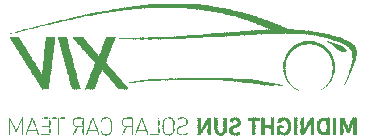
<source format=gbo>
G04*
G04 #@! TF.GenerationSoftware,Altium Limited,Altium Designer,20.0.9 (164)*
G04*
G04 Layer_Color=32896*
%FSLAX25Y25*%
%MOIN*%
G70*
G01*
G75*
G36*
X93753Y116886D02*
X94498D01*
Y116737D01*
X94646D01*
Y116886D01*
X94795D01*
Y116737D01*
X94944D01*
Y116886D01*
X95093D01*
Y116737D01*
X96730D01*
Y116588D01*
X96879D01*
Y116737D01*
X97028D01*
Y116588D01*
X97177D01*
Y116439D01*
X97325D01*
Y116588D01*
X97772D01*
Y116439D01*
X97921D01*
Y116588D01*
X98070D01*
Y116439D01*
X99409D01*
Y116291D01*
X99558D01*
Y116439D01*
X99707D01*
Y116291D01*
X100153D01*
Y116142D01*
X100302D01*
Y116291D01*
X100451D01*
Y116142D01*
X100600D01*
Y116291D01*
X100749D01*
Y116142D01*
X101195D01*
Y115993D01*
X101344D01*
Y116142D01*
X101493D01*
Y115993D01*
X101642D01*
Y116142D01*
X101791D01*
Y115993D01*
X102237D01*
Y115844D01*
X103279D01*
Y115695D01*
X104023D01*
Y115547D01*
X104767D01*
Y115398D01*
X104916D01*
Y115547D01*
X105065D01*
Y115398D01*
X105512D01*
Y115249D01*
X106256D01*
Y115100D01*
X106405D01*
Y115249D01*
X106553D01*
Y115100D01*
X107000D01*
Y114951D01*
X107744D01*
Y114802D01*
X107893D01*
Y114653D01*
X108042D01*
Y114802D01*
X108191D01*
Y114653D01*
X108935D01*
Y114505D01*
X109381D01*
Y114356D01*
X110126D01*
Y114207D01*
X110275D01*
Y114058D01*
X110423D01*
Y114207D01*
X110572D01*
Y114058D01*
X111019D01*
Y113909D01*
X111465D01*
Y113760D01*
X112209D01*
Y113612D01*
X112656D01*
Y113463D01*
X113102D01*
Y113314D01*
X113251D01*
Y113463D01*
X113400D01*
Y113314D01*
X113549D01*
Y113165D01*
X114293D01*
Y113016D01*
X114442D01*
Y112867D01*
X114591D01*
Y113016D01*
X114740D01*
Y112867D01*
X115186D01*
Y112718D01*
X115335D01*
Y112570D01*
X115484D01*
Y112718D01*
X115633D01*
Y112570D01*
X116079D01*
Y112421D01*
X116228D01*
Y112272D01*
X116972D01*
Y112123D01*
X117121D01*
Y111974D01*
X117270D01*
Y112123D01*
X117419D01*
Y111974D01*
X117865D01*
Y111826D01*
X118014D01*
Y111677D01*
X118758D01*
Y111528D01*
X118907D01*
Y111379D01*
X119354D01*
Y111230D01*
X119800D01*
Y111081D01*
X120247D01*
Y110932D01*
X120693D01*
Y110784D01*
X120991D01*
Y110635D01*
X121289D01*
Y110486D01*
X121735D01*
Y110337D01*
X122182D01*
Y110188D01*
X122628D01*
Y110039D01*
X122777D01*
Y109891D01*
X123223D01*
Y109742D01*
X123372D01*
Y109891D01*
X123521D01*
Y109742D01*
X123670D01*
Y109593D01*
X124117D01*
Y109444D01*
X124265D01*
Y109295D01*
X124712D01*
Y109146D01*
X125158D01*
Y108998D01*
X125605D01*
Y108849D01*
X125754D01*
Y108700D01*
X126200D01*
Y108551D01*
X126647D01*
Y108402D01*
X126796D01*
Y108253D01*
X126944D01*
Y108402D01*
X127093D01*
Y108253D01*
X127242D01*
Y108402D01*
X127391D01*
Y108253D01*
X127540D01*
Y108402D01*
X127689D01*
Y108253D01*
X127838D01*
Y108402D01*
X127986D01*
Y108253D01*
X128135D01*
Y108402D01*
X128284D01*
Y108253D01*
X128433D01*
Y108402D01*
X128582D01*
Y108253D01*
X129326D01*
Y108105D01*
X129475D01*
Y108253D01*
X129624D01*
Y108105D01*
X129772D01*
Y108253D01*
X129921D01*
Y108105D01*
X130070D01*
Y108253D01*
X130219D01*
Y108105D01*
X131856D01*
Y107956D01*
X132005D01*
Y108105D01*
X132154D01*
Y107956D01*
X132303D01*
Y108105D01*
X132451D01*
Y107956D01*
X132898D01*
Y108105D01*
X133047D01*
Y107956D01*
X133196D01*
Y107807D01*
X133345D01*
Y107956D01*
X133493D01*
Y107807D01*
X134535D01*
Y107658D01*
X134684D01*
Y107807D01*
X134833D01*
Y107658D01*
X134982D01*
Y107807D01*
X135131D01*
Y107658D01*
X135280D01*
Y107509D01*
X135428D01*
Y107658D01*
X135577D01*
Y107509D01*
X136619D01*
Y107360D01*
X136768D01*
Y107509D01*
X136917D01*
Y107360D01*
X137363D01*
Y107211D01*
X138107D01*
Y107063D01*
X138554D01*
Y106914D01*
X138703D01*
Y107063D01*
X138852D01*
Y106914D01*
X139596D01*
Y106765D01*
X139745D01*
Y106616D01*
X139893D01*
Y106765D01*
X140042D01*
Y106616D01*
X140489D01*
Y106467D01*
X140935D01*
Y106318D01*
X141680D01*
Y106170D01*
X142126D01*
Y106021D01*
X142573D01*
Y105872D01*
X143019D01*
Y105723D01*
X143466D01*
Y105574D01*
X143614D01*
Y105723D01*
X143763D01*
Y105574D01*
X143912D01*
Y105425D01*
X144359D01*
Y105277D01*
X144508D01*
Y105128D01*
X144954D01*
Y104979D01*
X145103D01*
Y105128D01*
X145252D01*
Y104979D01*
X145401D01*
Y104830D01*
X145847D01*
Y104681D01*
X145996D01*
Y104532D01*
X146442D01*
Y104384D01*
X146591D01*
Y104235D01*
X147038D01*
Y104086D01*
X147187D01*
Y103937D01*
X147335D01*
Y103788D01*
X147484D01*
Y103639D01*
X147782D01*
Y103490D01*
Y103342D01*
X148229D01*
Y103193D01*
X148080D01*
Y103044D01*
X148377D01*
Y102895D01*
Y102746D01*
X148526D01*
Y102597D01*
X148675D01*
Y102449D01*
X148824D01*
Y102300D01*
X148675D01*
Y102151D01*
X148824D01*
Y102002D01*
X148973D01*
Y101853D01*
X148824D01*
Y101704D01*
X148973D01*
Y101556D01*
X149121D01*
Y101407D01*
X148973D01*
Y101258D01*
X149121D01*
Y101109D01*
X148973D01*
Y100960D01*
X149121D01*
Y100811D01*
X148973D01*
Y100663D01*
X149121D01*
Y100514D01*
X148973D01*
Y100365D01*
X149121D01*
Y100216D01*
X148973D01*
Y100067D01*
X149121D01*
Y99918D01*
X148973D01*
Y99770D01*
X149121D01*
Y99621D01*
X148973D01*
Y99472D01*
X148824D01*
Y99323D01*
Y99174D01*
Y99025D01*
Y98877D01*
Y98728D01*
X148675D01*
Y98579D01*
Y98430D01*
Y98281D01*
Y98132D01*
Y97983D01*
X148526D01*
Y97835D01*
Y97686D01*
Y97537D01*
X148377D01*
Y97388D01*
Y97239D01*
Y97090D01*
X148229D01*
Y96942D01*
X148080D01*
Y96793D01*
X148229D01*
Y96644D01*
X148080D01*
Y96495D01*
Y96346D01*
X147931D01*
Y96197D01*
Y96048D01*
X147782D01*
Y95900D01*
Y95751D01*
Y95602D01*
X147633D01*
Y95453D01*
X147484D01*
Y95304D01*
X147633D01*
Y95156D01*
X147484D01*
Y95007D01*
X147335D01*
Y94858D01*
Y94709D01*
Y94560D01*
X147187D01*
Y94411D01*
Y94262D01*
Y94114D01*
X147038D01*
Y93965D01*
X146889D01*
Y93816D01*
Y93667D01*
Y93518D01*
X146740D01*
Y93369D01*
X146591D01*
Y93221D01*
X146740D01*
Y93072D01*
X146591D01*
Y92923D01*
X146442D01*
Y92774D01*
Y92625D01*
Y92476D01*
X146294D01*
Y92327D01*
X146145D01*
Y92179D01*
Y92030D01*
Y91881D01*
X145996D01*
Y91732D01*
Y91583D01*
X145847D01*
Y91435D01*
Y91286D01*
X145698D01*
Y91137D01*
Y90988D01*
Y90839D01*
X145549D01*
Y90690D01*
X145401D01*
Y90541D01*
Y90393D01*
Y90244D01*
X145252D01*
Y90095D01*
X145103D01*
Y90244D01*
Y90393D01*
Y90541D01*
X145252D01*
Y90690D01*
Y90839D01*
X145401D01*
Y90988D01*
Y91137D01*
X145549D01*
Y91286D01*
X145401D01*
Y91435D01*
X145549D01*
Y91583D01*
X145698D01*
Y91732D01*
Y91881D01*
Y92030D01*
X145847D01*
Y92179D01*
Y92327D01*
Y92476D01*
X145996D01*
Y92625D01*
X146145D01*
Y92774D01*
X145996D01*
Y92923D01*
X146145D01*
Y93072D01*
Y93221D01*
X146294D01*
Y93369D01*
Y93518D01*
X146442D01*
Y93667D01*
X146294D01*
Y93816D01*
X146442D01*
Y93965D01*
X146591D01*
Y94114D01*
X146442D01*
Y94262D01*
X146591D01*
Y94411D01*
X146740D01*
Y94560D01*
X146591D01*
Y94709D01*
X146740D01*
Y94858D01*
Y95007D01*
Y95156D01*
X146889D01*
Y95304D01*
Y95453D01*
Y95602D01*
X147038D01*
Y95751D01*
Y95900D01*
Y96048D01*
Y96197D01*
X147187D01*
Y96346D01*
Y96495D01*
Y96644D01*
Y96793D01*
X147335D01*
Y96942D01*
Y97090D01*
Y97239D01*
Y97388D01*
Y97537D01*
X147484D01*
Y97686D01*
Y97835D01*
Y97983D01*
Y98132D01*
Y98281D01*
X147633D01*
Y98430D01*
X147484D01*
Y98579D01*
X147633D01*
Y98728D01*
X147484D01*
Y98877D01*
X147633D01*
Y99025D01*
X147484D01*
Y99174D01*
X147633D01*
Y99323D01*
X147484D01*
Y99472D01*
X147633D01*
Y99621D01*
X147484D01*
Y99770D01*
Y99918D01*
Y100067D01*
Y100216D01*
Y100365D01*
X147335D01*
Y100514D01*
Y100663D01*
Y100811D01*
X147187D01*
Y100960D01*
X147335D01*
Y101109D01*
X147187D01*
Y101258D01*
X147038D01*
Y101407D01*
X146889D01*
Y101556D01*
Y101704D01*
X146740D01*
Y101853D01*
Y102002D01*
X146591D01*
Y102151D01*
X146442D01*
Y102300D01*
X146294D01*
Y102449D01*
X146145D01*
Y102597D01*
X145847D01*
Y102746D01*
X145698D01*
Y102895D01*
X145401D01*
Y103044D01*
X145252D01*
Y103193D01*
X144805D01*
Y103342D01*
X144656D01*
Y103490D01*
X144359D01*
Y103639D01*
X144061D01*
Y103788D01*
X143614D01*
Y103937D01*
X143466D01*
Y104086D01*
X143019D01*
Y104235D01*
X142573D01*
Y104384D01*
X142126D01*
Y104532D01*
X141977D01*
Y104681D01*
X141233D01*
Y104830D01*
X141084D01*
Y104979D01*
X140340D01*
Y105128D01*
X140191D01*
Y105277D01*
X139447D01*
Y105425D01*
X139298D01*
Y105574D01*
X139149D01*
Y105425D01*
X139000D01*
Y105574D01*
X138554D01*
Y105723D01*
X138405D01*
Y105574D01*
X138256D01*
Y105723D01*
X138107D01*
Y105872D01*
X137959D01*
Y105723D01*
X137810D01*
Y105872D01*
X137363D01*
Y106021D01*
X137214D01*
Y105872D01*
X137065D01*
Y106021D01*
X136619D01*
Y106170D01*
X135577D01*
Y106318D01*
X135428D01*
Y106467D01*
X135280D01*
Y106318D01*
X135131D01*
Y106467D01*
X134982D01*
Y106318D01*
X134833D01*
Y106467D01*
X133791D01*
Y106616D01*
X133642D01*
Y106467D01*
X133493D01*
Y106616D01*
X133345D01*
Y106467D01*
X133196D01*
Y106616D01*
X132749D01*
Y106765D01*
X132600D01*
Y106616D01*
X132451D01*
Y106765D01*
X132303D01*
Y106616D01*
X132154D01*
Y106765D01*
X130219D01*
Y106914D01*
X130070D01*
Y106765D01*
X129921D01*
Y106914D01*
X129772D01*
Y106765D01*
X129624D01*
Y106914D01*
X129475D01*
Y106765D01*
X129326D01*
Y106914D01*
X129177D01*
Y106765D01*
X129028D01*
Y106914D01*
X128879D01*
Y106765D01*
X128730D01*
Y106914D01*
X128284D01*
Y106765D01*
X128135D01*
Y106914D01*
X127689D01*
Y106765D01*
X127540D01*
Y106914D01*
X125903D01*
Y107063D01*
X125754D01*
Y106914D01*
X125307D01*
Y107063D01*
X125158D01*
Y106914D01*
X123521D01*
Y106765D01*
X123372D01*
Y106914D01*
X122926D01*
Y106765D01*
X122777D01*
Y106914D01*
X122330D01*
Y106765D01*
X122182D01*
Y106914D01*
X122033D01*
Y106765D01*
X121884D01*
Y106914D01*
X121735D01*
Y106765D01*
X121586D01*
Y106914D01*
X121437D01*
Y106765D01*
X121289D01*
Y106914D01*
X121140D01*
Y106765D01*
X120991D01*
Y106914D01*
X120842D01*
Y106765D01*
X120693D01*
Y106914D01*
X120544D01*
Y106765D01*
X120396D01*
Y106914D01*
X120247D01*
Y106765D01*
X120098D01*
Y106914D01*
X119949D01*
Y106765D01*
X117419D01*
Y106616D01*
X117270D01*
Y106765D01*
X117121D01*
Y106616D01*
X116972D01*
Y106765D01*
X116823D01*
Y106616D01*
X116675D01*
Y106765D01*
X116526D01*
Y106616D01*
X116377D01*
Y106765D01*
X116228D01*
Y106616D01*
X116079D01*
Y106765D01*
X115930D01*
Y106616D01*
X114889D01*
Y106467D01*
X114740D01*
Y106616D01*
X114591D01*
Y106467D01*
X114442D01*
Y106616D01*
X114293D01*
Y106467D01*
X114144D01*
Y106616D01*
X113996D01*
Y106467D01*
X113847D01*
Y106616D01*
X113698D01*
Y106467D01*
X111763D01*
Y106318D01*
X111614D01*
Y106467D01*
X111465D01*
Y106318D01*
X111316D01*
Y106467D01*
X111168D01*
Y106318D01*
X111019D01*
Y106467D01*
X110870D01*
Y106318D01*
X110721D01*
Y106467D01*
X110572D01*
Y106318D01*
X110423D01*
Y106467D01*
X110275D01*
Y106318D01*
X109828D01*
Y106467D01*
X109679D01*
Y106318D01*
X109828D01*
Y106170D01*
X109679D01*
Y106318D01*
X109233D01*
Y106170D01*
X109084D01*
Y106318D01*
X108935D01*
Y106170D01*
X108786D01*
Y106318D01*
X108637D01*
Y106170D01*
X106107D01*
Y106021D01*
X105958D01*
Y106170D01*
X105809D01*
Y106021D01*
X105363D01*
Y106170D01*
X105214D01*
Y106021D01*
X104767D01*
Y105872D01*
X104619D01*
Y106021D01*
X104172D01*
Y105872D01*
X104023D01*
Y106021D01*
X103874D01*
Y105872D01*
X103726D01*
Y106021D01*
X103577D01*
Y105872D01*
X103428D01*
Y106021D01*
X103279D01*
Y105872D01*
X103130D01*
Y106021D01*
X102981D01*
Y105872D01*
X101046D01*
Y105723D01*
X100898D01*
Y105872D01*
X100749D01*
Y105723D01*
X100600D01*
Y105872D01*
X100451D01*
Y105723D01*
X100302D01*
Y105872D01*
X100153D01*
Y105723D01*
X99707D01*
Y105872D01*
X99558D01*
Y105723D01*
X99111D01*
Y105574D01*
X98963D01*
Y105723D01*
X98814D01*
Y105574D01*
X98665D01*
Y105723D01*
X98516D01*
Y105574D01*
X98367D01*
Y105723D01*
X98219D01*
Y105574D01*
X98070D01*
Y105723D01*
X97921D01*
Y105574D01*
X95390D01*
Y105425D01*
X95242D01*
Y105574D01*
X95093D01*
Y105425D01*
X94944D01*
Y105574D01*
X94795D01*
Y105425D01*
X94646D01*
Y105574D01*
X94498D01*
Y105425D01*
X94051D01*
Y105574D01*
X93902D01*
Y105425D01*
X92265D01*
Y105277D01*
X92116D01*
Y105425D01*
X91967D01*
Y105277D01*
X91818D01*
Y105425D01*
X91670D01*
Y105277D01*
X91521D01*
Y105425D01*
X91372D01*
Y105277D01*
X91223D01*
Y105425D01*
X91074D01*
Y105277D01*
X87353D01*
Y105128D01*
X87204D01*
Y105277D01*
X86758D01*
Y105128D01*
X86609D01*
Y105277D01*
X86460D01*
Y105128D01*
X86311D01*
Y105277D01*
X86163D01*
Y105128D01*
X86014D01*
Y105277D01*
X85865D01*
Y105128D01*
X85716D01*
Y105277D01*
X85567D01*
Y105128D01*
X85418D01*
Y105277D01*
X85269D01*
Y105128D01*
X84823D01*
Y105277D01*
X84674D01*
Y105128D01*
X84823D01*
Y104979D01*
X84674D01*
Y105128D01*
X83632D01*
Y104979D01*
X83483D01*
Y105128D01*
X83037D01*
Y104979D01*
X82888D01*
Y105128D01*
X82442D01*
Y104979D01*
X82293D01*
Y105128D01*
X82144D01*
Y104979D01*
X81995D01*
Y105128D01*
X81846D01*
Y104979D01*
X81697D01*
Y105128D01*
X81549D01*
Y104979D01*
X81400D01*
Y105128D01*
X81251D01*
Y104979D01*
X81102D01*
Y105128D01*
X80953D01*
Y104979D01*
X80804D01*
Y105128D01*
X80655D01*
Y104979D01*
X80507D01*
Y105128D01*
X80358D01*
Y104979D01*
X80209D01*
Y105128D01*
X80060D01*
Y104979D01*
X79911D01*
Y105128D01*
X79762D01*
Y104979D01*
X79614D01*
Y105128D01*
X79465D01*
Y104979D01*
X79316D01*
Y105128D01*
X79167D01*
Y104979D01*
X79018D01*
Y105128D01*
X78869D01*
Y104979D01*
X78721D01*
Y105128D01*
X78572D01*
Y104979D01*
X78423D01*
Y105128D01*
X78274D01*
Y104979D01*
X78125D01*
Y105128D01*
X77976D01*
Y104979D01*
X77828D01*
Y105128D01*
X77679D01*
Y104979D01*
X77530D01*
Y105128D01*
X77381D01*
Y104979D01*
X77232D01*
Y105128D01*
X77083D01*
Y104979D01*
X76934D01*
Y105128D01*
X76786D01*
Y104979D01*
X76637D01*
Y105128D01*
X76488D01*
Y104979D01*
X76339D01*
Y105128D01*
X76190D01*
Y104979D01*
X76042D01*
Y105128D01*
X75893D01*
Y104979D01*
X75744D01*
Y105128D01*
X75595D01*
Y104979D01*
X75446D01*
Y105128D01*
X75297D01*
Y104979D01*
X75148D01*
Y105128D01*
X74702D01*
Y104979D01*
X74553D01*
Y105128D01*
X74107D01*
Y104979D01*
X73958D01*
Y105128D01*
X72916D01*
Y105277D01*
X72767D01*
Y105128D01*
X72916D01*
Y104979D01*
X72767D01*
Y105128D01*
X72618D01*
Y105277D01*
X72469D01*
Y105128D01*
X72320D01*
Y105277D01*
X72172D01*
Y105128D01*
X72023D01*
Y105277D01*
X71874D01*
Y105128D01*
X71725D01*
Y105277D01*
X71576D01*
Y105128D01*
X71427D01*
Y105277D01*
X71279D01*
Y105128D01*
X71130D01*
Y105277D01*
X69939D01*
Y105425D01*
X74404D01*
Y105574D01*
X74553D01*
Y105425D01*
X75000D01*
Y105574D01*
X75148D01*
Y105425D01*
X75297D01*
Y105574D01*
X75446D01*
Y105425D01*
X75595D01*
Y105574D01*
X75744D01*
Y105425D01*
X75893D01*
Y105574D01*
X76042D01*
Y105425D01*
X76190D01*
Y105574D01*
X76934D01*
Y105723D01*
X77083D01*
Y105574D01*
X77530D01*
Y105723D01*
X77679D01*
Y105574D01*
X77828D01*
Y105723D01*
X77976D01*
Y105574D01*
X78125D01*
Y105723D01*
X78274D01*
Y105574D01*
X78423D01*
Y105723D01*
X78572D01*
Y105574D01*
X78721D01*
Y105723D01*
X78869D01*
Y105574D01*
X79018D01*
Y105723D01*
X79167D01*
Y105574D01*
X79316D01*
Y105723D01*
X79465D01*
Y105574D01*
X79614D01*
Y105723D01*
X82442D01*
Y105872D01*
X82590D01*
Y105723D01*
X82739D01*
Y105872D01*
X82888D01*
Y105723D01*
X83037D01*
Y105872D01*
X83186D01*
Y105723D01*
X83335D01*
Y105872D01*
X83483D01*
Y105723D01*
X83632D01*
Y105872D01*
X84079D01*
Y105723D01*
X84228D01*
Y105872D01*
X84377D01*
Y106021D01*
X84525D01*
Y105872D01*
X84674D01*
Y106021D01*
X84823D01*
Y105872D01*
X84972D01*
Y106021D01*
X85121D01*
Y105872D01*
X85269D01*
Y106021D01*
X85716D01*
Y105872D01*
X85865D01*
Y106021D01*
X87800D01*
Y106170D01*
X87949D01*
Y106021D01*
X88097D01*
Y106170D01*
X88544D01*
Y106021D01*
X88693D01*
Y106170D01*
X90032D01*
Y106318D01*
X90181D01*
Y106170D01*
X90330D01*
Y106318D01*
X92563D01*
Y106467D01*
X92711D01*
Y106318D01*
X92860D01*
Y106467D01*
X93009D01*
Y106318D01*
X93158D01*
Y106467D01*
X93902D01*
Y106616D01*
X94051D01*
Y106467D01*
X94200D01*
Y106616D01*
X94349D01*
Y106467D01*
X94498D01*
Y106616D01*
X94646D01*
Y106467D01*
X94795D01*
Y106616D01*
X96432D01*
Y106765D01*
X96581D01*
Y106616D01*
X96730D01*
Y106765D01*
X96879D01*
Y106616D01*
X97028D01*
Y106765D01*
X97177D01*
Y106616D01*
X97325D01*
Y106765D01*
X97474D01*
Y106616D01*
X97623D01*
Y106765D01*
X97772D01*
Y106914D01*
X97921D01*
Y106765D01*
X98070D01*
Y106914D01*
X98219D01*
Y106765D01*
X98367D01*
Y106914D01*
X98516D01*
Y106765D01*
X98665D01*
Y106914D01*
X100302D01*
Y107063D01*
X100451D01*
Y106914D01*
X100600D01*
Y107063D01*
X100749D01*
Y106914D01*
X100898D01*
Y107063D01*
X101344D01*
Y106914D01*
X101493D01*
Y107063D01*
X102237D01*
Y107211D01*
X102386D01*
Y107063D01*
X102535D01*
Y107211D01*
X104172D01*
Y107360D01*
X104321D01*
Y107211D01*
X104470D01*
Y107360D01*
X104619D01*
Y107211D01*
X104767D01*
Y107360D01*
X104916D01*
Y107509D01*
X105065D01*
Y107360D01*
X105512D01*
Y107509D01*
X105660D01*
Y107360D01*
X105809D01*
Y107509D01*
X105958D01*
Y107360D01*
X106107D01*
Y107509D01*
X106256D01*
Y107360D01*
X106405D01*
Y107509D01*
X108042D01*
Y107658D01*
X108191D01*
Y107509D01*
X108340D01*
Y107658D01*
X108488D01*
Y107509D01*
X108637D01*
Y107658D01*
X109381D01*
Y107807D01*
X109530D01*
Y107658D01*
X109679D01*
Y107807D01*
X109828D01*
Y107658D01*
X109977D01*
Y107807D01*
X110126D01*
Y107658D01*
X110275D01*
Y107807D01*
X111912D01*
Y107956D01*
X112060D01*
Y107807D01*
X112209D01*
Y107956D01*
X112358D01*
Y107807D01*
X112507D01*
Y107956D01*
X112954D01*
Y107807D01*
X113102D01*
Y107956D01*
X113847D01*
Y108105D01*
X113996D01*
Y107956D01*
X114144D01*
Y108105D01*
X114293D01*
Y107956D01*
X114442D01*
Y108105D01*
X114591D01*
Y107956D01*
X114740D01*
Y108105D01*
X116972D01*
Y108253D01*
X117121D01*
Y108105D01*
X117270D01*
Y108253D01*
X117419D01*
Y108105D01*
X117568D01*
Y108253D01*
X117716D01*
Y108105D01*
X117865D01*
Y108253D01*
X118014D01*
Y108105D01*
X118163D01*
Y108253D01*
X118907D01*
Y108402D01*
X119056D01*
Y108253D01*
X119502D01*
Y108402D01*
X119651D01*
Y108253D01*
X119800D01*
Y108402D01*
X119949D01*
Y108253D01*
X120098D01*
Y108402D01*
X119949D01*
Y108551D01*
X119502D01*
Y108700D01*
X119354D01*
Y108849D01*
X118907D01*
Y108998D01*
X118461D01*
Y109146D01*
X118312D01*
Y109295D01*
X118163D01*
Y109146D01*
X118014D01*
Y109295D01*
X117865D01*
Y109444D01*
X117419D01*
Y109593D01*
X117270D01*
Y109742D01*
X116823D01*
Y109891D01*
X116377D01*
Y110039D01*
X115930D01*
Y110188D01*
X115781D01*
Y110337D01*
X115335D01*
Y110486D01*
X115186D01*
Y110337D01*
X115037D01*
Y110486D01*
X114889D01*
Y110635D01*
X114442D01*
Y110784D01*
X114293D01*
Y110932D01*
X114144D01*
Y110784D01*
X113996D01*
Y110932D01*
X113549D01*
Y111081D01*
X113400D01*
Y111230D01*
X112656D01*
Y111379D01*
X112507D01*
Y111528D01*
X111763D01*
Y111677D01*
X111614D01*
Y111826D01*
X110870D01*
Y111974D01*
X110423D01*
Y112123D01*
X109977D01*
Y112272D01*
X109828D01*
Y112421D01*
X109679D01*
Y112272D01*
X109828D01*
Y112123D01*
X109679D01*
Y112272D01*
X109530D01*
Y112421D01*
X109084D01*
Y112570D01*
X108935D01*
Y112421D01*
X108786D01*
Y112570D01*
X108637D01*
Y112718D01*
X108488D01*
Y112570D01*
X108340D01*
Y112718D01*
X107893D01*
Y112867D01*
X107744D01*
Y112718D01*
X107595D01*
Y112867D01*
X107447D01*
Y113016D01*
X106702D01*
Y113165D01*
X105958D01*
Y113314D01*
X105512D01*
Y113463D01*
X105363D01*
Y113314D01*
X105214D01*
Y113463D01*
X105065D01*
Y113612D01*
X104916D01*
Y113463D01*
X104767D01*
Y113612D01*
X104321D01*
Y113760D01*
X104172D01*
Y113612D01*
X104023D01*
Y113760D01*
X103577D01*
Y113909D01*
X102535D01*
Y114058D01*
X102088D01*
Y114207D01*
X101939D01*
Y114058D01*
X101791D01*
Y114207D01*
X101046D01*
Y114356D01*
X100898D01*
Y114207D01*
X100749D01*
Y114356D01*
X100600D01*
Y114505D01*
X100451D01*
Y114356D01*
X100302D01*
Y114505D01*
X100153D01*
Y114356D01*
X100005D01*
Y114505D01*
X99260D01*
Y114653D01*
X99111D01*
Y114505D01*
X98963D01*
Y114653D01*
X98814D01*
Y114505D01*
X98665D01*
Y114653D01*
X98516D01*
Y114802D01*
X98367D01*
Y114653D01*
X98219D01*
Y114802D01*
X97177D01*
Y114951D01*
X97028D01*
Y114802D01*
X96879D01*
Y114951D01*
X96432D01*
Y115100D01*
X96284D01*
Y114951D01*
X95837D01*
Y115100D01*
X95688D01*
Y114951D01*
X95539D01*
Y115100D01*
X94200D01*
Y115249D01*
X94051D01*
Y115100D01*
X93902D01*
Y115249D01*
X93753D01*
Y115100D01*
X93604D01*
Y115249D01*
X93158D01*
Y115398D01*
X93009D01*
Y115249D01*
X92860D01*
Y115398D01*
X92711D01*
Y115249D01*
X92563D01*
Y115398D01*
X92116D01*
Y115249D01*
X91967D01*
Y115398D01*
X90032D01*
Y115547D01*
X89884D01*
Y115398D01*
X89735D01*
Y115547D01*
X89586D01*
Y115398D01*
X89437D01*
Y115547D01*
X89288D01*
Y115398D01*
X89139D01*
Y115547D01*
X88990D01*
Y115398D01*
X88842D01*
Y115547D01*
X88693D01*
Y115398D01*
X88544D01*
Y115547D01*
X88097D01*
Y115398D01*
X87949D01*
Y115547D01*
X83335D01*
Y115398D01*
X83186D01*
Y115547D01*
X82739D01*
Y115398D01*
X82590D01*
Y115547D01*
X82144D01*
Y115398D01*
X81995D01*
Y115547D01*
X81846D01*
Y115398D01*
X81697D01*
Y115547D01*
X81549D01*
Y115398D01*
X81400D01*
Y115547D01*
X81251D01*
Y115398D01*
X81102D01*
Y115547D01*
X80953D01*
Y115398D01*
X80804D01*
Y115547D01*
X80655D01*
Y115398D01*
X80507D01*
Y115547D01*
X80358D01*
Y115398D01*
X78423D01*
Y115249D01*
X78274D01*
Y115398D01*
X78125D01*
Y115249D01*
X77976D01*
Y115398D01*
X77828D01*
Y115249D01*
X77679D01*
Y115398D01*
X77530D01*
Y115249D01*
X76786D01*
Y115100D01*
X76637D01*
Y115249D01*
X76488D01*
Y115100D01*
X76339D01*
Y115249D01*
X76190D01*
Y115100D01*
X76042D01*
Y115249D01*
X75893D01*
Y115100D01*
X74553D01*
Y114951D01*
X74404D01*
Y115100D01*
X74255D01*
Y114951D01*
X73809D01*
Y115100D01*
X73660D01*
Y114951D01*
X73213D01*
Y114802D01*
X73065D01*
Y114951D01*
X72916D01*
Y114802D01*
X71576D01*
Y114653D01*
X71427D01*
Y114802D01*
X71279D01*
Y114653D01*
X71130D01*
Y114505D01*
X70981D01*
Y114653D01*
X70832D01*
Y114505D01*
X70683D01*
Y114653D01*
X70534D01*
Y114505D01*
X69195D01*
Y114356D01*
X69046D01*
Y114505D01*
X68897D01*
Y114356D01*
X68451D01*
Y114207D01*
X68302D01*
Y114356D01*
X68153D01*
Y114207D01*
X67111D01*
Y114058D01*
X66962D01*
Y114207D01*
X66813D01*
Y114058D01*
X66367D01*
Y113909D01*
X65027D01*
Y113760D01*
X64581D01*
Y113612D01*
X64432D01*
Y113760D01*
X64283D01*
Y113612D01*
X63539D01*
Y113463D01*
X63390D01*
Y113612D01*
X63241D01*
Y113463D01*
X62795D01*
Y113314D01*
X62646D01*
Y113463D01*
X62497D01*
Y113314D01*
X61753D01*
Y113165D01*
X61009D01*
Y113016D01*
X60860D01*
Y113165D01*
X60711D01*
Y113016D01*
X59967D01*
Y112867D01*
X59520D01*
Y112718D01*
X59372D01*
Y112867D01*
X59223D01*
Y112718D01*
X58478D01*
Y112570D01*
X58330D01*
Y112718D01*
X58181D01*
Y112570D01*
X58032D01*
Y112421D01*
X57883D01*
Y112570D01*
X57734D01*
Y112421D01*
X56990D01*
Y112272D01*
X56841D01*
Y112421D01*
X56692D01*
Y112272D01*
X56246D01*
Y112123D01*
X55502D01*
Y111974D01*
X55055D01*
Y111826D01*
X54906D01*
Y111974D01*
X54757D01*
Y111826D01*
X54311D01*
Y111677D01*
X54162D01*
Y111826D01*
X54013D01*
Y111677D01*
X53864D01*
Y111528D01*
X53716D01*
Y111677D01*
X53567D01*
Y111528D01*
X52823D01*
Y111379D01*
X52376D01*
Y111230D01*
X52227D01*
Y111379D01*
X52078D01*
Y111230D01*
X51632D01*
Y111081D01*
X51483D01*
Y111230D01*
X51334D01*
Y111081D01*
X51185D01*
Y110932D01*
X51037D01*
Y111081D01*
X50888D01*
Y110932D01*
X50143D01*
Y110784D01*
X49697D01*
Y110635D01*
X48953D01*
Y110486D01*
X48506D01*
Y110337D01*
X48357D01*
Y110486D01*
X48208D01*
Y110337D01*
X47762D01*
Y110188D01*
X47613D01*
Y110337D01*
X47464D01*
Y110188D01*
X47018D01*
Y110039D01*
X46274D01*
Y109891D01*
X46125D01*
Y110039D01*
X45976D01*
Y109891D01*
X45827D01*
Y109742D01*
X45083D01*
Y109593D01*
X44636D01*
Y109444D01*
X43892D01*
Y109295D01*
X43743D01*
Y109444D01*
X43595D01*
Y109295D01*
X43446D01*
Y109146D01*
X42702D01*
Y108998D01*
X42255D01*
Y108849D01*
X41511D01*
Y108700D01*
X41064D01*
Y108551D01*
X40915D01*
Y108700D01*
X40767D01*
Y108551D01*
X40320D01*
Y108402D01*
X39873D01*
Y108253D01*
X39725D01*
Y108402D01*
X39576D01*
Y108253D01*
X39129D01*
Y108105D01*
X38980D01*
Y108253D01*
X38832D01*
Y108105D01*
X38385D01*
Y107956D01*
X37790D01*
Y107807D01*
X37492D01*
Y107658D01*
X37343D01*
Y107807D01*
X37194D01*
Y107658D01*
X36450D01*
Y107509D01*
X36004D01*
Y107360D01*
X35260D01*
Y107211D01*
X34813D01*
Y107063D01*
X34069D01*
Y106914D01*
X33622D01*
Y107063D01*
X33771D01*
Y107211D01*
X34515D01*
Y107360D01*
X34664D01*
Y107509D01*
X34813D01*
Y107360D01*
X34962D01*
Y107509D01*
X35408D01*
Y107658D01*
X35557D01*
Y107509D01*
X35706D01*
Y107658D01*
X35855D01*
Y107807D01*
X36599D01*
Y107956D01*
X37046D01*
Y108105D01*
X37790D01*
Y108253D01*
X37939D01*
Y108402D01*
X38087D01*
Y108253D01*
X38236D01*
Y108402D01*
X38683D01*
Y108551D01*
X38832D01*
Y108402D01*
X38980D01*
Y108551D01*
X39129D01*
Y108700D01*
X39873D01*
Y108849D01*
X40022D01*
Y108700D01*
X40171D01*
Y108849D01*
X40320D01*
Y108998D01*
X41064D01*
Y109146D01*
X41213D01*
Y109295D01*
X41362D01*
Y109146D01*
X41511D01*
Y109295D01*
X42255D01*
Y109444D01*
X42404D01*
Y109295D01*
X42553D01*
Y109444D01*
X42702D01*
Y109593D01*
X43446D01*
Y109742D01*
X43595D01*
Y109891D01*
X43743D01*
Y109742D01*
X43892D01*
Y109891D01*
X44339D01*
Y110039D01*
X44488D01*
Y109891D01*
X44636D01*
Y110039D01*
X44785D01*
Y110188D01*
X44934D01*
Y110039D01*
X45083D01*
Y110188D01*
X45529D01*
Y110337D01*
X45678D01*
Y110188D01*
X45827D01*
Y110337D01*
X45976D01*
Y110486D01*
X46125D01*
Y110337D01*
X46274D01*
Y110486D01*
X46720D01*
Y110635D01*
X47464D01*
Y110784D01*
X47911D01*
Y110932D01*
X48060D01*
Y110784D01*
X48208D01*
Y110932D01*
X48357D01*
Y111081D01*
X48506D01*
Y110932D01*
X48655D01*
Y111081D01*
X49101D01*
Y111230D01*
X49250D01*
Y111081D01*
X49399D01*
Y111230D01*
X49846D01*
Y111379D01*
X50590D01*
Y111528D01*
X50739D01*
Y111677D01*
X50888D01*
Y111528D01*
X51037D01*
Y111677D01*
X51781D01*
Y111826D01*
X51929D01*
Y111677D01*
X52078D01*
Y111826D01*
X52227D01*
Y111974D01*
X52376D01*
Y111826D01*
X52525D01*
Y111974D01*
X52971D01*
Y112123D01*
X53418D01*
Y112272D01*
X54460D01*
Y112421D01*
X54609D01*
Y112570D01*
X54757D01*
Y112421D01*
X54906D01*
Y112570D01*
X55353D01*
Y112718D01*
X55502D01*
Y112570D01*
X55651D01*
Y112718D01*
X56097D01*
Y112867D01*
X56246D01*
Y112718D01*
X56395D01*
Y112867D01*
X56841D01*
Y113016D01*
X56990D01*
Y112867D01*
X57139D01*
Y113016D01*
X57585D01*
Y113165D01*
X58330D01*
Y113314D01*
X58478D01*
Y113463D01*
X58627D01*
Y113314D01*
X58776D01*
Y113463D01*
X58925D01*
Y113314D01*
X59074D01*
Y113463D01*
X59818D01*
Y113612D01*
X60264D01*
Y113760D01*
X61009D01*
Y113909D01*
X61158D01*
Y113760D01*
X61306D01*
Y113909D01*
X61753D01*
Y114058D01*
X62795D01*
Y114207D01*
X62944D01*
Y114356D01*
X63092D01*
Y114207D01*
X63241D01*
Y114356D01*
X63390D01*
Y114207D01*
X63539D01*
Y114356D01*
X64283D01*
Y114505D01*
X64730D01*
Y114653D01*
X64878D01*
Y114505D01*
X65027D01*
Y114653D01*
X65772D01*
Y114802D01*
X65920D01*
Y114653D01*
X66069D01*
Y114802D01*
X66218D01*
Y114653D01*
X66367D01*
Y114802D01*
X66516D01*
Y114951D01*
X66665D01*
Y114802D01*
X66813D01*
Y114951D01*
X67558D01*
Y115100D01*
X67707D01*
Y114951D01*
X67855D01*
Y115100D01*
X68004D01*
Y115249D01*
X68153D01*
Y115100D01*
X68302D01*
Y115249D01*
X69344D01*
Y115398D01*
X69493D01*
Y115249D01*
X69641D01*
Y115398D01*
X70088D01*
Y115547D01*
X70237D01*
Y115398D01*
X70386D01*
Y115547D01*
X71130D01*
Y115695D01*
X71279D01*
Y115547D01*
X71427D01*
Y115695D01*
X71576D01*
Y115844D01*
X71725D01*
Y115695D01*
X72172D01*
Y115844D01*
X73511D01*
Y115993D01*
X74255D01*
Y116142D01*
X74404D01*
Y115993D01*
X74553D01*
Y116142D01*
X75595D01*
Y116291D01*
X75744D01*
Y116142D01*
X75893D01*
Y116291D01*
X76042D01*
Y116142D01*
X76190D01*
Y116291D01*
X76637D01*
Y116439D01*
X76786D01*
Y116291D01*
X76934D01*
Y116439D01*
X78274D01*
Y116588D01*
X78423D01*
Y116439D01*
X78572D01*
Y116588D01*
X78721D01*
Y116439D01*
X78869D01*
Y116588D01*
X79316D01*
Y116439D01*
X79465D01*
Y116588D01*
X79614D01*
Y116737D01*
X79762D01*
Y116588D01*
X79911D01*
Y116737D01*
X80060D01*
Y116588D01*
X80209D01*
Y116737D01*
X82144D01*
Y116886D01*
X82293D01*
Y116737D01*
X82442D01*
Y116886D01*
X82590D01*
Y116737D01*
X82739D01*
Y116886D01*
X83483D01*
Y117035D01*
X83632D01*
Y116886D01*
X83781D01*
Y117035D01*
X83930D01*
Y116886D01*
X84079D01*
Y117035D01*
X84228D01*
Y116886D01*
X84377D01*
Y117035D01*
X84525D01*
Y116886D01*
X84674D01*
Y117035D01*
X84823D01*
Y116886D01*
X84972D01*
Y117035D01*
X85418D01*
Y116886D01*
X85567D01*
Y117035D01*
X91967D01*
Y116886D01*
X92116D01*
Y117035D01*
X92265D01*
Y116886D01*
X92414D01*
Y117035D01*
X92563D01*
Y116886D01*
X92711D01*
Y117035D01*
X92860D01*
Y116886D01*
X93009D01*
Y117035D01*
X93158D01*
Y116886D01*
X93307D01*
Y117035D01*
X93456D01*
Y116886D01*
X93604D01*
Y117035D01*
X93753D01*
Y116886D01*
D02*
G37*
G36*
X33473Y106914D02*
X33622D01*
Y106765D01*
X33473D01*
Y106914D01*
X33325D01*
Y107063D01*
X33473D01*
Y106914D01*
D02*
G37*
G36*
X33325Y106765D02*
X33176D01*
Y106914D01*
X33325D01*
Y106765D01*
D02*
G37*
G36*
X134238Y104384D02*
X134982D01*
Y104235D01*
X135726D01*
Y104086D01*
X135875D01*
Y103937D01*
X136024D01*
Y104086D01*
X136172D01*
Y103937D01*
X136619D01*
Y103788D01*
X136768D01*
Y103639D01*
X137214D01*
Y103490D01*
X137363D01*
Y103342D01*
X137810D01*
Y103193D01*
X137959D01*
Y103044D01*
X138107D01*
Y102895D01*
X138256D01*
Y102746D01*
X138405D01*
Y102597D01*
X138554D01*
Y102449D01*
X138852D01*
Y102300D01*
Y102151D01*
X139149D01*
Y102002D01*
X139298D01*
Y101853D01*
X139447D01*
Y101704D01*
Y101556D01*
X139745D01*
Y101407D01*
Y101258D01*
X139893D01*
Y101109D01*
X140042D01*
Y100960D01*
X140191D01*
Y100811D01*
X140340D01*
Y100663D01*
X140489D01*
Y100514D01*
X140340D01*
Y100365D01*
X140638D01*
Y100216D01*
Y100067D01*
X140787D01*
Y99918D01*
Y99770D01*
X140935D01*
Y99621D01*
Y99472D01*
X141084D01*
Y99323D01*
Y99174D01*
Y99025D01*
X141233D01*
Y98877D01*
Y98728D01*
Y98579D01*
X141382D01*
Y98430D01*
Y98281D01*
Y98132D01*
X141531D01*
Y97983D01*
Y97835D01*
Y97686D01*
X141680D01*
Y97537D01*
X141531D01*
Y97388D01*
X141680D01*
Y97239D01*
X141531D01*
Y97090D01*
X141680D01*
Y96942D01*
Y96793D01*
Y96644D01*
X141828D01*
Y96495D01*
X141680D01*
Y96346D01*
X141828D01*
Y96197D01*
Y96048D01*
Y95900D01*
Y95751D01*
Y95602D01*
Y95453D01*
Y95304D01*
X141680D01*
Y95156D01*
X141828D01*
Y95007D01*
X141680D01*
Y94858D01*
Y94709D01*
Y94560D01*
Y94411D01*
Y94262D01*
X141531D01*
Y94114D01*
X141680D01*
Y93965D01*
X141531D01*
Y93816D01*
Y93667D01*
Y93518D01*
X141382D01*
Y93369D01*
Y93221D01*
Y93072D01*
X141233D01*
Y92923D01*
X141382D01*
Y92774D01*
X141233D01*
Y92625D01*
X141084D01*
Y92476D01*
Y92327D01*
Y92179D01*
X140935D01*
Y92030D01*
Y91881D01*
X140787D01*
Y91732D01*
Y91583D01*
X140638D01*
Y91435D01*
Y91286D01*
X140489D01*
Y91137D01*
Y90988D01*
X140340D01*
Y90839D01*
X140191D01*
Y90690D01*
X140042D01*
Y90541D01*
X139893D01*
Y90393D01*
X139745D01*
Y90244D01*
Y90095D01*
X139596D01*
Y89946D01*
Y89797D01*
X139298D01*
Y89648D01*
Y89500D01*
X139000D01*
Y89351D01*
X138852D01*
Y89202D01*
X138554D01*
Y89053D01*
X138405D01*
Y88904D01*
X138256D01*
Y88755D01*
X138107D01*
Y88607D01*
X137661D01*
Y88755D01*
X137810D01*
Y88904D01*
X137959D01*
Y89053D01*
X138256D01*
Y89202D01*
Y89351D01*
X138703D01*
Y89500D01*
X138554D01*
Y89648D01*
X138852D01*
Y89797D01*
Y89946D01*
X139149D01*
Y90095D01*
Y90244D01*
X139298D01*
Y90393D01*
X139447D01*
Y90541D01*
X139596D01*
Y90690D01*
X139745D01*
Y90839D01*
Y90988D01*
Y91137D01*
X139893D01*
Y91286D01*
X140042D01*
Y91435D01*
X140191D01*
Y91583D01*
Y91732D01*
Y91881D01*
X140340D01*
Y92030D01*
X140489D01*
Y92179D01*
X140340D01*
Y92327D01*
X140489D01*
Y92476D01*
Y92625D01*
X140638D01*
Y92774D01*
Y92923D01*
X140787D01*
Y93072D01*
X140638D01*
Y93221D01*
X140787D01*
Y93369D01*
Y93518D01*
Y93667D01*
X140935D01*
Y93816D01*
Y93965D01*
Y94114D01*
X141084D01*
Y94262D01*
X140935D01*
Y94411D01*
X141084D01*
Y94560D01*
X140935D01*
Y94709D01*
X141084D01*
Y94858D01*
X140935D01*
Y95007D01*
X141084D01*
Y95156D01*
X140935D01*
Y95304D01*
X141084D01*
Y95453D01*
X140935D01*
Y95602D01*
X141084D01*
Y95751D01*
X140935D01*
Y95900D01*
X141084D01*
Y96048D01*
X140935D01*
Y96197D01*
X141084D01*
Y96346D01*
X140935D01*
Y96495D01*
X141084D01*
Y96644D01*
X140935D01*
Y96793D01*
Y96942D01*
Y97090D01*
X140787D01*
Y97239D01*
Y97388D01*
Y97537D01*
Y97686D01*
Y97835D01*
X140638D01*
Y97983D01*
Y98132D01*
Y98281D01*
X140489D01*
Y98430D01*
X140340D01*
Y98579D01*
X140489D01*
Y98728D01*
X140340D01*
Y98877D01*
X140191D01*
Y99025D01*
Y99174D01*
Y99323D01*
X140042D01*
Y99472D01*
X139893D01*
Y99621D01*
X139745D01*
Y99770D01*
X139893D01*
Y99918D01*
X139745D01*
Y100067D01*
X139596D01*
Y100216D01*
X139447D01*
Y100365D01*
X139298D01*
Y100514D01*
X139149D01*
Y100663D01*
Y100811D01*
X138852D01*
Y100960D01*
Y101109D01*
X138554D01*
Y101258D01*
Y101407D01*
X138256D01*
Y101556D01*
X138405D01*
Y101704D01*
X137959D01*
Y101853D01*
X137810D01*
Y102002D01*
X137661D01*
Y102151D01*
X137512D01*
Y102300D01*
X137065D01*
Y102449D01*
X136917D01*
Y102597D01*
X136470D01*
Y102746D01*
X136321D01*
Y102895D01*
X135875D01*
Y103044D01*
X135726D01*
Y103193D01*
X135577D01*
Y103044D01*
X135428D01*
Y103193D01*
X134982D01*
Y103342D01*
X134833D01*
Y103193D01*
X134684D01*
Y103342D01*
X134238D01*
Y103490D01*
X132303D01*
Y103342D01*
X132154D01*
Y103490D01*
X132005D01*
Y103342D01*
X131856D01*
Y103193D01*
X131707D01*
Y103342D01*
X131559D01*
Y103193D01*
X131410D01*
Y103342D01*
X131261D01*
Y103193D01*
X130814D01*
Y103044D01*
X130368D01*
Y102895D01*
X129921D01*
Y102746D01*
X129772D01*
Y102597D01*
X129326D01*
Y102449D01*
X129177D01*
Y102300D01*
X129028D01*
Y102151D01*
X128879D01*
Y102300D01*
X128730D01*
Y102151D01*
Y102002D01*
X128433D01*
Y101853D01*
X128284D01*
Y101704D01*
X128135D01*
Y101556D01*
X127986D01*
Y101407D01*
X127838D01*
Y101258D01*
X127689D01*
Y101109D01*
X127540D01*
Y100960D01*
X127391D01*
Y100811D01*
X127242D01*
Y100663D01*
X127093D01*
Y100514D01*
X126944D01*
Y100365D01*
X126796D01*
Y100216D01*
X126647D01*
Y100067D01*
Y99918D01*
X126498D01*
Y99770D01*
Y99621D01*
X126349D01*
Y99472D01*
X126200D01*
Y99323D01*
Y99174D01*
Y99025D01*
X126051D01*
Y98877D01*
X125903D01*
Y98728D01*
X125754D01*
Y98579D01*
X125903D01*
Y98430D01*
X125754D01*
Y98281D01*
X125605D01*
Y98132D01*
Y97983D01*
Y97835D01*
X125456D01*
Y97686D01*
X125605D01*
Y97537D01*
X125456D01*
Y97388D01*
Y97239D01*
Y97090D01*
X125307D01*
Y96942D01*
Y96793D01*
Y96644D01*
Y96495D01*
Y96346D01*
X125158D01*
Y96197D01*
X125307D01*
Y96048D01*
Y95900D01*
Y95751D01*
X125158D01*
Y95602D01*
X125307D01*
Y95453D01*
Y95304D01*
Y95156D01*
X125158D01*
Y95007D01*
X125307D01*
Y94858D01*
Y94709D01*
Y94560D01*
X125158D01*
Y94411D01*
X125307D01*
Y94262D01*
Y94114D01*
Y93965D01*
X125456D01*
Y93816D01*
Y93667D01*
Y93518D01*
X125605D01*
Y93369D01*
X125456D01*
Y93221D01*
X125605D01*
Y93072D01*
Y92923D01*
Y92774D01*
X125754D01*
Y92625D01*
X125903D01*
Y92476D01*
X125754D01*
Y92327D01*
X125903D01*
Y92179D01*
Y92030D01*
Y91881D01*
X126051D01*
Y91732D01*
X126200D01*
Y91583D01*
Y91435D01*
Y91286D01*
X126349D01*
Y91137D01*
X126498D01*
Y90988D01*
X126647D01*
Y90839D01*
Y90690D01*
Y90541D01*
X126796D01*
Y90393D01*
X126944D01*
Y90244D01*
X127093D01*
Y90095D01*
X127242D01*
Y89946D01*
X127391D01*
Y89797D01*
X127540D01*
Y89648D01*
X127689D01*
Y89500D01*
X127838D01*
Y89351D01*
X127986D01*
Y89202D01*
X128135D01*
Y89053D01*
X128284D01*
Y88904D01*
X128433D01*
Y88755D01*
X128879D01*
Y88607D01*
X129028D01*
Y88458D01*
X129475D01*
Y88309D01*
X129624D01*
Y88160D01*
X129772D01*
Y88011D01*
X129475D01*
Y88160D01*
X129177D01*
Y88309D01*
X128730D01*
Y88458D01*
X128582D01*
Y88607D01*
X128284D01*
Y88755D01*
X127986D01*
Y88904D01*
X127838D01*
Y89053D01*
X127689D01*
Y89202D01*
X127540D01*
Y89351D01*
X127391D01*
Y89500D01*
X126944D01*
Y89648D01*
X127093D01*
Y89797D01*
X126796D01*
Y89946D01*
Y90095D01*
X126498D01*
Y90244D01*
Y90393D01*
X126349D01*
Y90541D01*
X126200D01*
Y90690D01*
X126051D01*
Y90839D01*
X125903D01*
Y90988D01*
X125754D01*
Y91137D01*
Y91286D01*
Y91435D01*
X125605D01*
Y91583D01*
X125456D01*
Y91732D01*
Y91881D01*
Y92030D01*
X125307D01*
Y92179D01*
X125158D01*
Y92327D01*
Y92476D01*
Y92625D01*
X125010D01*
Y92774D01*
Y92923D01*
Y93072D01*
X124861D01*
Y93221D01*
X125010D01*
Y93369D01*
X124861D01*
Y93518D01*
Y93667D01*
Y93816D01*
X124712D01*
Y93965D01*
Y94114D01*
Y94262D01*
X124563D01*
Y94411D01*
X124712D01*
Y94560D01*
X124563D01*
Y94709D01*
Y94858D01*
Y95007D01*
X124712D01*
Y95156D01*
X124563D01*
Y95304D01*
Y95453D01*
Y95602D01*
Y95751D01*
Y95900D01*
Y96048D01*
Y96197D01*
X124712D01*
Y96346D01*
X124563D01*
Y96495D01*
Y96644D01*
Y96793D01*
X124712D01*
Y96942D01*
X124563D01*
Y97090D01*
X124712D01*
Y97239D01*
X124563D01*
Y97388D01*
X124712D01*
Y97537D01*
Y97686D01*
Y97835D01*
Y97983D01*
Y98132D01*
X124861D01*
Y98281D01*
X125010D01*
Y98430D01*
X124861D01*
Y98579D01*
X125010D01*
Y98728D01*
Y98877D01*
Y99025D01*
X125158D01*
Y99174D01*
X125307D01*
Y99323D01*
Y99472D01*
Y99621D01*
X125456D01*
Y99770D01*
X125605D01*
Y99918D01*
X125456D01*
Y100067D01*
X125605D01*
Y100216D01*
X125754D01*
Y100365D01*
X125903D01*
Y100514D01*
Y100663D01*
X126051D01*
Y100811D01*
Y100960D01*
X126200D01*
Y101109D01*
X126349D01*
Y101258D01*
X126498D01*
Y101407D01*
X126647D01*
Y101556D01*
X126796D01*
Y101704D01*
X126944D01*
Y101853D01*
Y102002D01*
X127093D01*
Y102151D01*
X127391D01*
Y102300D01*
X127540D01*
Y102449D01*
X127689D01*
Y102597D01*
X127838D01*
Y102746D01*
X127986D01*
Y102895D01*
X128135D01*
Y103044D01*
X128582D01*
Y103193D01*
X128730D01*
Y103342D01*
X128879D01*
Y103490D01*
X129177D01*
Y103639D01*
X129475D01*
Y103788D01*
X129921D01*
Y103937D01*
X130368D01*
Y104086D01*
X130517D01*
Y104235D01*
X131261D01*
Y104384D01*
X131410D01*
Y104235D01*
X131559D01*
Y104384D01*
X131707D01*
Y104532D01*
X131856D01*
Y104384D01*
X132005D01*
Y104532D01*
X134238D01*
Y104384D01*
D02*
G37*
G36*
X140787Y103193D02*
X140638D01*
Y103342D01*
X140787D01*
Y103193D01*
D02*
G37*
G36*
X139298Y104384D02*
X139745D01*
Y104235D01*
X140489D01*
Y104086D01*
X140638D01*
Y103937D01*
X140787D01*
Y104086D01*
X140935D01*
Y103937D01*
X141382D01*
Y103788D01*
X141531D01*
Y103937D01*
X141680D01*
Y103788D01*
X141828D01*
Y103639D01*
X142424D01*
Y103490D01*
X142721D01*
Y103342D01*
X143168D01*
Y103193D01*
X143317D01*
Y103044D01*
X143466D01*
Y103193D01*
X143614D01*
Y103044D01*
X143763D01*
Y102895D01*
X144061D01*
Y102746D01*
X144359D01*
Y102597D01*
X144508D01*
Y102449D01*
X144954D01*
Y102300D01*
X145103D01*
Y102151D01*
X145252D01*
Y102002D01*
X145401D01*
Y101853D01*
X145549D01*
Y101704D01*
X145698D01*
Y101556D01*
X145847D01*
Y101407D01*
X145698D01*
Y101258D01*
Y101109D01*
X145401D01*
Y100960D01*
X145252D01*
Y100811D01*
X143912D01*
Y100960D01*
X143763D01*
Y101109D01*
X143317D01*
Y101258D01*
X143168D01*
Y101407D01*
X142870D01*
Y101556D01*
Y101704D01*
X142573D01*
Y101853D01*
X142424D01*
Y102002D01*
X142275D01*
Y102151D01*
X142126D01*
Y102300D01*
X141828D01*
Y102449D01*
X141680D01*
Y102597D01*
X141531D01*
Y102746D01*
X141382D01*
Y102895D01*
X141233D01*
Y103044D01*
X141084D01*
Y103193D01*
X140935D01*
Y103342D01*
X140787D01*
Y103490D01*
X140340D01*
Y103639D01*
X140191D01*
Y103788D01*
X139745D01*
Y103937D01*
X139596D01*
Y104086D01*
X139447D01*
Y104235D01*
X139298D01*
Y104086D01*
X139149D01*
Y104235D01*
X139000D01*
Y104384D01*
X138554D01*
Y104532D01*
X139298D01*
Y104384D01*
D02*
G37*
G36*
X143763Y100811D02*
X143614D01*
Y100960D01*
X143763D01*
Y100811D01*
D02*
G37*
G36*
X68748Y105574D02*
X68599D01*
Y105425D01*
X68451D01*
Y105277D01*
Y105128D01*
Y104979D01*
X68302D01*
Y104830D01*
Y104681D01*
Y104532D01*
X68153D01*
Y104384D01*
Y104235D01*
Y104086D01*
X68004D01*
Y103937D01*
Y103788D01*
X67855D01*
Y103639D01*
Y103490D01*
X67707D01*
Y103342D01*
Y103193D01*
Y103044D01*
X67558D01*
Y102895D01*
X67409D01*
Y102746D01*
X67558D01*
Y102597D01*
X67409D01*
Y102449D01*
Y102300D01*
X67260D01*
Y102151D01*
Y102002D01*
X67111D01*
Y101853D01*
X67260D01*
Y101704D01*
X67111D01*
Y101556D01*
X66962D01*
Y101407D01*
Y101258D01*
Y101109D01*
X66813D01*
Y100960D01*
Y100811D01*
Y100663D01*
X66665D01*
Y100514D01*
X66516D01*
Y100365D01*
X66665D01*
Y100216D01*
X66516D01*
Y100067D01*
Y99918D01*
X66367D01*
Y99770D01*
Y99621D01*
X66218D01*
Y99472D01*
Y99323D01*
Y99174D01*
X66069D01*
Y99025D01*
X65920D01*
Y98877D01*
X66069D01*
Y98728D01*
X65920D01*
Y98579D01*
Y98430D01*
Y98281D01*
X65772D01*
Y98132D01*
X65623D01*
Y97983D01*
X65772D01*
Y97835D01*
X65623D01*
Y97686D01*
X65474D01*
Y97537D01*
Y97388D01*
Y97239D01*
X65623D01*
Y97090D01*
X65772D01*
Y96942D01*
X65920D01*
Y96793D01*
X66069D01*
Y96644D01*
Y96495D01*
X66218D01*
Y96346D01*
Y96197D01*
X66516D01*
Y96048D01*
Y95900D01*
X66665D01*
Y95751D01*
X66813D01*
Y95602D01*
X66962D01*
Y95453D01*
X67111D01*
Y95304D01*
X67260D01*
Y95156D01*
X67409D01*
Y95007D01*
X67558D01*
Y94858D01*
X67707D01*
Y94709D01*
X67855D01*
Y94560D01*
Y94411D01*
X68153D01*
Y94262D01*
Y94114D01*
X68451D01*
Y93965D01*
X68302D01*
Y93816D01*
X68748D01*
Y93667D01*
X68599D01*
Y93518D01*
X68748D01*
Y93369D01*
X68897D01*
Y93221D01*
X69046D01*
Y93072D01*
X69195D01*
Y92923D01*
X69344D01*
Y92774D01*
X69493D01*
Y92625D01*
X69641D01*
Y92476D01*
X69790D01*
Y92327D01*
X69939D01*
Y92179D01*
X70088D01*
Y92030D01*
X70237D01*
Y91881D01*
Y91732D01*
X70386D01*
Y91583D01*
Y91435D01*
X70683D01*
Y91286D01*
Y91137D01*
X70832D01*
Y90988D01*
X70981D01*
Y90839D01*
X71130D01*
Y90690D01*
X71279D01*
Y90541D01*
X71427D01*
Y90393D01*
X71576D01*
Y90244D01*
X71725D01*
Y90095D01*
X71874D01*
Y89946D01*
X72023D01*
Y89797D01*
Y89648D01*
X72320D01*
Y89500D01*
Y89351D01*
X72618D01*
Y89202D01*
Y89053D01*
X72767D01*
Y88904D01*
Y88755D01*
X72916D01*
Y88607D01*
X73065D01*
Y88458D01*
X72916D01*
Y88607D01*
X72767D01*
Y88458D01*
X72916D01*
Y88309D01*
X72767D01*
Y88458D01*
X72320D01*
Y88309D01*
X72172D01*
Y88458D01*
X71725D01*
Y88607D01*
X71576D01*
Y88458D01*
X71725D01*
Y88309D01*
X71576D01*
Y88458D01*
X71130D01*
Y88309D01*
X70981D01*
Y88458D01*
X70534D01*
Y88607D01*
X70386D01*
Y88458D01*
X70534D01*
Y88309D01*
X70386D01*
Y88458D01*
X69939D01*
Y88309D01*
X69790D01*
Y88458D01*
X69641D01*
Y88607D01*
X69493D01*
Y88755D01*
X69344D01*
Y88904D01*
X69195D01*
Y89053D01*
X69046D01*
Y89202D01*
X68897D01*
Y89351D01*
X68748D01*
Y89500D01*
X68599D01*
Y89648D01*
Y89797D01*
X68302D01*
Y89946D01*
X68451D01*
Y90095D01*
X68153D01*
Y90244D01*
Y90393D01*
X68004D01*
Y90541D01*
X67855D01*
Y90690D01*
X67707D01*
Y90839D01*
X67558D01*
Y90988D01*
X67409D01*
Y91137D01*
X67260D01*
Y91286D01*
X67111D01*
Y91435D01*
X66962D01*
Y91583D01*
X66813D01*
Y91732D01*
X66665D01*
Y91881D01*
X66516D01*
Y92030D01*
X66665D01*
Y92179D01*
X66367D01*
Y92327D01*
Y92476D01*
X66218D01*
Y92625D01*
X66069D01*
Y92774D01*
X65920D01*
Y92923D01*
X65772D01*
Y93072D01*
X65623D01*
Y93221D01*
X65474D01*
Y93369D01*
X65325D01*
Y93518D01*
Y93667D01*
X65027D01*
Y93816D01*
X65176D01*
Y93965D01*
X64878D01*
Y94114D01*
Y94262D01*
X64432D01*
Y94411D01*
X64581D01*
Y94560D01*
X64432D01*
Y94709D01*
X64283D01*
Y94858D01*
X64134D01*
Y95007D01*
X63986D01*
Y94858D01*
Y94709D01*
Y94560D01*
X63837D01*
Y94411D01*
X63986D01*
Y94262D01*
X63837D01*
Y94114D01*
X63688D01*
Y93965D01*
Y93816D01*
Y93667D01*
X63539D01*
Y93518D01*
Y93369D01*
Y93221D01*
X63390D01*
Y93072D01*
X63241D01*
Y92923D01*
X63390D01*
Y92774D01*
X63241D01*
Y92625D01*
Y92476D01*
X63092D01*
Y92327D01*
Y92179D01*
X62944D01*
Y92030D01*
Y91881D01*
Y91732D01*
X62795D01*
Y91583D01*
X62646D01*
Y91435D01*
X62795D01*
Y91286D01*
X62646D01*
Y91137D01*
Y90988D01*
Y90839D01*
X62497D01*
Y90690D01*
X62348D01*
Y90541D01*
X62497D01*
Y90393D01*
X62348D01*
Y90244D01*
Y90095D01*
X62199D01*
Y89946D01*
Y89797D01*
X62051D01*
Y89648D01*
X62199D01*
Y89500D01*
X62051D01*
Y89351D01*
X61902D01*
Y89202D01*
Y89053D01*
Y88904D01*
X61753D01*
Y88755D01*
Y88607D01*
Y88458D01*
X61604D01*
Y88309D01*
X61455D01*
Y88458D01*
X61009D01*
Y88607D01*
X60860D01*
Y88458D01*
X61009D01*
Y88309D01*
X60860D01*
Y88458D01*
X60413D01*
Y88309D01*
X60264D01*
Y88458D01*
X59818D01*
Y88607D01*
X59669D01*
Y88458D01*
X59818D01*
Y88309D01*
X59669D01*
Y88458D01*
X59223D01*
Y88309D01*
X59074D01*
Y88458D01*
X58627D01*
Y88607D01*
X58478D01*
Y88755D01*
X58627D01*
Y88904D01*
Y89053D01*
Y89202D01*
X58776D01*
Y89351D01*
X58925D01*
Y89500D01*
X58776D01*
Y89648D01*
X58925D01*
Y89797D01*
X59074D01*
Y89946D01*
Y90095D01*
Y90244D01*
X59223D01*
Y90393D01*
Y90541D01*
Y90690D01*
X59372D01*
Y90839D01*
Y90988D01*
Y91137D01*
X59520D01*
Y91286D01*
Y91435D01*
X59669D01*
Y91583D01*
Y91732D01*
X59818D01*
Y91881D01*
X59669D01*
Y92030D01*
X59818D01*
Y92179D01*
X59967D01*
Y92327D01*
Y92476D01*
Y92625D01*
X60116D01*
Y92774D01*
Y92923D01*
Y93072D01*
X60264D01*
Y93221D01*
X60413D01*
Y93369D01*
X60264D01*
Y93518D01*
X60413D01*
Y93667D01*
X60562D01*
Y93816D01*
Y93965D01*
Y94114D01*
X60711D01*
Y94262D01*
Y94411D01*
Y94560D01*
X60860D01*
Y94709D01*
Y94858D01*
Y95007D01*
X61009D01*
Y95156D01*
Y95304D01*
X61158D01*
Y95453D01*
Y95602D01*
X61306D01*
Y95751D01*
X61158D01*
Y95900D01*
X61306D01*
Y96048D01*
Y96197D01*
X61604D01*
Y96346D01*
X61455D01*
Y96495D01*
X61604D01*
Y96644D01*
X61455D01*
Y96793D01*
X61604D01*
Y96942D01*
X61753D01*
Y97090D01*
Y97239D01*
Y97388D01*
X61604D01*
Y97537D01*
X61455D01*
Y97686D01*
X61306D01*
Y97835D01*
X61158D01*
Y97983D01*
X61009D01*
Y98132D01*
X60860D01*
Y98281D01*
X60711D01*
Y98430D01*
X60562D01*
Y98579D01*
X60413D01*
Y98728D01*
X60264D01*
Y98877D01*
X60116D01*
Y99025D01*
X59967D01*
Y99174D01*
Y99323D01*
X59818D01*
Y99472D01*
Y99621D01*
X59520D01*
Y99770D01*
Y99918D01*
X59372D01*
Y100067D01*
X59223D01*
Y100216D01*
X59074D01*
Y100365D01*
X58925D01*
Y100514D01*
X58776D01*
Y100663D01*
X58627D01*
Y100811D01*
X58478D01*
Y100960D01*
X58330D01*
Y101109D01*
X58181D01*
Y101258D01*
X58032D01*
Y101407D01*
X57883D01*
Y101556D01*
X58032D01*
Y101704D01*
X57585D01*
Y101853D01*
Y102002D01*
X57437D01*
Y102151D01*
Y102300D01*
X57288D01*
Y102449D01*
X57139D01*
Y102597D01*
X56990D01*
Y102746D01*
X56841D01*
Y102895D01*
X56692D01*
Y103044D01*
X56543D01*
Y103193D01*
X56395D01*
Y103342D01*
X56246D01*
Y103490D01*
X56097D01*
Y103639D01*
X55948D01*
Y103788D01*
X55799D01*
Y103937D01*
Y104086D01*
X55651D01*
Y104235D01*
X55502D01*
Y104384D01*
X55353D01*
Y104532D01*
Y104681D01*
X55055D01*
Y104830D01*
Y104979D01*
X54906D01*
Y105128D01*
X54757D01*
Y105277D01*
X54609D01*
Y105425D01*
X54460D01*
Y105574D01*
X54311D01*
Y105723D01*
X58032D01*
Y105574D01*
Y105425D01*
X58181D01*
Y105277D01*
Y105128D01*
X58330D01*
Y104979D01*
X58478D01*
Y104830D01*
X58627D01*
Y104681D01*
X58776D01*
Y104532D01*
X58925D01*
Y104384D01*
X59074D01*
Y104235D01*
X59223D01*
Y104086D01*
Y103937D01*
X59520D01*
Y103788D01*
Y103639D01*
X59669D01*
Y103490D01*
Y103342D01*
X59818D01*
Y103193D01*
X59967D01*
Y103044D01*
X60116D01*
Y102895D01*
X60264D01*
Y102746D01*
X60413D01*
Y102597D01*
X60562D01*
Y102449D01*
X60711D01*
Y102300D01*
X60860D01*
Y102151D01*
X61009D01*
Y102002D01*
Y101853D01*
X61158D01*
Y101704D01*
X61306D01*
Y101556D01*
X61604D01*
Y101407D01*
X61455D01*
Y101258D01*
X61604D01*
Y101109D01*
X61753D01*
Y100960D01*
X61902D01*
Y100811D01*
X62051D01*
Y100663D01*
X62199D01*
Y100514D01*
X62348D01*
Y100365D01*
X62497D01*
Y100216D01*
X62646D01*
Y100067D01*
X62795D01*
Y99918D01*
X62646D01*
Y99770D01*
X62944D01*
Y99621D01*
Y99472D01*
X63092D01*
Y99621D01*
Y99770D01*
X63241D01*
Y99918D01*
Y100067D01*
X63390D01*
Y100216D01*
X63241D01*
Y100365D01*
X63390D01*
Y100514D01*
X63539D01*
Y100663D01*
X63688D01*
Y100811D01*
X63539D01*
Y100960D01*
X63688D01*
Y101109D01*
Y101258D01*
X63837D01*
Y101407D01*
Y101556D01*
X63986D01*
Y101704D01*
Y101853D01*
Y102002D01*
X64134D01*
Y102151D01*
Y102300D01*
Y102449D01*
X64283D01*
Y102597D01*
Y102746D01*
X64432D01*
Y102895D01*
Y103044D01*
X64581D01*
Y103193D01*
X64432D01*
Y103342D01*
X64581D01*
Y103490D01*
X64730D01*
Y103639D01*
Y103788D01*
Y103937D01*
X64878D01*
Y104086D01*
Y104235D01*
Y104384D01*
X65027D01*
Y104532D01*
X65176D01*
Y104681D01*
X65027D01*
Y104830D01*
X65176D01*
Y104979D01*
Y105128D01*
X65325D01*
Y105277D01*
Y105425D01*
X65474D01*
Y105574D01*
Y105723D01*
X68748D01*
Y105574D01*
D02*
G37*
G36*
X48506D02*
X48655D01*
Y105425D01*
X48506D01*
Y105277D01*
Y105128D01*
Y104979D01*
Y104830D01*
Y104681D01*
X48357D01*
Y104532D01*
X48506D01*
Y104384D01*
X48357D01*
Y104235D01*
X48506D01*
Y104086D01*
X48357D01*
Y103937D01*
X48506D01*
Y103788D01*
X48357D01*
Y103639D01*
Y103490D01*
Y103342D01*
Y103193D01*
Y103044D01*
X48208D01*
Y102895D01*
Y102746D01*
Y102597D01*
Y102449D01*
Y102300D01*
Y102151D01*
Y102002D01*
X48060D01*
Y101853D01*
X48208D01*
Y101704D01*
X48060D01*
Y101556D01*
Y101407D01*
Y101258D01*
Y101109D01*
Y100960D01*
Y100811D01*
Y100663D01*
X47911D01*
Y100514D01*
Y100365D01*
Y100216D01*
Y100067D01*
Y99918D01*
X47762D01*
Y99770D01*
X47911D01*
Y99621D01*
X47762D01*
Y99472D01*
X47911D01*
Y99323D01*
X47762D01*
Y99174D01*
X47911D01*
Y99025D01*
X47762D01*
Y98877D01*
Y98728D01*
Y98579D01*
X47613D01*
Y98430D01*
X47762D01*
Y98281D01*
X47613D01*
Y98132D01*
Y97983D01*
Y97835D01*
Y97686D01*
Y97537D01*
X47464D01*
Y97388D01*
X47613D01*
Y97239D01*
X47464D01*
Y97090D01*
X47613D01*
Y96942D01*
X47464D01*
Y96793D01*
Y96644D01*
Y96495D01*
Y96346D01*
Y96197D01*
X47315D01*
Y96048D01*
Y95900D01*
Y95751D01*
Y95602D01*
Y95453D01*
Y95304D01*
Y95156D01*
X47167D01*
Y95007D01*
X47315D01*
Y94858D01*
X47167D01*
Y94709D01*
X47315D01*
Y94560D01*
X47167D01*
Y94411D01*
Y94262D01*
Y94114D01*
Y93965D01*
Y93816D01*
Y93667D01*
Y93518D01*
X47018D01*
Y93369D01*
Y93221D01*
Y93072D01*
X46869D01*
Y92923D01*
X47018D01*
Y92774D01*
X46869D01*
Y92625D01*
X47018D01*
Y92476D01*
X46869D01*
Y92327D01*
X47018D01*
Y92179D01*
X46869D01*
Y92030D01*
Y91881D01*
Y91732D01*
Y91583D01*
Y91435D01*
X46720D01*
Y91286D01*
Y91137D01*
Y90988D01*
Y90839D01*
Y90690D01*
Y90541D01*
Y90393D01*
X46571D01*
Y90244D01*
X46720D01*
Y90095D01*
X46571D01*
Y89946D01*
Y89797D01*
Y89648D01*
X46720D01*
Y89500D01*
X46571D01*
Y89351D01*
Y89202D01*
Y89053D01*
X46422D01*
Y88904D01*
Y88755D01*
Y88607D01*
Y88458D01*
X46125D01*
Y88309D01*
X45976D01*
Y88458D01*
X45529D01*
Y88607D01*
X45381D01*
Y88458D01*
X45529D01*
Y88309D01*
X45381D01*
Y88458D01*
X44934D01*
Y88309D01*
X44785D01*
Y88458D01*
X44339D01*
Y88607D01*
X44190D01*
Y88458D01*
X44339D01*
Y88309D01*
X44190D01*
Y88458D01*
X44041D01*
Y88607D01*
Y88755D01*
Y88904D01*
X43892D01*
Y89053D01*
X43743D01*
Y89202D01*
X43595D01*
Y89351D01*
Y89500D01*
X43446D01*
Y89648D01*
Y89797D01*
X43297D01*
Y89946D01*
X43148D01*
Y90095D01*
X42999D01*
Y90244D01*
Y90393D01*
X42850D01*
Y90541D01*
Y90690D01*
X42702D01*
Y90839D01*
X42553D01*
Y90988D01*
X42404D01*
Y91137D01*
Y91286D01*
Y91435D01*
X42255D01*
Y91583D01*
X42106D01*
Y91732D01*
Y91881D01*
X41808D01*
Y92030D01*
X41957D01*
Y92179D01*
X41808D01*
Y92327D01*
X41660D01*
Y92476D01*
X41511D01*
Y92625D01*
Y92774D01*
X41362D01*
Y92923D01*
Y93072D01*
X41213D01*
Y93221D01*
X41064D01*
Y93369D01*
X40915D01*
Y93518D01*
X41064D01*
Y93667D01*
X40915D01*
Y93816D01*
X40767D01*
Y93965D01*
X40618D01*
Y94114D01*
X40469D01*
Y94262D01*
Y94411D01*
Y94560D01*
X40320D01*
Y94709D01*
X40171D01*
Y94858D01*
X40022D01*
Y95007D01*
Y95156D01*
X39873D01*
Y95304D01*
Y95453D01*
X39725D01*
Y95602D01*
X39576D01*
Y95751D01*
X39427D01*
Y95900D01*
Y96048D01*
X39278D01*
Y96197D01*
Y96346D01*
X39129D01*
Y96495D01*
X38980D01*
Y96644D01*
X38832D01*
Y96793D01*
X38980D01*
Y96942D01*
X38832D01*
Y97090D01*
X38683D01*
Y97239D01*
X38534D01*
Y97388D01*
Y97537D01*
X38385D01*
Y97686D01*
Y97835D01*
X38236D01*
Y97983D01*
X38087D01*
Y98132D01*
X37939D01*
Y98281D01*
Y98430D01*
X37790D01*
Y98579D01*
Y98728D01*
X37641D01*
Y98877D01*
X37492D01*
Y99025D01*
X37343D01*
Y99174D01*
Y99323D01*
Y99472D01*
X37194D01*
Y99621D01*
X37046D01*
Y99770D01*
Y99918D01*
X36748D01*
Y100067D01*
X36897D01*
Y100216D01*
X36748D01*
Y100365D01*
X36599D01*
Y100514D01*
X36450D01*
Y100663D01*
Y100811D01*
X36301D01*
Y100960D01*
Y101109D01*
X36153D01*
Y101258D01*
X36004D01*
Y101407D01*
X35855D01*
Y101556D01*
X36004D01*
Y101704D01*
X35855D01*
Y101853D01*
X35706D01*
Y102002D01*
X35557D01*
Y102151D01*
X35408D01*
Y102300D01*
Y102449D01*
X35260D01*
Y102597D01*
Y102746D01*
X35111D01*
Y102895D01*
X34962D01*
Y103044D01*
Y103193D01*
X34664D01*
Y103342D01*
X34813D01*
Y103490D01*
X34664D01*
Y103639D01*
X34515D01*
Y103788D01*
X34367D01*
Y103937D01*
Y104086D01*
X34218D01*
Y104235D01*
Y104384D01*
X34069D01*
Y104532D01*
X33920D01*
Y104681D01*
X33771D01*
Y104830D01*
X33920D01*
Y104979D01*
X33771D01*
Y105128D01*
X33622D01*
Y105277D01*
X33473D01*
Y105425D01*
X33325D01*
Y105574D01*
Y105723D01*
X36599D01*
Y105574D01*
Y105425D01*
X36748D01*
Y105277D01*
Y105128D01*
X36897D01*
Y104979D01*
X37046D01*
Y104830D01*
X37194D01*
Y104681D01*
Y104532D01*
Y104384D01*
X37343D01*
Y104235D01*
X37492D01*
Y104086D01*
Y103937D01*
X37790D01*
Y103788D01*
X37641D01*
Y103639D01*
X37790D01*
Y103490D01*
X37939D01*
Y103342D01*
X38087D01*
Y103193D01*
Y103044D01*
Y102895D01*
X38236D01*
Y102746D01*
X38385D01*
Y102597D01*
X38534D01*
Y102449D01*
X38683D01*
Y102300D01*
Y102151D01*
Y102002D01*
X38832D01*
Y101853D01*
X38980D01*
Y101704D01*
Y101556D01*
X39129D01*
Y101407D01*
Y101258D01*
X39278D01*
Y101109D01*
X39427D01*
Y100960D01*
X39576D01*
Y100811D01*
Y100663D01*
Y100514D01*
X39725D01*
Y100365D01*
X39873D01*
Y100216D01*
X40022D01*
Y100067D01*
Y99918D01*
Y99770D01*
X40171D01*
Y99621D01*
X40320D01*
Y99472D01*
X40469D01*
Y99323D01*
Y99174D01*
X40767D01*
Y99025D01*
X40618D01*
Y98877D01*
X40767D01*
Y98728D01*
X40915D01*
Y98579D01*
Y98430D01*
Y98281D01*
X41064D01*
Y98132D01*
X41213D01*
Y97983D01*
X41362D01*
Y97835D01*
Y97686D01*
X41511D01*
Y97537D01*
Y97388D01*
X41660D01*
Y97239D01*
X41808D01*
Y97090D01*
X41957D01*
Y96942D01*
X41808D01*
Y96793D01*
X41957D01*
Y96644D01*
X42106D01*
Y96495D01*
X42255D01*
Y96346D01*
Y96197D01*
X42553D01*
Y96048D01*
X42404D01*
Y95900D01*
X42553D01*
Y95751D01*
X42702D01*
Y95602D01*
X42850D01*
Y95453D01*
Y95304D01*
Y95156D01*
X42999D01*
Y95007D01*
X43148D01*
Y94858D01*
X43297D01*
Y94709D01*
X43446D01*
Y94560D01*
X43297D01*
Y94411D01*
X43446D01*
Y94262D01*
X43595D01*
Y94114D01*
X43743D01*
Y93965D01*
X43595D01*
Y93816D01*
X43892D01*
Y93667D01*
Y93518D01*
X44041D01*
Y93667D01*
Y93816D01*
Y93965D01*
Y94114D01*
Y94262D01*
Y94411D01*
X44190D01*
Y94560D01*
Y94709D01*
Y94858D01*
Y95007D01*
X44339D01*
Y95156D01*
X44190D01*
Y95304D01*
X44339D01*
Y95453D01*
X44190D01*
Y95602D01*
X44339D01*
Y95751D01*
X44190D01*
Y95900D01*
X44339D01*
Y96048D01*
X44190D01*
Y96197D01*
X44339D01*
Y96346D01*
Y96495D01*
Y96644D01*
X44488D01*
Y96793D01*
X44339D01*
Y96942D01*
X44488D01*
Y97090D01*
Y97239D01*
Y97388D01*
Y97537D01*
Y97686D01*
Y97835D01*
Y97983D01*
X44636D01*
Y98132D01*
X44488D01*
Y98281D01*
X44636D01*
Y98430D01*
X44488D01*
Y98579D01*
X44636D01*
Y98728D01*
Y98877D01*
Y99025D01*
Y99174D01*
Y99323D01*
X44785D01*
Y99472D01*
X44636D01*
Y99621D01*
X44785D01*
Y99770D01*
Y99918D01*
Y100067D01*
Y100216D01*
Y100365D01*
X44934D01*
Y100514D01*
X44785D01*
Y100663D01*
X44934D01*
Y100811D01*
X44785D01*
Y100960D01*
X44934D01*
Y101109D01*
Y101258D01*
Y101407D01*
Y101556D01*
Y101704D01*
Y101853D01*
Y102002D01*
X45083D01*
Y102151D01*
X44934D01*
Y102300D01*
X45083D01*
Y102449D01*
Y102597D01*
Y102746D01*
Y102895D01*
Y103044D01*
X45232D01*
Y103193D01*
X45083D01*
Y103342D01*
X45232D01*
Y103490D01*
X45083D01*
Y103639D01*
X45232D01*
Y103788D01*
X45083D01*
Y103937D01*
X45232D01*
Y104086D01*
Y104235D01*
Y104384D01*
Y104532D01*
Y104681D01*
X45381D01*
Y104830D01*
X45232D01*
Y104979D01*
X45381D01*
Y105128D01*
Y105277D01*
Y105425D01*
Y105574D01*
Y105723D01*
X48506D01*
Y105574D01*
D02*
G37*
G36*
X106553Y92179D02*
X107298D01*
Y92030D01*
X107447D01*
Y92179D01*
X107893D01*
Y92030D01*
X108042D01*
Y92179D01*
X108191D01*
Y92030D01*
X108340D01*
Y92179D01*
X108488D01*
Y92030D01*
X108637D01*
Y92179D01*
X108786D01*
Y92030D01*
X110423D01*
Y91881D01*
X110572D01*
Y92030D01*
X110721D01*
Y91881D01*
X110870D01*
Y92030D01*
X111019D01*
Y91881D01*
X111168D01*
Y92030D01*
X111316D01*
Y91881D01*
X111465D01*
Y92030D01*
X111614D01*
Y91881D01*
X112060D01*
Y91732D01*
X112209D01*
Y91881D01*
X112358D01*
Y91732D01*
X112507D01*
Y91881D01*
X112656D01*
Y91732D01*
X113698D01*
Y91583D01*
X113847D01*
Y91732D01*
X113996D01*
Y91583D01*
X114144D01*
Y91732D01*
X114293D01*
Y91583D01*
X114740D01*
Y91435D01*
X114889D01*
Y91583D01*
X115037D01*
Y91435D01*
X116377D01*
Y91286D01*
X116823D01*
Y91137D01*
X116972D01*
Y91286D01*
X117121D01*
Y91137D01*
X117270D01*
Y91286D01*
X117419D01*
Y91137D01*
X117865D01*
Y90988D01*
X118014D01*
Y91137D01*
X118163D01*
Y90988D01*
X118312D01*
Y91137D01*
X118461D01*
Y90988D01*
X118609D01*
Y90839D01*
X118758D01*
Y90988D01*
X118907D01*
Y90839D01*
X119949D01*
Y90690D01*
X120396D01*
Y90839D01*
X120544D01*
Y90690D01*
X120693D01*
Y90541D01*
X121437D01*
Y90393D01*
X121884D01*
Y90244D01*
X122033D01*
Y90393D01*
X122182D01*
Y90244D01*
X122926D01*
Y90095D01*
X123372D01*
Y89946D01*
X124117D01*
Y89797D01*
X124414D01*
Y89648D01*
X124117D01*
Y89500D01*
X123968D01*
Y89648D01*
X123521D01*
Y89797D01*
X123372D01*
Y89648D01*
X123521D01*
Y89500D01*
X123372D01*
Y89648D01*
X122926D01*
Y89797D01*
X122777D01*
Y89648D01*
X122628D01*
Y89797D01*
X122479D01*
Y89648D01*
X122330D01*
Y89797D01*
X122182D01*
Y89648D01*
X122033D01*
Y89797D01*
X121884D01*
Y89648D01*
X121735D01*
Y89797D01*
X121586D01*
Y89648D01*
X121437D01*
Y89797D01*
X121289D01*
Y89648D01*
X121140D01*
Y89797D01*
X120991D01*
Y89648D01*
X120842D01*
Y89797D01*
X120693D01*
Y89648D01*
X120544D01*
Y89797D01*
X120396D01*
Y89648D01*
X120247D01*
Y89797D01*
X120098D01*
Y89648D01*
X119949D01*
Y89797D01*
X119800D01*
Y89648D01*
X119651D01*
Y89797D01*
X119502D01*
Y89648D01*
X119354D01*
Y89797D01*
X119205D01*
Y89648D01*
X119056D01*
Y89797D01*
X118907D01*
Y89648D01*
X118758D01*
Y89797D01*
X118609D01*
Y89648D01*
X118461D01*
Y89797D01*
X118312D01*
Y89648D01*
X118163D01*
Y89797D01*
X117121D01*
Y89946D01*
X116675D01*
Y90095D01*
X116526D01*
Y89946D01*
X116377D01*
Y90095D01*
X116228D01*
Y89946D01*
X116079D01*
Y90095D01*
X115335D01*
Y90244D01*
X115186D01*
Y90095D01*
X115037D01*
Y90244D01*
X114889D01*
Y90393D01*
X114740D01*
Y90244D01*
X114591D01*
Y90393D01*
X113549D01*
Y90541D01*
X113400D01*
Y90393D01*
X113251D01*
Y90541D01*
X112805D01*
Y90690D01*
X112656D01*
Y90541D01*
X112507D01*
Y90690D01*
X111465D01*
Y90839D01*
X111316D01*
Y90690D01*
X111168D01*
Y90839D01*
X111019D01*
Y90988D01*
X110870D01*
Y90839D01*
X111019D01*
Y90690D01*
X110870D01*
Y90839D01*
X110721D01*
Y90988D01*
X110572D01*
Y90839D01*
X110423D01*
Y90988D01*
X110275D01*
Y90839D01*
X110126D01*
Y90988D01*
X109084D01*
Y91137D01*
X108935D01*
Y90988D01*
X108786D01*
Y91137D01*
X108637D01*
Y90988D01*
X108488D01*
Y91137D01*
X108340D01*
Y90988D01*
X108191D01*
Y91137D01*
X107744D01*
Y91286D01*
X107595D01*
Y91137D01*
X107447D01*
Y91286D01*
X107298D01*
Y91137D01*
X107149D01*
Y91286D01*
X105214D01*
Y91435D01*
X105065D01*
Y91286D01*
X104916D01*
Y91435D01*
X104767D01*
Y91286D01*
X104619D01*
Y91435D01*
X104470D01*
Y91286D01*
X104321D01*
Y91435D01*
X103874D01*
Y91286D01*
X103726D01*
Y91435D01*
X103279D01*
Y91583D01*
X103130D01*
Y91435D01*
X102981D01*
Y91583D01*
X102832D01*
Y91435D01*
X102684D01*
Y91583D01*
X102535D01*
Y91435D01*
X102386D01*
Y91583D01*
X102237D01*
Y91435D01*
X102088D01*
Y91583D01*
X89735D01*
Y91435D01*
X89586D01*
Y91583D01*
X89437D01*
Y91435D01*
X89288D01*
Y91583D01*
X89139D01*
Y91435D01*
X88990D01*
Y91583D01*
X88842D01*
Y91435D01*
X88693D01*
Y91583D01*
X88544D01*
Y91435D01*
X88395D01*
Y91583D01*
X88246D01*
Y91435D01*
X87800D01*
Y91583D01*
X87651D01*
Y91435D01*
X87204D01*
Y91583D01*
X87056D01*
Y91435D01*
X86609D01*
Y91286D01*
X86460D01*
Y91435D01*
X86014D01*
Y91286D01*
X85865D01*
Y91435D01*
X85418D01*
Y91286D01*
X85269D01*
Y91435D01*
X85121D01*
Y91286D01*
X84972D01*
Y91435D01*
X84823D01*
Y91286D01*
X84674D01*
Y91435D01*
X84525D01*
Y91286D01*
X84377D01*
Y91435D01*
X84228D01*
Y91286D01*
X84079D01*
Y91435D01*
X83930D01*
Y91286D01*
X83781D01*
Y91435D01*
X83632D01*
Y91286D01*
X81102D01*
Y91137D01*
X80953D01*
Y91286D01*
X80804D01*
Y91137D01*
X80655D01*
Y91286D01*
X80507D01*
Y91137D01*
X80358D01*
Y91286D01*
X80209D01*
Y91137D01*
X80060D01*
Y91286D01*
X79911D01*
Y91137D01*
X79762D01*
Y91286D01*
X79614D01*
Y91137D01*
X79167D01*
Y90988D01*
X79018D01*
Y91137D01*
X78869D01*
Y90988D01*
X78721D01*
Y91137D01*
X78572D01*
Y90988D01*
X78423D01*
Y91137D01*
X78274D01*
Y90988D01*
X78125D01*
Y91137D01*
X77976D01*
Y90988D01*
X76637D01*
Y90839D01*
X76488D01*
Y90988D01*
X76339D01*
Y90839D01*
X76190D01*
Y90988D01*
X76042D01*
Y90839D01*
X75893D01*
Y90988D01*
X75744D01*
Y90839D01*
X75297D01*
Y90988D01*
X75148D01*
Y91137D01*
X76190D01*
Y91286D01*
X76339D01*
Y91137D01*
X76488D01*
Y91286D01*
X76637D01*
Y91137D01*
X76786D01*
Y91286D01*
X76934D01*
Y91435D01*
X77083D01*
Y91286D01*
X77232D01*
Y91435D01*
X77381D01*
Y91286D01*
X77530D01*
Y91435D01*
X78869D01*
Y91583D01*
X79018D01*
Y91435D01*
X79167D01*
Y91583D01*
X79316D01*
Y91435D01*
X79465D01*
Y91583D01*
X79614D01*
Y91732D01*
X79762D01*
Y91583D01*
X79911D01*
Y91732D01*
X80060D01*
Y91583D01*
X80209D01*
Y91732D01*
X80358D01*
Y91583D01*
X80507D01*
Y91732D01*
X81549D01*
Y91881D01*
X81697D01*
Y91732D01*
X81846D01*
Y91881D01*
X81995D01*
Y91732D01*
X82144D01*
Y91881D01*
X82888D01*
Y92030D01*
X83037D01*
Y91881D01*
X83186D01*
Y92030D01*
X83335D01*
Y91881D01*
X83483D01*
Y92030D01*
X83632D01*
Y91881D01*
X83781D01*
Y92030D01*
X86014D01*
Y92179D01*
X86163D01*
Y92030D01*
X86311D01*
Y92179D01*
X86460D01*
Y92030D01*
X86609D01*
Y92179D01*
X86758D01*
Y92030D01*
X86907D01*
Y92179D01*
X87056D01*
Y92030D01*
X87204D01*
Y92179D01*
X87353D01*
Y92030D01*
X87502D01*
Y92179D01*
X87651D01*
Y92030D01*
X87800D01*
Y92179D01*
X87949D01*
Y92030D01*
X88097D01*
Y92179D01*
X88246D01*
Y92030D01*
X88395D01*
Y92179D01*
X88842D01*
Y92030D01*
X88990D01*
Y92179D01*
X89437D01*
Y92030D01*
X89586D01*
Y92179D01*
X89735D01*
Y92327D01*
X89884D01*
Y92179D01*
X90330D01*
Y92327D01*
X90479D01*
Y92179D01*
X90628D01*
Y92327D01*
X90776D01*
Y92179D01*
X90925D01*
Y92327D01*
X91074D01*
Y92179D01*
X91223D01*
Y92327D01*
X91372D01*
Y92179D01*
X91521D01*
Y92327D01*
X91670D01*
Y92179D01*
X91818D01*
Y92327D01*
X105958D01*
Y92179D01*
X106107D01*
Y92327D01*
X106256D01*
Y92179D01*
X106405D01*
Y92327D01*
X106553D01*
Y92179D01*
D02*
G37*
G36*
X75000Y90988D02*
X75148D01*
Y90839D01*
X75297D01*
Y90690D01*
X75148D01*
Y90839D01*
X75000D01*
Y90690D01*
X74851D01*
Y90839D01*
X74702D01*
Y90690D01*
X73065D01*
Y90839D01*
X74107D01*
Y90988D01*
X74851D01*
Y91137D01*
X75000D01*
Y90988D01*
D02*
G37*
G36*
X145103Y89946D02*
X144954D01*
Y90095D01*
X145103D01*
Y89946D01*
D02*
G37*
G36*
X137661Y88458D02*
X137512D01*
Y88607D01*
X137661D01*
Y88458D01*
D02*
G37*
G36*
X137512Y88309D02*
X137065D01*
Y88458D01*
X137512D01*
Y88309D01*
D02*
G37*
G36*
X58627D02*
X58478D01*
Y88458D01*
X58627D01*
Y88309D01*
D02*
G37*
G36*
X52376Y105574D02*
Y105425D01*
Y105277D01*
X52525D01*
Y105128D01*
X52674D01*
Y104979D01*
X52525D01*
Y104830D01*
X52674D01*
Y104681D01*
Y104532D01*
Y104384D01*
Y104235D01*
X52823D01*
Y104086D01*
Y103937D01*
X52971D01*
Y103788D01*
X52823D01*
Y103639D01*
X52971D01*
Y103490D01*
Y103342D01*
Y103193D01*
X53120D01*
Y103044D01*
Y102895D01*
Y102746D01*
X53269D01*
Y102597D01*
X53120D01*
Y102449D01*
X53269D01*
Y102300D01*
X53120D01*
Y102151D01*
X53269D01*
Y102002D01*
X53418D01*
Y101853D01*
Y101704D01*
Y101556D01*
X53567D01*
Y101407D01*
X53418D01*
Y101258D01*
X53567D01*
Y101109D01*
Y100960D01*
X53716D01*
Y100811D01*
Y100663D01*
Y100514D01*
Y100365D01*
X53864D01*
Y100216D01*
Y100067D01*
Y99918D01*
X54013D01*
Y99770D01*
Y99621D01*
Y99472D01*
X54162D01*
Y99323D01*
X54013D01*
Y99174D01*
X54162D01*
Y99025D01*
Y98877D01*
Y98728D01*
X54311D01*
Y98579D01*
X54460D01*
Y98430D01*
X54311D01*
Y98281D01*
X54460D01*
Y98132D01*
X54311D01*
Y97983D01*
X54460D01*
Y97835D01*
Y97686D01*
Y97537D01*
X54609D01*
Y97388D01*
Y97239D01*
Y97090D01*
X54757D01*
Y96942D01*
X54609D01*
Y96793D01*
X54757D01*
Y96644D01*
X54906D01*
Y96495D01*
X54757D01*
Y96346D01*
X54906D01*
Y96197D01*
X55055D01*
Y96048D01*
X54906D01*
Y95900D01*
X55055D01*
Y95751D01*
X54906D01*
Y95602D01*
X55055D01*
Y95453D01*
X55204D01*
Y95304D01*
Y95156D01*
Y95007D01*
X55353D01*
Y94858D01*
X55204D01*
Y94709D01*
X55353D01*
Y94560D01*
Y94411D01*
Y94262D01*
X55502D01*
Y94114D01*
Y93965D01*
Y93816D01*
X55651D01*
Y93667D01*
X55502D01*
Y93518D01*
X55651D01*
Y93369D01*
Y93221D01*
X55799D01*
Y93072D01*
Y92923D01*
Y92774D01*
Y92625D01*
X55948D01*
Y92476D01*
X55799D01*
Y92327D01*
X55948D01*
Y92179D01*
Y92030D01*
X56097D01*
Y91881D01*
Y91732D01*
X56246D01*
Y91583D01*
X56097D01*
Y91435D01*
X56246D01*
Y91286D01*
Y91137D01*
Y90988D01*
X56395D01*
Y90839D01*
Y90690D01*
Y90541D01*
X56543D01*
Y90393D01*
X56395D01*
Y90244D01*
X56543D01*
Y90095D01*
Y89946D01*
Y89797D01*
X56692D01*
Y89648D01*
Y89500D01*
Y89351D01*
X56841D01*
Y89202D01*
X56692D01*
Y89053D01*
X56841D01*
Y88904D01*
Y88755D01*
X56990D01*
Y88607D01*
Y88458D01*
X56841D01*
Y88309D01*
X56692D01*
Y88458D01*
X56246D01*
Y88607D01*
X56097D01*
Y88458D01*
X56246D01*
Y88309D01*
X56097D01*
Y88458D01*
X55651D01*
Y88309D01*
X55502D01*
Y88458D01*
X55055D01*
Y88607D01*
X54906D01*
Y88458D01*
X55055D01*
Y88309D01*
X54906D01*
Y88458D01*
X54460D01*
Y88309D01*
X54311D01*
Y88458D01*
X54013D01*
Y88607D01*
Y88755D01*
Y88904D01*
Y89053D01*
X53864D01*
Y89202D01*
X53716D01*
Y89351D01*
X53864D01*
Y89500D01*
X53716D01*
Y89648D01*
X53864D01*
Y89797D01*
X53716D01*
Y89946D01*
X53567D01*
Y90095D01*
Y90244D01*
Y90393D01*
X53418D01*
Y90541D01*
X53567D01*
Y90690D01*
X53418D01*
Y90839D01*
Y90988D01*
Y91137D01*
X53269D01*
Y91286D01*
X53120D01*
Y91435D01*
X53269D01*
Y91583D01*
X53120D01*
Y91732D01*
Y91881D01*
Y92030D01*
Y92179D01*
Y92327D01*
X52971D01*
Y92476D01*
X52823D01*
Y92625D01*
X52971D01*
Y92774D01*
X52823D01*
Y92923D01*
X52971D01*
Y93072D01*
X52823D01*
Y93221D01*
X52674D01*
Y93369D01*
Y93518D01*
Y93667D01*
X52525D01*
Y93816D01*
X52674D01*
Y93965D01*
X52525D01*
Y94114D01*
Y94262D01*
Y94411D01*
X52376D01*
Y94560D01*
Y94709D01*
Y94858D01*
X52227D01*
Y95007D01*
X52376D01*
Y95156D01*
X52227D01*
Y95304D01*
Y95453D01*
Y95602D01*
X52078D01*
Y95751D01*
Y95900D01*
Y96048D01*
X51929D01*
Y96197D01*
X52078D01*
Y96346D01*
X51929D01*
Y96495D01*
X51781D01*
Y96644D01*
Y96793D01*
Y96942D01*
X51632D01*
Y97090D01*
X51781D01*
Y97239D01*
X51632D01*
Y97388D01*
Y97537D01*
Y97686D01*
X51483D01*
Y97835D01*
X51334D01*
Y97983D01*
X51483D01*
Y98132D01*
X51334D01*
Y98281D01*
X51483D01*
Y98430D01*
X51334D01*
Y98579D01*
Y98728D01*
Y98877D01*
X51185D01*
Y99025D01*
Y99174D01*
Y99323D01*
X51037D01*
Y99472D01*
X51185D01*
Y99621D01*
X51037D01*
Y99770D01*
Y99918D01*
X50888D01*
Y100067D01*
Y100216D01*
Y100365D01*
Y100514D01*
X50739D01*
Y100663D01*
Y100811D01*
Y100960D01*
Y101109D01*
X50590D01*
Y101258D01*
Y101407D01*
X50441D01*
Y101556D01*
X50590D01*
Y101704D01*
X50441D01*
Y101853D01*
Y102002D01*
Y102151D01*
X50292D01*
Y102300D01*
Y102449D01*
Y102597D01*
X50143D01*
Y102746D01*
X50292D01*
Y102895D01*
X50143D01*
Y103044D01*
Y103193D01*
Y103342D01*
X49995D01*
Y103490D01*
Y103639D01*
Y103788D01*
X49846D01*
Y103937D01*
Y104086D01*
Y104235D01*
Y104384D01*
Y104532D01*
X49697D01*
Y104681D01*
Y104830D01*
Y104979D01*
X49548D01*
Y105128D01*
X49697D01*
Y105277D01*
X49548D01*
Y105425D01*
X49399D01*
Y105574D01*
Y105723D01*
X52376D01*
Y105574D01*
D02*
G37*
G36*
X148675Y78932D02*
X148973D01*
Y78783D01*
Y78634D01*
Y78486D01*
Y78337D01*
Y78188D01*
Y78039D01*
Y77890D01*
Y77741D01*
X149121D01*
Y77592D01*
X148973D01*
Y77444D01*
Y77295D01*
Y77146D01*
X149121D01*
Y76997D01*
X148973D01*
Y76848D01*
Y76699D01*
Y76551D01*
X149121D01*
Y76402D01*
X148973D01*
Y76253D01*
X149121D01*
Y76104D01*
X148973D01*
Y75955D01*
X149121D01*
Y75806D01*
X148973D01*
Y75658D01*
X149121D01*
Y75509D01*
X148973D01*
Y75360D01*
X149121D01*
Y75211D01*
X148973D01*
Y75062D01*
X149121D01*
Y74913D01*
X148973D01*
Y74765D01*
X149121D01*
Y74616D01*
X148973D01*
Y74467D01*
X149121D01*
Y74318D01*
X148973D01*
Y74169D01*
X149121D01*
Y74020D01*
X148973D01*
Y73871D01*
X149121D01*
Y73723D01*
X148973D01*
Y73574D01*
X149121D01*
Y73425D01*
X148973D01*
Y73276D01*
X149121D01*
Y73127D01*
X147931D01*
Y73276D01*
Y73425D01*
Y73574D01*
Y73723D01*
Y73871D01*
Y74020D01*
Y74169D01*
Y74318D01*
Y74467D01*
Y74616D01*
X147782D01*
Y74765D01*
X147931D01*
Y74913D01*
X147782D01*
Y75062D01*
X147931D01*
Y75211D01*
X147782D01*
Y75360D01*
X147931D01*
Y75509D01*
X147782D01*
Y75658D01*
X147931D01*
Y75806D01*
X147782D01*
Y75955D01*
X147931D01*
Y76104D01*
X147782D01*
Y76253D01*
X147931D01*
Y76402D01*
X147782D01*
Y76551D01*
X147931D01*
Y76699D01*
X147782D01*
Y76848D01*
X147633D01*
Y76699D01*
Y76551D01*
Y76402D01*
X147484D01*
Y76253D01*
X147633D01*
Y76104D01*
X147484D01*
Y75955D01*
X147335D01*
Y75806D01*
Y75658D01*
Y75509D01*
X147187D01*
Y75360D01*
X147335D01*
Y75211D01*
X147187D01*
Y75062D01*
X147038D01*
Y74913D01*
Y74765D01*
Y74616D01*
X146889D01*
Y74467D01*
Y74318D01*
Y74169D01*
X146740D01*
Y74020D01*
X146591D01*
Y73871D01*
X146442D01*
Y73723D01*
X146294D01*
Y73871D01*
X145847D01*
Y74020D01*
X145698D01*
Y74169D01*
X145549D01*
Y74318D01*
Y74467D01*
Y74616D01*
X145401D01*
Y74765D01*
X145549D01*
Y74913D01*
X145401D01*
Y75062D01*
X145252D01*
Y75211D01*
Y75360D01*
Y75509D01*
X145103D01*
Y75658D01*
Y75806D01*
Y75955D01*
X144954D01*
Y76104D01*
Y76253D01*
Y76402D01*
X144805D01*
Y76551D01*
Y76699D01*
Y76848D01*
X144656D01*
Y76997D01*
X144508D01*
Y76848D01*
X144656D01*
Y76699D01*
X144508D01*
Y76551D01*
X144656D01*
Y76402D01*
X144508D01*
Y76253D01*
X144656D01*
Y76104D01*
X144508D01*
Y75955D01*
X144656D01*
Y75806D01*
X144508D01*
Y75658D01*
X144656D01*
Y75509D01*
X144508D01*
Y75360D01*
X144656D01*
Y75211D01*
X144508D01*
Y75062D01*
X144656D01*
Y74913D01*
X144508D01*
Y74765D01*
X144656D01*
Y74616D01*
X144508D01*
Y74467D01*
X144656D01*
Y74318D01*
X144508D01*
Y74169D01*
X144656D01*
Y74020D01*
X144508D01*
Y73871D01*
X144656D01*
Y73723D01*
X144508D01*
Y73574D01*
X144656D01*
Y73425D01*
X144508D01*
Y73276D01*
X144656D01*
Y73127D01*
X143317D01*
Y73276D01*
X143466D01*
Y73425D01*
X143317D01*
Y73574D01*
X143466D01*
Y73723D01*
X143317D01*
Y73871D01*
X143466D01*
Y74020D01*
X143317D01*
Y74169D01*
X143466D01*
Y74318D01*
X143317D01*
Y74467D01*
X143466D01*
Y74616D01*
X143317D01*
Y74765D01*
X143466D01*
Y74913D01*
X143317D01*
Y75062D01*
X143466D01*
Y75211D01*
Y75360D01*
Y75509D01*
X143317D01*
Y75658D01*
X143466D01*
Y75806D01*
Y75955D01*
Y76104D01*
Y76253D01*
Y76402D01*
Y76551D01*
Y76699D01*
Y76848D01*
Y76997D01*
Y77146D01*
Y77295D01*
Y77444D01*
Y77592D01*
Y77741D01*
Y77890D01*
Y78039D01*
Y78188D01*
Y78337D01*
Y78486D01*
Y78634D01*
Y78783D01*
Y78932D01*
X143763D01*
Y79081D01*
X143912D01*
Y78932D01*
X144359D01*
Y79081D01*
X144508D01*
Y78932D01*
X144954D01*
Y78783D01*
X145103D01*
Y78634D01*
Y78486D01*
Y78337D01*
X145252D01*
Y78188D01*
Y78039D01*
Y77890D01*
X145401D01*
Y77741D01*
X145549D01*
Y77592D01*
X145401D01*
Y77444D01*
X145549D01*
Y77295D01*
Y77146D01*
Y76997D01*
X145698D01*
Y76848D01*
X145847D01*
Y76699D01*
X145698D01*
Y76551D01*
X145847D01*
Y76402D01*
X145996D01*
Y76253D01*
Y76104D01*
Y75955D01*
X146145D01*
Y75806D01*
Y75658D01*
X146294D01*
Y75806D01*
Y75955D01*
X146442D01*
Y76104D01*
Y76253D01*
Y76402D01*
X146591D01*
Y76551D01*
X146740D01*
Y76699D01*
X146591D01*
Y76848D01*
X146740D01*
Y76997D01*
Y77146D01*
Y77295D01*
X146889D01*
Y77444D01*
X147038D01*
Y77592D01*
X146889D01*
Y77741D01*
X147038D01*
Y77890D01*
Y78039D01*
X147187D01*
Y78188D01*
Y78337D01*
X147335D01*
Y78486D01*
Y78634D01*
Y78783D01*
X147484D01*
Y78932D01*
X147931D01*
Y79081D01*
X148080D01*
Y78932D01*
X148526D01*
Y79081D01*
X148675D01*
Y78932D01*
D02*
G37*
G36*
X142126D02*
X142275D01*
Y78783D01*
Y78634D01*
Y78486D01*
Y78337D01*
Y78188D01*
Y78039D01*
Y77890D01*
Y77741D01*
Y77592D01*
Y77444D01*
Y77295D01*
Y77146D01*
Y76997D01*
Y76848D01*
Y76699D01*
Y76551D01*
Y76402D01*
Y76253D01*
Y76104D01*
Y75955D01*
Y75806D01*
Y75658D01*
Y75509D01*
Y75360D01*
Y75211D01*
Y75062D01*
Y74913D01*
Y74765D01*
Y74616D01*
Y74467D01*
Y74318D01*
Y74169D01*
Y74020D01*
Y73871D01*
Y73723D01*
Y73574D01*
Y73425D01*
Y73276D01*
Y73127D01*
X141233D01*
Y73276D01*
X141084D01*
Y73425D01*
Y73574D01*
Y73723D01*
X141233D01*
Y73871D01*
X141084D01*
Y74020D01*
X141233D01*
Y74169D01*
X141084D01*
Y74318D01*
X141233D01*
Y74467D01*
X141084D01*
Y74616D01*
Y74765D01*
Y74913D01*
X141233D01*
Y75062D01*
X141084D01*
Y75211D01*
X141233D01*
Y75360D01*
X141084D01*
Y75509D01*
X141233D01*
Y75658D01*
X141084D01*
Y75806D01*
Y75955D01*
Y76104D01*
X141233D01*
Y76253D01*
X141084D01*
Y76402D01*
X141233D01*
Y76551D01*
X141084D01*
Y76699D01*
X141233D01*
Y76848D01*
X141084D01*
Y76997D01*
Y77146D01*
Y77295D01*
X141233D01*
Y77444D01*
X141084D01*
Y77592D01*
X141233D01*
Y77741D01*
X141084D01*
Y77890D01*
X141233D01*
Y78039D01*
X141084D01*
Y78188D01*
Y78337D01*
Y78486D01*
X141233D01*
Y78634D01*
X141084D01*
Y78783D01*
X141233D01*
Y78932D01*
X141382D01*
Y79081D01*
X141531D01*
Y78932D01*
X141977D01*
Y79081D01*
X142126D01*
Y78932D01*
D02*
G37*
G36*
X139745D02*
X140191D01*
Y78783D01*
X140042D01*
Y78634D01*
Y78486D01*
Y78337D01*
X140191D01*
Y78188D01*
X140042D01*
Y78039D01*
Y77890D01*
Y77741D01*
X140191D01*
Y77592D01*
X140042D01*
Y77444D01*
Y77295D01*
Y77146D01*
X140191D01*
Y76997D01*
X140042D01*
Y76848D01*
Y76699D01*
Y76551D01*
X140191D01*
Y76402D01*
X140042D01*
Y76253D01*
Y76104D01*
Y75955D01*
X140191D01*
Y75806D01*
X140042D01*
Y75658D01*
Y75509D01*
Y75360D01*
X140191D01*
Y75211D01*
X140042D01*
Y75062D01*
Y74913D01*
Y74765D01*
X140191D01*
Y74616D01*
X140042D01*
Y74467D01*
Y74318D01*
Y74169D01*
X140191D01*
Y74020D01*
X140042D01*
Y73871D01*
Y73723D01*
Y73574D01*
X140191D01*
Y73425D01*
X140042D01*
Y73276D01*
Y73127D01*
X137661D01*
Y73276D01*
X137512D01*
Y73127D01*
X137363D01*
Y73276D01*
X137214D01*
Y73425D01*
X136768D01*
Y73574D01*
X136619D01*
Y73723D01*
X136470D01*
Y73871D01*
X136321D01*
Y74020D01*
X136172D01*
Y74169D01*
Y74318D01*
X136024D01*
Y74467D01*
Y74616D01*
X135875D01*
Y74765D01*
X136024D01*
Y74913D01*
X135875D01*
Y75062D01*
X135726D01*
Y75211D01*
Y75360D01*
Y75509D01*
Y75658D01*
Y75806D01*
Y75955D01*
Y76104D01*
Y76253D01*
Y76402D01*
Y76551D01*
Y76699D01*
Y76848D01*
Y76997D01*
X135875D01*
Y77146D01*
Y77295D01*
Y77444D01*
X136024D01*
Y77592D01*
X135875D01*
Y77741D01*
X136024D01*
Y77890D01*
X136172D01*
Y78039D01*
X136321D01*
Y78188D01*
X136470D01*
Y78337D01*
X136619D01*
Y78486D01*
X136768D01*
Y78634D01*
X137065D01*
Y78783D01*
Y78932D01*
X137214D01*
Y78783D01*
X137363D01*
Y78932D01*
X138405D01*
Y79081D01*
X138554D01*
Y78932D01*
X139000D01*
Y79081D01*
X139149D01*
Y78932D01*
X139596D01*
Y79081D01*
X139745D01*
Y78932D01*
D02*
G37*
G36*
X134386D02*
X134833D01*
Y78783D01*
Y78634D01*
Y78486D01*
Y78337D01*
Y78188D01*
Y78039D01*
Y77890D01*
X134684D01*
Y77741D01*
X134833D01*
Y77592D01*
Y77444D01*
Y77295D01*
Y77146D01*
Y76997D01*
Y76848D01*
Y76699D01*
X134684D01*
Y76551D01*
X134833D01*
Y76402D01*
Y76253D01*
Y76104D01*
Y75955D01*
Y75806D01*
Y75658D01*
Y75509D01*
X134684D01*
Y75360D01*
X134833D01*
Y75211D01*
Y75062D01*
Y74913D01*
Y74765D01*
Y74616D01*
Y74467D01*
Y74318D01*
X134684D01*
Y74169D01*
X134833D01*
Y74020D01*
Y73871D01*
Y73723D01*
Y73574D01*
Y73425D01*
Y73276D01*
Y73127D01*
X133791D01*
Y73276D01*
Y73425D01*
Y73574D01*
X133642D01*
Y73723D01*
X133791D01*
Y73871D01*
Y74020D01*
Y74169D01*
X133642D01*
Y74318D01*
X133791D01*
Y74467D01*
Y74616D01*
Y74765D01*
X133642D01*
Y74913D01*
X133791D01*
Y75062D01*
Y75211D01*
Y75360D01*
X133642D01*
Y75509D01*
X133791D01*
Y75658D01*
Y75806D01*
Y75955D01*
X133642D01*
Y76104D01*
X133791D01*
Y76253D01*
Y76402D01*
Y76551D01*
X133642D01*
Y76699D01*
X133493D01*
Y76551D01*
Y76402D01*
X133345D01*
Y76253D01*
Y76104D01*
X133196D01*
Y75955D01*
X133047D01*
Y75806D01*
X132898D01*
Y75658D01*
Y75509D01*
Y75360D01*
X132749D01*
Y75211D01*
X132600D01*
Y75062D01*
Y74913D01*
X132451D01*
Y74765D01*
Y74616D01*
X132303D01*
Y74467D01*
X132154D01*
Y74318D01*
X132005D01*
Y74169D01*
Y74020D01*
Y73871D01*
X131856D01*
Y73723D01*
X131707D01*
Y73574D01*
Y73425D01*
X131559D01*
Y73276D01*
Y73127D01*
X130219D01*
Y73276D01*
X130368D01*
Y73425D01*
X130219D01*
Y73574D01*
X130368D01*
Y73723D01*
X130219D01*
Y73871D01*
X130368D01*
Y74020D01*
X130219D01*
Y74169D01*
X130368D01*
Y74318D01*
X130219D01*
Y74467D01*
X130368D01*
Y74616D01*
X130219D01*
Y74765D01*
X130368D01*
Y74913D01*
X130219D01*
Y75062D01*
X130368D01*
Y75211D01*
X130219D01*
Y75360D01*
X130368D01*
Y75509D01*
X130219D01*
Y75658D01*
X130368D01*
Y75806D01*
X130219D01*
Y75955D01*
X130368D01*
Y76104D01*
X130219D01*
Y76253D01*
X130368D01*
Y76402D01*
X130219D01*
Y76551D01*
X130368D01*
Y76699D01*
X130219D01*
Y76848D01*
X130368D01*
Y76997D01*
X130219D01*
Y77146D01*
X130368D01*
Y77295D01*
X130219D01*
Y77444D01*
X130368D01*
Y77592D01*
X130219D01*
Y77741D01*
X130368D01*
Y77890D01*
X130219D01*
Y78039D01*
X130368D01*
Y78188D01*
X130219D01*
Y78337D01*
X130368D01*
Y78486D01*
X130219D01*
Y78634D01*
X130368D01*
Y78783D01*
X130219D01*
Y78932D01*
X130666D01*
Y79081D01*
X130814D01*
Y78932D01*
X131261D01*
Y79081D01*
X131410D01*
Y78932D01*
X131559D01*
Y78783D01*
X131410D01*
Y78634D01*
X131559D01*
Y78486D01*
X131410D01*
Y78337D01*
X131559D01*
Y78188D01*
X131410D01*
Y78039D01*
X131559D01*
Y77890D01*
X131410D01*
Y77741D01*
X131559D01*
Y77592D01*
X131410D01*
Y77444D01*
X131559D01*
Y77295D01*
X131410D01*
Y77146D01*
X131559D01*
Y76997D01*
X131410D01*
Y76848D01*
X131559D01*
Y76699D01*
X131410D01*
Y76551D01*
X131559D01*
Y76402D01*
X131410D01*
Y76253D01*
X131559D01*
Y76104D01*
X131410D01*
Y75955D01*
X131559D01*
Y75806D01*
X131410D01*
Y75658D01*
X131559D01*
Y75509D01*
X131707D01*
Y75658D01*
X131856D01*
Y75806D01*
Y75955D01*
X132005D01*
Y76104D01*
Y76253D01*
X132154D01*
Y76402D01*
Y76551D01*
X132451D01*
Y76699D01*
X132303D01*
Y76848D01*
X132451D01*
Y76997D01*
X132600D01*
Y77146D01*
X132749D01*
Y77295D01*
X132600D01*
Y77444D01*
X132749D01*
Y77592D01*
X132898D01*
Y77741D01*
X133047D01*
Y77890D01*
Y78039D01*
X133196D01*
Y78188D01*
Y78337D01*
X133345D01*
Y78486D01*
X133493D01*
Y78634D01*
Y78783D01*
Y78932D01*
X133642D01*
Y79081D01*
X133791D01*
Y78932D01*
X134238D01*
Y79081D01*
X134386D01*
Y78932D01*
D02*
G37*
G36*
X129028D02*
X129177D01*
Y78783D01*
X129326D01*
Y78634D01*
X129177D01*
Y78486D01*
Y78337D01*
Y78188D01*
X129326D01*
Y78039D01*
X129177D01*
Y77890D01*
Y77741D01*
Y77592D01*
X129326D01*
Y77444D01*
X129177D01*
Y77295D01*
Y77146D01*
Y76997D01*
X129326D01*
Y76848D01*
X129177D01*
Y76699D01*
Y76551D01*
Y76402D01*
X129326D01*
Y76253D01*
X129177D01*
Y76104D01*
Y75955D01*
Y75806D01*
X129326D01*
Y75658D01*
X129177D01*
Y75509D01*
Y75360D01*
Y75211D01*
X129326D01*
Y75062D01*
X129177D01*
Y74913D01*
Y74765D01*
Y74616D01*
X129326D01*
Y74467D01*
X129177D01*
Y74318D01*
Y74169D01*
Y74020D01*
X129326D01*
Y73871D01*
X129177D01*
Y73723D01*
Y73574D01*
Y73425D01*
X129326D01*
Y73276D01*
X129177D01*
Y73127D01*
X128135D01*
Y73276D01*
X127986D01*
Y73425D01*
X128135D01*
Y73574D01*
Y73723D01*
Y73871D01*
X127986D01*
Y74020D01*
X128135D01*
Y74169D01*
Y74318D01*
Y74467D01*
X127986D01*
Y74616D01*
X128135D01*
Y74765D01*
Y74913D01*
Y75062D01*
X127986D01*
Y75211D01*
X128135D01*
Y75360D01*
Y75509D01*
Y75658D01*
X127986D01*
Y75806D01*
X128135D01*
Y75955D01*
Y76104D01*
Y76253D01*
X127986D01*
Y76402D01*
X128135D01*
Y76551D01*
Y76699D01*
Y76848D01*
X127986D01*
Y76997D01*
X128135D01*
Y77146D01*
Y77295D01*
Y77444D01*
X127986D01*
Y77592D01*
X128135D01*
Y77741D01*
Y77890D01*
Y78039D01*
X127986D01*
Y78188D01*
X128135D01*
Y78337D01*
Y78486D01*
Y78634D01*
X127986D01*
Y78783D01*
X128135D01*
Y78932D01*
X128284D01*
Y79081D01*
X128433D01*
Y78932D01*
X128879D01*
Y79081D01*
X129028D01*
Y78932D01*
D02*
G37*
G36*
X125456D02*
X125903D01*
Y78783D01*
X126051D01*
Y78634D01*
X126349D01*
Y78486D01*
Y78337D01*
X126647D01*
Y78188D01*
Y78039D01*
X126796D01*
Y77890D01*
X126944D01*
Y77741D01*
Y77592D01*
Y77444D01*
X127093D01*
Y77295D01*
Y77146D01*
Y76997D01*
X127242D01*
Y76848D01*
Y76699D01*
Y76551D01*
Y76402D01*
Y76253D01*
X127391D01*
Y76104D01*
X127242D01*
Y75955D01*
Y75806D01*
Y75658D01*
Y75509D01*
Y75360D01*
Y75211D01*
Y75062D01*
X127093D01*
Y74913D01*
Y74765D01*
Y74616D01*
X126944D01*
Y74467D01*
Y74318D01*
Y74169D01*
X126796D01*
Y74020D01*
X126647D01*
Y73871D01*
Y73723D01*
X126349D01*
Y73574D01*
Y73425D01*
X126051D01*
Y73276D01*
X125903D01*
Y73127D01*
X125456D01*
Y72978D01*
X125307D01*
Y73127D01*
X125158D01*
Y72978D01*
X124712D01*
Y73127D01*
X124563D01*
Y72978D01*
X124414D01*
Y73127D01*
X123968D01*
Y73276D01*
X123819D01*
Y73425D01*
X123372D01*
Y73276D01*
Y73127D01*
X122479D01*
Y73276D01*
Y73425D01*
Y73574D01*
Y73723D01*
Y73871D01*
Y74020D01*
Y74169D01*
Y74318D01*
Y74467D01*
Y74616D01*
Y74765D01*
Y74913D01*
Y75062D01*
Y75211D01*
Y75360D01*
Y75509D01*
Y75658D01*
Y75806D01*
Y75955D01*
Y76104D01*
Y76253D01*
X122628D01*
Y76402D01*
X122777D01*
Y76253D01*
X123223D01*
Y76402D01*
X123372D01*
Y76253D01*
X123521D01*
Y76402D01*
X123670D01*
Y76253D01*
X123819D01*
Y76402D01*
X123968D01*
Y76253D01*
X124414D01*
Y76402D01*
X124563D01*
Y76253D01*
X124712D01*
Y76104D01*
Y75955D01*
Y75806D01*
Y75658D01*
Y75509D01*
X123372D01*
Y75360D01*
X123521D01*
Y75211D01*
Y75062D01*
Y74913D01*
X123372D01*
Y74765D01*
X123521D01*
Y74616D01*
X123670D01*
Y74467D01*
X123819D01*
Y74318D01*
X123968D01*
Y74169D01*
X124117D01*
Y74020D01*
X124265D01*
Y74169D01*
X124414D01*
Y74020D01*
X125158D01*
Y74169D01*
X125456D01*
Y74318D01*
Y74467D01*
X125605D01*
Y74616D01*
X125754D01*
Y74765D01*
X125903D01*
Y74913D01*
Y75062D01*
Y75211D01*
X126051D01*
Y75360D01*
Y75509D01*
Y75658D01*
Y75806D01*
Y75955D01*
Y76104D01*
Y76253D01*
Y76402D01*
Y76551D01*
Y76699D01*
Y76848D01*
X125903D01*
Y76997D01*
Y77146D01*
Y77295D01*
X125754D01*
Y77444D01*
Y77592D01*
X125605D01*
Y77741D01*
Y77890D01*
X125158D01*
Y78039D01*
X125010D01*
Y78188D01*
X124861D01*
Y78039D01*
X124414D01*
Y77890D01*
X123968D01*
Y77741D01*
X124117D01*
Y77592D01*
X123968D01*
Y77444D01*
X123819D01*
Y77295D01*
X123670D01*
Y77146D01*
X123521D01*
Y77295D01*
X123372D01*
Y77146D01*
X123223D01*
Y77295D01*
X122777D01*
Y77444D01*
X122628D01*
Y77592D01*
Y77741D01*
Y77890D01*
X122777D01*
Y78039D01*
Y78188D01*
Y78337D01*
X122926D01*
Y78486D01*
X123075D01*
Y78634D01*
X123223D01*
Y78783D01*
X123372D01*
Y78932D01*
X123521D01*
Y78783D01*
X123670D01*
Y78932D01*
X124117D01*
Y79081D01*
X124563D01*
Y78932D01*
X124712D01*
Y79081D01*
X125158D01*
Y78932D01*
X125307D01*
Y79081D01*
X125456D01*
Y78932D01*
D02*
G37*
G36*
X121289D02*
X121586D01*
Y78783D01*
Y78634D01*
Y78486D01*
Y78337D01*
Y78188D01*
Y78039D01*
X121437D01*
Y77890D01*
X121586D01*
Y77741D01*
Y77592D01*
Y77444D01*
Y77295D01*
Y77146D01*
Y76997D01*
Y76848D01*
X121437D01*
Y76699D01*
X121586D01*
Y76551D01*
Y76402D01*
Y76253D01*
Y76104D01*
Y75955D01*
Y75806D01*
Y75658D01*
X121437D01*
Y75509D01*
X121586D01*
Y75360D01*
Y75211D01*
Y75062D01*
Y74913D01*
Y74765D01*
Y74616D01*
Y74467D01*
X121437D01*
Y74318D01*
X121586D01*
Y74169D01*
Y74020D01*
Y73871D01*
Y73723D01*
Y73574D01*
Y73425D01*
Y73276D01*
X121437D01*
Y73127D01*
X120396D01*
Y73276D01*
Y73425D01*
Y73574D01*
X120544D01*
Y73723D01*
X120396D01*
Y73871D01*
Y74020D01*
Y74169D01*
X120544D01*
Y74318D01*
X120396D01*
Y74467D01*
Y74616D01*
Y74765D01*
X120544D01*
Y74913D01*
X120396D01*
Y75062D01*
Y75211D01*
Y75360D01*
X120247D01*
Y75509D01*
X120098D01*
Y75360D01*
X119949D01*
Y75509D01*
X119800D01*
Y75360D01*
X119651D01*
Y75509D01*
X119502D01*
Y75360D01*
X119354D01*
Y75509D01*
X119205D01*
Y75360D01*
X119056D01*
Y75509D01*
X118907D01*
Y75360D01*
X118758D01*
Y75509D01*
X118609D01*
Y75360D01*
X118461D01*
Y75509D01*
X118312D01*
Y75360D01*
Y75211D01*
Y75062D01*
Y74913D01*
Y74765D01*
Y74616D01*
Y74467D01*
Y74318D01*
Y74169D01*
Y74020D01*
Y73871D01*
Y73723D01*
Y73574D01*
Y73425D01*
Y73276D01*
Y73127D01*
X117121D01*
Y73276D01*
Y73425D01*
Y73574D01*
Y73723D01*
Y73871D01*
Y74020D01*
Y74169D01*
Y74318D01*
Y74467D01*
Y74616D01*
Y74765D01*
Y74913D01*
Y75062D01*
Y75211D01*
Y75360D01*
Y75509D01*
Y75658D01*
Y75806D01*
Y75955D01*
Y76104D01*
Y76253D01*
Y76402D01*
Y76551D01*
Y76699D01*
Y76848D01*
Y76997D01*
Y77146D01*
Y77295D01*
Y77444D01*
Y77592D01*
Y77741D01*
Y77890D01*
Y78039D01*
Y78188D01*
Y78337D01*
Y78486D01*
Y78634D01*
Y78783D01*
Y78932D01*
X117568D01*
Y79081D01*
X117716D01*
Y78932D01*
X118312D01*
Y78783D01*
Y78634D01*
Y78486D01*
Y78337D01*
Y78188D01*
Y78039D01*
Y77890D01*
Y77741D01*
Y77592D01*
Y77444D01*
Y77295D01*
Y77146D01*
Y76997D01*
Y76848D01*
Y76699D01*
Y76551D01*
X118758D01*
Y76402D01*
X118907D01*
Y76551D01*
X119354D01*
Y76402D01*
X119502D01*
Y76551D01*
X119949D01*
Y76402D01*
X120098D01*
Y76551D01*
X120544D01*
Y76699D01*
X120396D01*
Y76848D01*
Y76997D01*
Y77146D01*
X120544D01*
Y77295D01*
X120396D01*
Y77444D01*
Y77592D01*
Y77741D01*
X120544D01*
Y77890D01*
X120396D01*
Y78039D01*
Y78188D01*
Y78337D01*
X120544D01*
Y78486D01*
X120396D01*
Y78634D01*
Y78783D01*
Y78932D01*
X120544D01*
Y79081D01*
X120693D01*
Y78932D01*
X121140D01*
Y79081D01*
X121289D01*
Y78932D01*
D02*
G37*
G36*
X116526D02*
X116675D01*
Y78783D01*
Y78634D01*
Y78486D01*
Y78337D01*
Y78188D01*
Y78039D01*
Y77890D01*
X116526D01*
Y78039D01*
X116377D01*
Y77890D01*
X116228D01*
Y78039D01*
X116079D01*
Y77890D01*
X115930D01*
Y78039D01*
X115781D01*
Y77890D01*
X115633D01*
Y78039D01*
X115484D01*
Y77890D01*
X115335D01*
Y78039D01*
X115186D01*
Y77890D01*
X115335D01*
Y77741D01*
X115186D01*
Y77592D01*
X115335D01*
Y77444D01*
X115186D01*
Y77295D01*
X115335D01*
Y77146D01*
X115186D01*
Y76997D01*
Y76848D01*
Y76699D01*
X115335D01*
Y76551D01*
X115186D01*
Y76402D01*
X115335D01*
Y76253D01*
X115186D01*
Y76104D01*
X115335D01*
Y75955D01*
X115186D01*
Y75806D01*
Y75658D01*
Y75509D01*
X115335D01*
Y75360D01*
X115186D01*
Y75211D01*
X115335D01*
Y75062D01*
X115186D01*
Y74913D01*
X115335D01*
Y74765D01*
X115186D01*
Y74616D01*
Y74467D01*
Y74318D01*
X115335D01*
Y74169D01*
X115186D01*
Y74020D01*
X115335D01*
Y73871D01*
X115186D01*
Y73723D01*
X115335D01*
Y73574D01*
X115186D01*
Y73425D01*
Y73276D01*
Y73127D01*
X114144D01*
Y73276D01*
Y73425D01*
Y73574D01*
Y73723D01*
Y73871D01*
Y74020D01*
Y74169D01*
Y74318D01*
Y74467D01*
Y74616D01*
Y74765D01*
Y74913D01*
Y75062D01*
Y75211D01*
Y75360D01*
Y75509D01*
Y75658D01*
Y75806D01*
Y75955D01*
Y76104D01*
Y76253D01*
Y76402D01*
Y76551D01*
Y76699D01*
Y76848D01*
Y76997D01*
Y77146D01*
Y77295D01*
Y77444D01*
Y77592D01*
Y77741D01*
Y77890D01*
Y78039D01*
X113996D01*
Y77890D01*
X113847D01*
Y78039D01*
X113698D01*
Y77890D01*
X113549D01*
Y78039D01*
X113400D01*
Y77890D01*
X113251D01*
Y78039D01*
X113102D01*
Y77890D01*
X112954D01*
Y78039D01*
X112805D01*
Y78188D01*
X112656D01*
Y78337D01*
X112805D01*
Y78486D01*
X112656D01*
Y78634D01*
X112805D01*
Y78783D01*
X112656D01*
Y78932D01*
X112805D01*
Y79081D01*
X112954D01*
Y78932D01*
X113400D01*
Y79081D01*
X113549D01*
Y78932D01*
X113996D01*
Y79081D01*
X114144D01*
Y78932D01*
X114591D01*
Y79081D01*
X114740D01*
Y78932D01*
X115186D01*
Y79081D01*
X115335D01*
Y78932D01*
X115781D01*
Y79081D01*
X115930D01*
Y78932D01*
X116377D01*
Y79081D01*
X116526D01*
Y78932D01*
D02*
G37*
G36*
X109084D02*
X109530D01*
Y78783D01*
X109679D01*
Y78932D01*
X109828D01*
Y78783D01*
Y78634D01*
X110126D01*
Y78486D01*
Y78337D01*
X110275D01*
Y78188D01*
Y78039D01*
X110423D01*
Y77890D01*
X110275D01*
Y77741D01*
X110423D01*
Y77592D01*
Y77444D01*
Y77295D01*
X110275D01*
Y77146D01*
X110423D01*
Y76997D01*
Y76848D01*
Y76699D01*
X110275D01*
Y76551D01*
Y76402D01*
X110126D01*
Y76253D01*
Y76104D01*
X109828D01*
Y75955D01*
X109530D01*
Y75806D01*
X109084D01*
Y75658D01*
X108935D01*
Y75509D01*
X108786D01*
Y75658D01*
X108637D01*
Y75509D01*
X108191D01*
Y75360D01*
X108042D01*
Y75211D01*
X107744D01*
Y75062D01*
Y74913D01*
X107595D01*
Y74765D01*
X107744D01*
Y74616D01*
X107595D01*
Y74467D01*
X107744D01*
Y74318D01*
Y74169D01*
X108042D01*
Y74020D01*
X108786D01*
Y73871D01*
X108935D01*
Y74020D01*
X109084D01*
Y74169D01*
X109828D01*
Y74318D01*
X109977D01*
Y74467D01*
X110126D01*
Y74318D01*
X110275D01*
Y74169D01*
Y74020D01*
Y73871D01*
Y73723D01*
Y73574D01*
X110423D01*
Y73425D01*
X109977D01*
Y73276D01*
X109828D01*
Y73127D01*
X109381D01*
Y72978D01*
X109233D01*
Y73127D01*
X109084D01*
Y72978D01*
X108637D01*
Y73127D01*
X108488D01*
Y72978D01*
X108042D01*
Y73127D01*
X107298D01*
Y73276D01*
X107149D01*
Y73425D01*
X107000D01*
Y73574D01*
X106851D01*
Y73723D01*
X106702D01*
Y73871D01*
X106553D01*
Y74020D01*
Y74169D01*
Y74318D01*
Y74467D01*
Y74616D01*
X106405D01*
Y74765D01*
X106553D01*
Y74913D01*
X106405D01*
Y75062D01*
X106553D01*
Y75211D01*
Y75360D01*
Y75509D01*
X106702D01*
Y75658D01*
X106851D01*
Y75806D01*
X106702D01*
Y75955D01*
X107149D01*
Y76104D01*
X107298D01*
Y76253D01*
X107744D01*
Y76402D01*
X107893D01*
Y76551D01*
X108042D01*
Y76402D01*
X108191D01*
Y76551D01*
X108637D01*
Y76699D01*
X108935D01*
Y76848D01*
X109233D01*
Y76997D01*
X109084D01*
Y77146D01*
X109233D01*
Y77295D01*
X109381D01*
Y77444D01*
X109233D01*
Y77592D01*
Y77741D01*
Y77890D01*
X109084D01*
Y78039D01*
X108935D01*
Y78188D01*
X108786D01*
Y78039D01*
X108637D01*
Y78188D01*
X108488D01*
Y78039D01*
X108340D01*
Y78188D01*
X108191D01*
Y78039D01*
X108042D01*
Y77890D01*
X107893D01*
Y77741D01*
Y77592D01*
X107744D01*
Y77444D01*
Y77295D01*
X107595D01*
Y77444D01*
X107149D01*
Y77592D01*
X106702D01*
Y77741D01*
Y77890D01*
Y78039D01*
X106851D01*
Y78188D01*
X106702D01*
Y78337D01*
X106851D01*
Y78486D01*
X107000D01*
Y78634D01*
X107149D01*
Y78783D01*
X107298D01*
Y78932D01*
X107744D01*
Y79081D01*
X107893D01*
Y78932D01*
X108042D01*
Y79081D01*
X108488D01*
Y78932D01*
X108637D01*
Y79081D01*
X109084D01*
Y78932D01*
D02*
G37*
G36*
X100451D02*
Y78783D01*
Y78634D01*
X100600D01*
Y78486D01*
X100451D01*
Y78337D01*
Y78188D01*
Y78039D01*
X100600D01*
Y77890D01*
X100451D01*
Y77741D01*
Y77592D01*
Y77444D01*
X100600D01*
Y77295D01*
X100451D01*
Y77146D01*
Y76997D01*
Y76848D01*
X100600D01*
Y76699D01*
X100451D01*
Y76551D01*
Y76402D01*
Y76253D01*
X100600D01*
Y76104D01*
X100451D01*
Y75955D01*
Y75806D01*
Y75658D01*
X100600D01*
Y75509D01*
X100451D01*
Y75360D01*
Y75211D01*
Y75062D01*
X100600D01*
Y74913D01*
X100451D01*
Y74765D01*
Y74616D01*
Y74467D01*
X100600D01*
Y74318D01*
X100451D01*
Y74169D01*
Y74020D01*
Y73871D01*
X100600D01*
Y73723D01*
X100451D01*
Y73574D01*
Y73425D01*
Y73276D01*
X100600D01*
Y73127D01*
X99260D01*
Y73276D01*
X99409D01*
Y73425D01*
X99260D01*
Y73574D01*
X99409D01*
Y73723D01*
X99260D01*
Y73871D01*
X99409D01*
Y74020D01*
X99260D01*
Y74169D01*
X99409D01*
Y74318D01*
X99260D01*
Y74467D01*
X99409D01*
Y74616D01*
X99260D01*
Y74765D01*
X99409D01*
Y74913D01*
X99260D01*
Y75062D01*
X99409D01*
Y75211D01*
X99260D01*
Y75360D01*
X99409D01*
Y75509D01*
X99260D01*
Y75658D01*
X99409D01*
Y75806D01*
X99260D01*
Y75955D01*
X99409D01*
Y76104D01*
X99260D01*
Y76253D01*
X99409D01*
Y76402D01*
X99260D01*
Y76551D01*
X99409D01*
Y76699D01*
X98963D01*
Y76551D01*
X99111D01*
Y76402D01*
X98963D01*
Y76253D01*
X98814D01*
Y76104D01*
X98665D01*
Y75955D01*
X98814D01*
Y75806D01*
X98665D01*
Y75658D01*
X98516D01*
Y75509D01*
X98367D01*
Y75360D01*
Y75211D01*
X98219D01*
Y75062D01*
Y74913D01*
X98070D01*
Y74765D01*
X97921D01*
Y74616D01*
X97772D01*
Y74467D01*
Y74318D01*
Y74169D01*
X97623D01*
Y74020D01*
X97474D01*
Y73871D01*
Y73723D01*
X97177D01*
Y73574D01*
X97325D01*
Y73425D01*
X97177D01*
Y73276D01*
X97028D01*
Y73127D01*
X95986D01*
Y73276D01*
X95837D01*
Y73425D01*
X95986D01*
Y73574D01*
Y73723D01*
Y73871D01*
X95837D01*
Y74020D01*
X95986D01*
Y74169D01*
Y74318D01*
Y74467D01*
X95837D01*
Y74616D01*
X95986D01*
Y74765D01*
Y74913D01*
Y75062D01*
X95837D01*
Y75211D01*
X95986D01*
Y75360D01*
Y75509D01*
Y75658D01*
X95837D01*
Y75806D01*
X95986D01*
Y75955D01*
Y76104D01*
Y76253D01*
X95837D01*
Y76402D01*
X95986D01*
Y76551D01*
Y76699D01*
Y76848D01*
X95837D01*
Y76997D01*
X95986D01*
Y77146D01*
Y77295D01*
Y77444D01*
X95837D01*
Y77592D01*
X95986D01*
Y77741D01*
Y77890D01*
Y78039D01*
X95837D01*
Y78188D01*
X95986D01*
Y78337D01*
Y78486D01*
Y78634D01*
X95837D01*
Y78783D01*
X95986D01*
Y78932D01*
X96135D01*
Y79081D01*
X96284D01*
Y78932D01*
X96730D01*
Y79081D01*
X96879D01*
Y78932D01*
X97028D01*
Y78783D01*
Y78634D01*
Y78486D01*
Y78337D01*
Y78188D01*
Y78039D01*
Y77890D01*
Y77741D01*
Y77592D01*
Y77444D01*
Y77295D01*
Y77146D01*
Y76997D01*
Y76848D01*
Y76699D01*
Y76551D01*
Y76402D01*
Y76253D01*
Y76104D01*
Y75955D01*
Y75806D01*
Y75658D01*
Y75509D01*
Y75360D01*
X97325D01*
Y75509D01*
Y75658D01*
Y75806D01*
X97474D01*
Y75955D01*
X97623D01*
Y76104D01*
Y76253D01*
X97772D01*
Y76402D01*
Y76551D01*
X97921D01*
Y76699D01*
X98070D01*
Y76848D01*
X98219D01*
Y76997D01*
X98070D01*
Y77146D01*
X98219D01*
Y77295D01*
X98367D01*
Y77444D01*
X98516D01*
Y77592D01*
Y77741D01*
Y77890D01*
X98665D01*
Y78039D01*
X98814D01*
Y78188D01*
Y78337D01*
X98963D01*
Y78486D01*
Y78634D01*
X99111D01*
Y78783D01*
X99260D01*
Y78932D01*
X99707D01*
Y79081D01*
X99856D01*
Y78932D01*
X100302D01*
Y79081D01*
X100451D01*
Y78932D01*
D02*
G37*
G36*
X91074Y79081D02*
X91521D01*
Y78932D01*
X91967D01*
Y78783D01*
X92116D01*
Y78634D01*
X92414D01*
Y78486D01*
Y78337D01*
X92563D01*
Y78188D01*
X92711D01*
Y78039D01*
Y77890D01*
Y77741D01*
X92860D01*
Y77592D01*
X92711D01*
Y77444D01*
X92860D01*
Y77295D01*
X92711D01*
Y77146D01*
Y76997D01*
X92563D01*
Y76848D01*
Y76699D01*
X92414D01*
Y76551D01*
X92265D01*
Y76402D01*
X92116D01*
Y76253D01*
X91967D01*
Y76104D01*
X91521D01*
Y75955D01*
X91372D01*
Y76104D01*
X91223D01*
Y75955D01*
X91074D01*
Y75806D01*
X90925D01*
Y75955D01*
X90776D01*
Y75806D01*
X90330D01*
Y75658D01*
X89884D01*
Y75509D01*
X89735D01*
Y75360D01*
X89586D01*
Y75211D01*
Y75062D01*
Y74913D01*
X89437D01*
Y74765D01*
X89586D01*
Y74616D01*
X89437D01*
Y74467D01*
Y74318D01*
Y74169D01*
X89586D01*
Y74020D01*
Y73871D01*
X89884D01*
Y73723D01*
Y73574D01*
X90181D01*
Y73425D01*
X90925D01*
Y73276D01*
X91074D01*
Y73425D01*
X91818D01*
Y73574D01*
X92265D01*
Y73723D01*
X92414D01*
Y73871D01*
X92563D01*
Y74020D01*
X92711D01*
Y73871D01*
X92860D01*
Y73723D01*
X92711D01*
Y73574D01*
X92563D01*
Y73425D01*
X92414D01*
Y73276D01*
X92265D01*
Y73127D01*
X91521D01*
Y72978D01*
X91372D01*
Y73127D01*
X91223D01*
Y72978D01*
X91074D01*
Y73127D01*
X90925D01*
Y72978D01*
X90776D01*
Y73127D01*
X90032D01*
Y73276D01*
X89735D01*
Y73425D01*
X89437D01*
Y73574D01*
X89288D01*
Y73723D01*
X89139D01*
Y73871D01*
X89288D01*
Y74020D01*
X89139D01*
Y74169D01*
X88990D01*
Y74318D01*
Y74467D01*
Y74616D01*
Y74765D01*
Y74913D01*
Y75062D01*
X89139D01*
Y75211D01*
Y75360D01*
X89288D01*
Y75509D01*
X89437D01*
Y75658D01*
X89586D01*
Y75806D01*
X89735D01*
Y75955D01*
X89884D01*
Y76104D01*
X90032D01*
Y75955D01*
X90181D01*
Y76104D01*
X90330D01*
Y76253D01*
X91074D01*
Y76402D01*
X91223D01*
Y76551D01*
X91372D01*
Y76402D01*
X91521D01*
Y76551D01*
X91967D01*
Y76699D01*
Y76848D01*
X92116D01*
Y76997D01*
Y77146D01*
X92265D01*
Y77295D01*
Y77444D01*
Y77592D01*
Y77741D01*
Y77890D01*
Y78039D01*
Y78188D01*
X92116D01*
Y78337D01*
X91967D01*
Y78486D01*
X91818D01*
Y78634D01*
X91372D01*
Y78783D01*
X90628D01*
Y78634D01*
X90479D01*
Y78783D01*
X90330D01*
Y78634D01*
X90181D01*
Y78486D01*
X89884D01*
Y78337D01*
X89586D01*
Y78486D01*
X89437D01*
Y78634D01*
X89586D01*
Y78783D01*
X89735D01*
Y78932D01*
X90181D01*
Y79081D01*
X90330D01*
Y78932D01*
X90479D01*
Y79081D01*
X90925D01*
Y79230D01*
X91074D01*
Y79081D01*
D02*
G37*
G36*
X86311D02*
X86758D01*
Y78932D01*
X86907D01*
Y79081D01*
X87056D01*
Y78932D01*
X87502D01*
Y78783D01*
X87651D01*
Y78634D01*
X87800D01*
Y78486D01*
X87949D01*
Y78337D01*
X88097D01*
Y78188D01*
Y78039D01*
Y77890D01*
X88246D01*
Y77741D01*
X88395D01*
Y77592D01*
X88246D01*
Y77444D01*
X88395D01*
Y77295D01*
X88246D01*
Y77146D01*
X88395D01*
Y76997D01*
X88246D01*
Y76848D01*
X88395D01*
Y76699D01*
X88246D01*
Y76551D01*
X88395D01*
Y76402D01*
X88246D01*
Y76253D01*
X88395D01*
Y76104D01*
X88246D01*
Y75955D01*
X88395D01*
Y75806D01*
X88246D01*
Y75658D01*
X88395D01*
Y75509D01*
X88246D01*
Y75360D01*
X88395D01*
Y75211D01*
X88246D01*
Y75062D01*
X88395D01*
Y74913D01*
X88246D01*
Y74765D01*
X88395D01*
Y74616D01*
X88246D01*
Y74467D01*
Y74318D01*
Y74169D01*
X88097D01*
Y74020D01*
X87949D01*
Y73871D01*
X88097D01*
Y73723D01*
X87949D01*
Y73574D01*
X87800D01*
Y73723D01*
X87651D01*
Y73574D01*
X87800D01*
Y73425D01*
X87502D01*
Y73276D01*
X87204D01*
Y73127D01*
X86758D01*
Y72978D01*
X86609D01*
Y73127D01*
X86460D01*
Y72978D01*
X86311D01*
Y73127D01*
X86163D01*
Y72978D01*
X86014D01*
Y73127D01*
X85269D01*
Y73276D01*
X85121D01*
Y73425D01*
X84972D01*
Y73574D01*
X84823D01*
Y73723D01*
X84674D01*
Y73871D01*
X84525D01*
Y74020D01*
X84377D01*
Y74169D01*
X84525D01*
Y74318D01*
X84377D01*
Y74467D01*
Y74616D01*
Y74765D01*
X84228D01*
Y74913D01*
X84377D01*
Y75062D01*
X84228D01*
Y75211D01*
X84377D01*
Y75360D01*
X84228D01*
Y75509D01*
X84377D01*
Y75658D01*
Y75806D01*
Y75955D01*
X84228D01*
Y76104D01*
X84377D01*
Y76253D01*
X84228D01*
Y76402D01*
X84377D01*
Y76551D01*
X84228D01*
Y76699D01*
X84377D01*
Y76848D01*
Y76997D01*
Y77146D01*
X84228D01*
Y77295D01*
X84377D01*
Y77444D01*
Y77592D01*
Y77741D01*
X84525D01*
Y77890D01*
X84377D01*
Y78039D01*
X84525D01*
Y78188D01*
X84674D01*
Y78337D01*
X84823D01*
Y78486D01*
Y78634D01*
X85121D01*
Y78783D01*
X85269D01*
Y78932D01*
X85716D01*
Y79081D01*
X85865D01*
Y78932D01*
X86014D01*
Y79081D01*
X86163D01*
Y79230D01*
X86311D01*
Y79081D01*
D02*
G37*
G36*
X74255Y78932D02*
X74404D01*
Y78783D01*
Y78634D01*
Y78486D01*
Y78337D01*
Y78188D01*
Y78039D01*
Y77890D01*
Y77741D01*
Y77592D01*
X74255D01*
Y77444D01*
X74404D01*
Y77295D01*
Y77146D01*
Y76997D01*
Y76848D01*
Y76699D01*
Y76551D01*
Y76402D01*
Y76253D01*
Y76104D01*
Y75955D01*
Y75806D01*
Y75658D01*
Y75509D01*
Y75360D01*
Y75211D01*
X74255D01*
Y75062D01*
X74404D01*
Y74913D01*
Y74765D01*
Y74616D01*
Y74467D01*
Y74318D01*
Y74169D01*
Y74020D01*
Y73871D01*
Y73723D01*
Y73574D01*
Y73425D01*
Y73276D01*
Y73127D01*
X73958D01*
Y73276D01*
Y73425D01*
Y73574D01*
X74107D01*
Y73723D01*
X73958D01*
Y73871D01*
Y74020D01*
Y74169D01*
X74107D01*
Y74318D01*
X73958D01*
Y74467D01*
Y74616D01*
Y74765D01*
X74107D01*
Y74913D01*
X73958D01*
Y75062D01*
Y75211D01*
Y75360D01*
X74107D01*
Y75509D01*
X73958D01*
Y75658D01*
Y75806D01*
X72320D01*
Y75658D01*
Y75509D01*
X72172D01*
Y75360D01*
Y75211D01*
Y75062D01*
X72023D01*
Y74913D01*
X71874D01*
Y74765D01*
Y74616D01*
Y74467D01*
X71725D01*
Y74318D01*
X71576D01*
Y74169D01*
X71725D01*
Y74020D01*
X71576D01*
Y73871D01*
X71427D01*
Y73723D01*
X71279D01*
Y73574D01*
Y73425D01*
Y73276D01*
X71130D01*
Y73127D01*
X70683D01*
Y73276D01*
X70832D01*
Y73425D01*
Y73574D01*
X70981D01*
Y73723D01*
Y73871D01*
X71130D01*
Y74020D01*
Y74169D01*
Y74318D01*
X71279D01*
Y74467D01*
X71427D01*
Y74616D01*
Y74765D01*
Y74913D01*
X71576D01*
Y75062D01*
X71725D01*
Y75211D01*
X71576D01*
Y75360D01*
X71725D01*
Y75509D01*
X71874D01*
Y75658D01*
X72023D01*
Y75806D01*
X71576D01*
Y75955D01*
X71427D01*
Y76104D01*
X71130D01*
Y76253D01*
X70981D01*
Y76402D01*
X70832D01*
Y76551D01*
Y76699D01*
X70683D01*
Y76848D01*
X70832D01*
Y76997D01*
X70683D01*
Y77146D01*
Y77295D01*
Y77444D01*
Y77592D01*
Y77741D01*
Y77890D01*
Y78039D01*
X70832D01*
Y78188D01*
Y78337D01*
X70981D01*
Y78486D01*
Y78634D01*
X71130D01*
Y78783D01*
X71279D01*
Y78932D01*
X71725D01*
Y79081D01*
X71874D01*
Y78932D01*
X72023D01*
Y79081D01*
X72172D01*
Y78932D01*
X72320D01*
Y79081D01*
X72469D01*
Y78932D01*
X72618D01*
Y79081D01*
X72767D01*
Y78932D01*
X72916D01*
Y79081D01*
X73065D01*
Y78932D01*
X73213D01*
Y79081D01*
X73362D01*
Y78932D01*
X73511D01*
Y79081D01*
X73660D01*
Y78932D01*
X73809D01*
Y79081D01*
X73958D01*
Y78932D01*
X74107D01*
Y79081D01*
X74255D01*
Y78932D01*
D02*
G37*
G36*
X66218D02*
X66665D01*
Y78783D01*
X66813D01*
Y78634D01*
X66962D01*
Y78486D01*
X67111D01*
Y78337D01*
X67260D01*
Y78188D01*
Y78039D01*
Y77890D01*
X67409D01*
Y77741D01*
X67558D01*
Y77592D01*
X67409D01*
Y77444D01*
X67558D01*
Y77295D01*
X67409D01*
Y77146D01*
X67558D01*
Y76997D01*
X67409D01*
Y76848D01*
X67558D01*
Y76699D01*
X67409D01*
Y76551D01*
X67558D01*
Y76402D01*
X67409D01*
Y76253D01*
X67558D01*
Y76104D01*
X67409D01*
Y75955D01*
X67558D01*
Y75806D01*
X67409D01*
Y75658D01*
X67558D01*
Y75509D01*
X67409D01*
Y75360D01*
X67558D01*
Y75211D01*
X67409D01*
Y75062D01*
X67558D01*
Y74913D01*
X67409D01*
Y74765D01*
X67558D01*
Y74616D01*
X67409D01*
Y74467D01*
Y74318D01*
Y74169D01*
X67260D01*
Y74020D01*
X67111D01*
Y73871D01*
X67260D01*
Y73723D01*
X67111D01*
Y73574D01*
X66962D01*
Y73425D01*
X66813D01*
Y73276D01*
X66665D01*
Y73127D01*
X65920D01*
Y72978D01*
X65772D01*
Y73127D01*
X65623D01*
Y72978D01*
X65474D01*
Y73127D01*
X65325D01*
Y72978D01*
X65176D01*
Y73127D01*
X64581D01*
Y73276D01*
X64283D01*
Y73425D01*
X64134D01*
Y73574D01*
X63986D01*
Y73723D01*
X63837D01*
Y73871D01*
Y74020D01*
Y74169D01*
Y74318D01*
Y74467D01*
X64134D01*
Y74318D01*
Y74169D01*
X64283D01*
Y74020D01*
X64432D01*
Y73871D01*
Y73723D01*
Y73574D01*
X64878D01*
Y73425D01*
X65027D01*
Y73574D01*
X65176D01*
Y73425D01*
X66218D01*
Y73574D01*
X66516D01*
Y73723D01*
Y73871D01*
X66665D01*
Y74020D01*
X66813D01*
Y74169D01*
X66962D01*
Y74318D01*
Y74467D01*
Y74616D01*
X67111D01*
Y74765D01*
Y74913D01*
Y75062D01*
Y75211D01*
Y75360D01*
Y75509D01*
Y75658D01*
Y75806D01*
Y75955D01*
Y76104D01*
Y76253D01*
Y76402D01*
Y76551D01*
Y76699D01*
Y76848D01*
Y76997D01*
Y77146D01*
Y77295D01*
Y77444D01*
X66962D01*
Y77592D01*
X66813D01*
Y77741D01*
X66962D01*
Y77890D01*
X66813D01*
Y78039D01*
Y78188D01*
X66665D01*
Y78337D01*
Y78486D01*
X66367D01*
Y78634D01*
X66069D01*
Y78783D01*
X65325D01*
Y78634D01*
X65176D01*
Y78783D01*
X65027D01*
Y78634D01*
X64878D01*
Y78486D01*
X64432D01*
Y78337D01*
Y78188D01*
X64283D01*
Y78039D01*
Y77890D01*
X64134D01*
Y77741D01*
X63986D01*
Y77592D01*
X63837D01*
Y77741D01*
Y77890D01*
Y78039D01*
Y78188D01*
Y78337D01*
X63986D01*
Y78486D01*
X64134D01*
Y78634D01*
X64283D01*
Y78783D01*
X64432D01*
Y78932D01*
X64878D01*
Y79081D01*
X65027D01*
Y78932D01*
X65176D01*
Y79081D01*
X66218D01*
Y78932D01*
D02*
G37*
G36*
X57883D02*
X58032D01*
Y78783D01*
Y78634D01*
Y78486D01*
Y78337D01*
Y78188D01*
Y78039D01*
Y77890D01*
Y77741D01*
Y77592D01*
Y77444D01*
Y77295D01*
Y77146D01*
Y76997D01*
Y76848D01*
Y76699D01*
Y76551D01*
Y76402D01*
Y76253D01*
Y76104D01*
Y75955D01*
Y75806D01*
Y75658D01*
Y75509D01*
Y75360D01*
Y75211D01*
Y75062D01*
Y74913D01*
Y74765D01*
Y74616D01*
Y74467D01*
Y74318D01*
Y74169D01*
Y74020D01*
Y73871D01*
Y73723D01*
Y73574D01*
Y73425D01*
Y73276D01*
Y73127D01*
X57585D01*
Y73276D01*
X57734D01*
Y73425D01*
X57585D01*
Y73574D01*
X57734D01*
Y73723D01*
X57585D01*
Y73871D01*
X57734D01*
Y74020D01*
X57585D01*
Y74169D01*
X57734D01*
Y74318D01*
X57585D01*
Y74467D01*
X57734D01*
Y74616D01*
X57585D01*
Y74765D01*
X57734D01*
Y74913D01*
X57585D01*
Y75062D01*
X57734D01*
Y75211D01*
X57585D01*
Y75360D01*
X57734D01*
Y75509D01*
X57585D01*
Y75658D01*
X57734D01*
Y75806D01*
X56097D01*
Y75658D01*
X55948D01*
Y75509D01*
X55799D01*
Y75360D01*
X55948D01*
Y75211D01*
X55799D01*
Y75062D01*
X55651D01*
Y74913D01*
X55502D01*
Y74765D01*
X55651D01*
Y74616D01*
X55502D01*
Y74467D01*
X55353D01*
Y74318D01*
Y74169D01*
Y74020D01*
X55204D01*
Y73871D01*
X55055D01*
Y73723D01*
X54906D01*
Y73574D01*
X55055D01*
Y73425D01*
X54906D01*
Y73276D01*
X54757D01*
Y73127D01*
X54311D01*
Y73276D01*
X54460D01*
Y73425D01*
X54609D01*
Y73574D01*
Y73723D01*
Y73871D01*
X54757D01*
Y74020D01*
Y74169D01*
X55055D01*
Y74318D01*
X54906D01*
Y74467D01*
X55055D01*
Y74616D01*
Y74765D01*
X55204D01*
Y74913D01*
Y75062D01*
X55353D01*
Y75211D01*
Y75360D01*
X55502D01*
Y75509D01*
Y75658D01*
X55651D01*
Y75806D01*
X55204D01*
Y75955D01*
X55055D01*
Y76104D01*
X54757D01*
Y76253D01*
Y76402D01*
X54609D01*
Y76551D01*
X54460D01*
Y76699D01*
Y76848D01*
Y76997D01*
X54311D01*
Y77146D01*
X54460D01*
Y77295D01*
X54311D01*
Y77444D01*
Y77592D01*
Y77741D01*
X54460D01*
Y77890D01*
X54311D01*
Y78039D01*
X54460D01*
Y78188D01*
X54609D01*
Y78337D01*
Y78486D01*
Y78634D01*
X54906D01*
Y78783D01*
Y78932D01*
X55055D01*
Y78783D01*
X55204D01*
Y78932D01*
X55651D01*
Y79081D01*
X55799D01*
Y78932D01*
X55948D01*
Y79081D01*
X56097D01*
Y78932D01*
X56246D01*
Y79081D01*
X56395D01*
Y78932D01*
X56543D01*
Y79081D01*
X56692D01*
Y78932D01*
X56841D01*
Y79081D01*
X56990D01*
Y78932D01*
X57139D01*
Y79081D01*
X57288D01*
Y78932D01*
X57437D01*
Y79081D01*
X57585D01*
Y78932D01*
X57734D01*
Y79081D01*
X57883D01*
Y78932D01*
D02*
G37*
G36*
X51632D02*
Y78783D01*
Y78634D01*
X51185D01*
Y78783D01*
X51037D01*
Y78634D01*
X50590D01*
Y78783D01*
X50441D01*
Y78634D01*
X49995D01*
Y78783D01*
X49846D01*
Y78634D01*
Y78486D01*
Y78337D01*
Y78188D01*
Y78039D01*
Y77890D01*
Y77741D01*
Y77592D01*
Y77444D01*
Y77295D01*
Y77146D01*
Y76997D01*
Y76848D01*
Y76699D01*
Y76551D01*
Y76402D01*
Y76253D01*
Y76104D01*
Y75955D01*
Y75806D01*
Y75658D01*
Y75509D01*
Y75360D01*
Y75211D01*
Y75062D01*
Y74913D01*
Y74765D01*
Y74616D01*
Y74467D01*
Y74318D01*
Y74169D01*
Y74020D01*
Y73871D01*
Y73723D01*
Y73574D01*
Y73425D01*
Y73276D01*
Y73127D01*
X49548D01*
Y73276D01*
X49399D01*
Y73425D01*
Y73574D01*
Y73723D01*
X49548D01*
Y73871D01*
X49399D01*
Y74020D01*
X49548D01*
Y74169D01*
X49399D01*
Y74318D01*
X49548D01*
Y74467D01*
X49399D01*
Y74616D01*
Y74765D01*
Y74913D01*
X49548D01*
Y75062D01*
X49399D01*
Y75211D01*
X49548D01*
Y75360D01*
X49399D01*
Y75509D01*
X49548D01*
Y75658D01*
X49399D01*
Y75806D01*
Y75955D01*
Y76104D01*
X49548D01*
Y76253D01*
X49399D01*
Y76402D01*
X49548D01*
Y76551D01*
X49399D01*
Y76699D01*
X49548D01*
Y76848D01*
X49399D01*
Y76997D01*
Y77146D01*
Y77295D01*
X49548D01*
Y77444D01*
X49399D01*
Y77592D01*
X49548D01*
Y77741D01*
X49399D01*
Y77890D01*
X49548D01*
Y78039D01*
X49399D01*
Y78188D01*
Y78337D01*
Y78486D01*
X49548D01*
Y78634D01*
X49399D01*
Y78783D01*
X49250D01*
Y78634D01*
X48804D01*
Y78783D01*
X48655D01*
Y78634D01*
X48208D01*
Y78783D01*
X48060D01*
Y78634D01*
X47613D01*
Y78783D01*
X47762D01*
Y78932D01*
X47911D01*
Y79081D01*
X48060D01*
Y78932D01*
X48208D01*
Y79081D01*
X48357D01*
Y78932D01*
X48506D01*
Y79081D01*
X48655D01*
Y78932D01*
X48804D01*
Y79081D01*
X48953D01*
Y78932D01*
X49101D01*
Y79081D01*
X49250D01*
Y78932D01*
X49399D01*
Y79081D01*
X49548D01*
Y78932D01*
X49697D01*
Y79081D01*
X49846D01*
Y78932D01*
X49995D01*
Y79081D01*
X50143D01*
Y78932D01*
X50292D01*
Y79081D01*
X50441D01*
Y78932D01*
X50590D01*
Y79081D01*
X50739D01*
Y78932D01*
X50888D01*
Y79081D01*
X51037D01*
Y78932D01*
X51185D01*
Y79081D01*
X51334D01*
Y78932D01*
X51483D01*
Y79081D01*
X51632D01*
Y78932D01*
D02*
G37*
G36*
X46869D02*
X47018D01*
Y78783D01*
X46869D01*
Y78634D01*
X47018D01*
Y78486D01*
X46869D01*
Y78337D01*
X47018D01*
Y78188D01*
X46869D01*
Y78039D01*
X47018D01*
Y77890D01*
X46869D01*
Y77741D01*
X47018D01*
Y77592D01*
X46869D01*
Y77444D01*
X47018D01*
Y77295D01*
X46869D01*
Y77146D01*
X47018D01*
Y76997D01*
X46869D01*
Y76848D01*
X47018D01*
Y76699D01*
X46869D01*
Y76551D01*
X47018D01*
Y76402D01*
X46869D01*
Y76253D01*
X47018D01*
Y76104D01*
X46869D01*
Y75955D01*
X47018D01*
Y75806D01*
X46869D01*
Y75658D01*
X47018D01*
Y75509D01*
X46869D01*
Y75360D01*
X47018D01*
Y75211D01*
X46869D01*
Y75062D01*
X47018D01*
Y74913D01*
X46869D01*
Y74765D01*
X47018D01*
Y74616D01*
X46869D01*
Y74467D01*
X47018D01*
Y74318D01*
X46869D01*
Y74169D01*
X47018D01*
Y74020D01*
X46869D01*
Y73871D01*
X47018D01*
Y73723D01*
X46869D01*
Y73574D01*
X47018D01*
Y73425D01*
X46869D01*
Y73276D01*
X47018D01*
Y73127D01*
X43595D01*
Y73276D01*
X43743D01*
Y73425D01*
X44190D01*
Y73574D01*
X44339D01*
Y73425D01*
X44785D01*
Y73574D01*
X44934D01*
Y73425D01*
X45381D01*
Y73574D01*
X45529D01*
Y73425D01*
X45976D01*
Y73574D01*
X46125D01*
Y73425D01*
X46571D01*
Y73574D01*
X46720D01*
Y73723D01*
X46571D01*
Y73871D01*
Y74020D01*
Y74169D01*
X46720D01*
Y74318D01*
X46571D01*
Y74467D01*
Y74616D01*
Y74765D01*
X46720D01*
Y74913D01*
X46571D01*
Y75062D01*
Y75211D01*
Y75360D01*
X46720D01*
Y75509D01*
X46571D01*
Y75658D01*
Y75806D01*
Y75955D01*
X46125D01*
Y75806D01*
X45976D01*
Y75955D01*
X45529D01*
Y75806D01*
X45381D01*
Y75955D01*
X44934D01*
Y75806D01*
X44785D01*
Y75955D01*
X44339D01*
Y75806D01*
X44190D01*
Y75955D01*
X44041D01*
Y76104D01*
Y76253D01*
X46571D01*
Y76402D01*
Y76551D01*
X46720D01*
Y76699D01*
X46571D01*
Y76848D01*
Y76997D01*
Y77146D01*
X46720D01*
Y77295D01*
X46571D01*
Y77444D01*
Y77592D01*
Y77741D01*
X46720D01*
Y77890D01*
X46571D01*
Y78039D01*
Y78188D01*
Y78337D01*
X46720D01*
Y78486D01*
X46571D01*
Y78634D01*
X46422D01*
Y78783D01*
X46274D01*
Y78634D01*
X45827D01*
Y78783D01*
X45678D01*
Y78634D01*
X45232D01*
Y78783D01*
X45083D01*
Y78634D01*
X44636D01*
Y78783D01*
X44488D01*
Y78634D01*
X44041D01*
Y78783D01*
X43892D01*
Y78634D01*
X43743D01*
Y78783D01*
X43595D01*
Y78932D01*
X43743D01*
Y79081D01*
X43892D01*
Y78932D01*
X44041D01*
Y79081D01*
X44190D01*
Y78932D01*
X44339D01*
Y79081D01*
X44488D01*
Y78932D01*
X44636D01*
Y79081D01*
X44785D01*
Y78932D01*
X44934D01*
Y79081D01*
X45083D01*
Y78932D01*
X45232D01*
Y79081D01*
X45381D01*
Y78932D01*
X45529D01*
Y79081D01*
X45678D01*
Y78932D01*
X45827D01*
Y79081D01*
X45976D01*
Y78932D01*
X46125D01*
Y79081D01*
X46274D01*
Y78932D01*
X46422D01*
Y79081D01*
X46571D01*
Y78932D01*
X46720D01*
Y79081D01*
X46869D01*
Y78932D01*
D02*
G37*
G36*
X37939D02*
Y78783D01*
Y78634D01*
Y78486D01*
Y78337D01*
Y78188D01*
Y78039D01*
Y77890D01*
Y77741D01*
Y77592D01*
Y77444D01*
Y77295D01*
Y77146D01*
Y76997D01*
Y76848D01*
Y76699D01*
Y76551D01*
Y76402D01*
Y76253D01*
Y76104D01*
Y75955D01*
Y75806D01*
Y75658D01*
Y75509D01*
Y75360D01*
Y75211D01*
Y75062D01*
Y74913D01*
Y74765D01*
Y74616D01*
Y74467D01*
Y74318D01*
Y74169D01*
Y74020D01*
Y73871D01*
Y73723D01*
Y73574D01*
Y73425D01*
Y73276D01*
Y73127D01*
X37492D01*
Y73276D01*
Y73425D01*
Y73574D01*
Y73723D01*
Y73871D01*
Y74020D01*
Y74169D01*
Y74318D01*
Y74467D01*
Y74616D01*
Y74765D01*
Y74913D01*
Y75062D01*
Y75211D01*
Y75360D01*
Y75509D01*
Y75658D01*
Y75806D01*
Y75955D01*
Y76104D01*
Y76253D01*
Y76402D01*
Y76551D01*
Y76699D01*
Y76848D01*
Y76997D01*
Y77146D01*
Y77295D01*
Y77444D01*
Y77592D01*
Y77741D01*
Y77890D01*
X37343D01*
Y77741D01*
X37194D01*
Y77592D01*
Y77444D01*
Y77295D01*
X37046D01*
Y77146D01*
X36897D01*
Y76997D01*
X36748D01*
Y76848D01*
X36897D01*
Y76699D01*
X36748D01*
Y76551D01*
X36599D01*
Y76402D01*
Y76253D01*
Y76104D01*
X36450D01*
Y75955D01*
X36301D01*
Y75806D01*
Y75658D01*
Y75509D01*
X36153D01*
Y75360D01*
X36004D01*
Y75211D01*
Y75062D01*
Y74913D01*
X35855D01*
Y74765D01*
Y74616D01*
X35706D01*
Y74467D01*
Y74318D01*
X35260D01*
Y74467D01*
X35111D01*
Y74616D01*
Y74765D01*
Y74913D01*
X34962D01*
Y75062D01*
Y75211D01*
X34813D01*
Y75360D01*
Y75509D01*
X34664D01*
Y75658D01*
Y75806D01*
X34515D01*
Y75955D01*
Y76104D01*
X34367D01*
Y76253D01*
Y76402D01*
X34218D01*
Y76551D01*
Y76699D01*
X34069D01*
Y76848D01*
Y76997D01*
Y77146D01*
X33920D01*
Y77295D01*
X33771D01*
Y77444D01*
X33920D01*
Y77592D01*
X33771D01*
Y77741D01*
X33622D01*
Y77890D01*
X33473D01*
Y77741D01*
Y77592D01*
Y77444D01*
Y77295D01*
Y77146D01*
Y76997D01*
Y76848D01*
Y76699D01*
Y76551D01*
Y76402D01*
Y76253D01*
Y76104D01*
Y75955D01*
Y75806D01*
Y75658D01*
Y75509D01*
Y75360D01*
Y75211D01*
Y75062D01*
Y74913D01*
Y74765D01*
Y74616D01*
Y74467D01*
Y74318D01*
Y74169D01*
Y74020D01*
Y73871D01*
Y73723D01*
Y73574D01*
Y73425D01*
Y73276D01*
Y73127D01*
X33027D01*
Y73276D01*
Y73425D01*
Y73574D01*
Y73723D01*
Y73871D01*
Y74020D01*
Y74169D01*
Y74318D01*
Y74467D01*
Y74616D01*
Y74765D01*
Y74913D01*
Y75062D01*
Y75211D01*
Y75360D01*
Y75509D01*
Y75658D01*
Y75806D01*
Y75955D01*
Y76104D01*
Y76253D01*
Y76402D01*
Y76551D01*
Y76699D01*
Y76848D01*
Y76997D01*
Y77146D01*
Y77295D01*
Y77444D01*
Y77592D01*
Y77741D01*
Y77890D01*
Y78039D01*
Y78188D01*
Y78337D01*
Y78486D01*
Y78634D01*
Y78783D01*
Y78932D01*
Y79081D01*
X33176D01*
Y78932D01*
X33325D01*
Y79081D01*
X33473D01*
Y78932D01*
X33622D01*
Y78783D01*
Y78634D01*
Y78486D01*
X33771D01*
Y78337D01*
X33920D01*
Y78188D01*
X33771D01*
Y78039D01*
X33920D01*
Y77890D01*
X34069D01*
Y77741D01*
X34218D01*
Y77592D01*
X34069D01*
Y77444D01*
X34218D01*
Y77295D01*
X34367D01*
Y77146D01*
Y76997D01*
Y76848D01*
X34515D01*
Y76699D01*
X34664D01*
Y76551D01*
X34813D01*
Y76402D01*
X34664D01*
Y76253D01*
X34813D01*
Y76104D01*
X34962D01*
Y75955D01*
Y75806D01*
Y75658D01*
X35111D01*
Y75509D01*
Y75360D01*
X35260D01*
Y75211D01*
Y75062D01*
X35408D01*
Y74913D01*
X35557D01*
Y75062D01*
X35706D01*
Y75211D01*
X35557D01*
Y75360D01*
X35706D01*
Y75509D01*
X35855D01*
Y75658D01*
X36004D01*
Y75806D01*
X35855D01*
Y75955D01*
X36004D01*
Y76104D01*
X36153D01*
Y76253D01*
X36301D01*
Y76402D01*
X36153D01*
Y76551D01*
X36301D01*
Y76699D01*
X36450D01*
Y76848D01*
Y76997D01*
Y77146D01*
X36599D01*
Y77295D01*
X36748D01*
Y77444D01*
Y77592D01*
Y77741D01*
X36897D01*
Y77890D01*
X37046D01*
Y78039D01*
Y78188D01*
Y78337D01*
X37194D01*
Y78486D01*
Y78634D01*
X37343D01*
Y78783D01*
Y78932D01*
X37492D01*
Y79081D01*
X37641D01*
Y78932D01*
X37790D01*
Y79081D01*
X37939D01*
Y78932D01*
D02*
G37*
G36*
X112805Y77890D02*
X112656D01*
Y78039D01*
X112805D01*
Y77890D01*
D02*
G37*
G36*
X122628Y77295D02*
X122479D01*
Y77444D01*
X122628D01*
Y77295D01*
D02*
G37*
G36*
X105214Y78932D02*
X105809D01*
Y78783D01*
Y78634D01*
Y78486D01*
Y78337D01*
Y78188D01*
Y78039D01*
Y77890D01*
Y77741D01*
Y77592D01*
Y77444D01*
Y77295D01*
Y77146D01*
Y76997D01*
Y76848D01*
Y76699D01*
Y76551D01*
Y76402D01*
Y76253D01*
Y76104D01*
Y75955D01*
Y75806D01*
Y75658D01*
Y75509D01*
Y75360D01*
Y75211D01*
Y75062D01*
Y74913D01*
Y74765D01*
X105660D01*
Y74616D01*
Y74467D01*
Y74318D01*
X105512D01*
Y74169D01*
X105660D01*
Y74020D01*
X105512D01*
Y73871D01*
X105363D01*
Y73723D01*
X105214D01*
Y73574D01*
Y73425D01*
X104916D01*
Y73276D01*
X104767D01*
Y73127D01*
X104321D01*
Y72978D01*
X104172D01*
Y73127D01*
X104023D01*
Y72978D01*
X103874D01*
Y73127D01*
X103726D01*
Y72978D01*
X103279D01*
Y73127D01*
X103130D01*
Y72978D01*
X102981D01*
Y73127D01*
X102535D01*
Y73276D01*
X102386D01*
Y73425D01*
X102237D01*
Y73574D01*
X102088D01*
Y73723D01*
X101939D01*
Y73871D01*
X101791D01*
Y74020D01*
Y74169D01*
Y74318D01*
X101642D01*
Y74467D01*
Y74616D01*
Y74765D01*
X101493D01*
Y74913D01*
Y75062D01*
Y75211D01*
Y75360D01*
Y75509D01*
Y75658D01*
Y75806D01*
Y75955D01*
Y76104D01*
Y76253D01*
Y76402D01*
Y76551D01*
Y76699D01*
Y76848D01*
Y76997D01*
Y77146D01*
Y77295D01*
Y77444D01*
Y77592D01*
Y77741D01*
Y77890D01*
Y78039D01*
Y78188D01*
Y78337D01*
Y78486D01*
Y78634D01*
Y78783D01*
Y78932D01*
Y79081D01*
X101642D01*
Y78932D01*
X102088D01*
Y79081D01*
X102237D01*
Y78932D01*
X102684D01*
Y78783D01*
Y78634D01*
Y78486D01*
X102535D01*
Y78337D01*
X102684D01*
Y78188D01*
Y78039D01*
Y77890D01*
X102535D01*
Y77741D01*
X102684D01*
Y77592D01*
Y77444D01*
Y77295D01*
X102535D01*
Y77146D01*
X102684D01*
Y76997D01*
Y76848D01*
Y76699D01*
X102535D01*
Y76551D01*
X102684D01*
Y76402D01*
Y76253D01*
Y76104D01*
X102535D01*
Y75955D01*
X102684D01*
Y75806D01*
Y75658D01*
Y75509D01*
X102535D01*
Y75360D01*
X102684D01*
Y75211D01*
Y75062D01*
Y74913D01*
Y74765D01*
Y74616D01*
X102832D01*
Y74467D01*
X102981D01*
Y74318D01*
Y74169D01*
X103279D01*
Y74020D01*
X103428D01*
Y73871D01*
X103577D01*
Y74020D01*
X103726D01*
Y74169D01*
X103874D01*
Y74020D01*
X104023D01*
Y74169D01*
X104321D01*
Y74318D01*
Y74467D01*
X104470D01*
Y74616D01*
X104619D01*
Y74765D01*
Y74913D01*
Y75062D01*
Y75211D01*
Y75360D01*
Y75509D01*
Y75658D01*
X104767D01*
Y75806D01*
X104619D01*
Y75955D01*
Y76104D01*
Y76253D01*
Y76402D01*
Y76551D01*
Y76699D01*
Y76848D01*
X104767D01*
Y76997D01*
X104619D01*
Y77146D01*
Y77295D01*
Y77444D01*
Y77592D01*
Y77741D01*
Y77890D01*
Y78039D01*
X104767D01*
Y78188D01*
X104619D01*
Y78337D01*
Y78486D01*
Y78634D01*
Y78783D01*
Y78932D01*
X105065D01*
Y79081D01*
X105214D01*
Y78932D01*
D02*
G37*
G36*
X83186D02*
X83335D01*
Y78783D01*
X83186D01*
Y78634D01*
X83335D01*
Y78486D01*
X83186D01*
Y78337D01*
X83335D01*
Y78188D01*
X83186D01*
Y78039D01*
X83335D01*
Y77890D01*
X83186D01*
Y77741D01*
X83335D01*
Y77592D01*
X83186D01*
Y77444D01*
X83335D01*
Y77295D01*
X83186D01*
Y77146D01*
X83335D01*
Y76997D01*
X83186D01*
Y76848D01*
X83335D01*
Y76699D01*
X83186D01*
Y76551D01*
X83335D01*
Y76402D01*
X83186D01*
Y76253D01*
X83335D01*
Y76104D01*
X83186D01*
Y75955D01*
X83335D01*
Y75806D01*
X83186D01*
Y75658D01*
X83335D01*
Y75509D01*
X83186D01*
Y75360D01*
X83335D01*
Y75211D01*
X83186D01*
Y75062D01*
X83335D01*
Y74913D01*
X83186D01*
Y74765D01*
X83335D01*
Y74616D01*
X83186D01*
Y74467D01*
X83335D01*
Y74318D01*
X83186D01*
Y74169D01*
X83335D01*
Y74020D01*
X83186D01*
Y73871D01*
X83335D01*
Y73723D01*
X83186D01*
Y73574D01*
X83335D01*
Y73425D01*
X83186D01*
Y73276D01*
X83335D01*
Y73127D01*
X80060D01*
Y73276D01*
Y73425D01*
X80507D01*
Y73574D01*
X80655D01*
Y73425D01*
X81102D01*
Y73574D01*
X81251D01*
Y73425D01*
X81697D01*
Y73574D01*
X81846D01*
Y73425D01*
X82293D01*
Y73574D01*
X82442D01*
Y73425D01*
X82888D01*
Y73574D01*
X83037D01*
Y73723D01*
X82888D01*
Y73871D01*
Y74020D01*
Y74169D01*
Y74318D01*
Y74467D01*
Y74616D01*
Y74765D01*
X83037D01*
Y74913D01*
X82888D01*
Y75062D01*
Y75211D01*
Y75360D01*
Y75509D01*
Y75658D01*
Y75806D01*
Y75955D01*
X83037D01*
Y76104D01*
X82888D01*
Y76253D01*
Y76402D01*
Y76551D01*
Y76699D01*
Y76848D01*
Y76997D01*
Y77146D01*
X83037D01*
Y77295D01*
X82888D01*
Y77444D01*
Y77592D01*
Y77741D01*
Y77890D01*
Y78039D01*
Y78188D01*
Y78337D01*
X83037D01*
Y78486D01*
X82888D01*
Y78634D01*
Y78783D01*
Y78932D01*
X83037D01*
Y79081D01*
X83186D01*
Y78932D01*
D02*
G37*
G36*
X77530D02*
X77679D01*
Y78783D01*
Y78634D01*
Y78486D01*
X77828D01*
Y78337D01*
Y78188D01*
Y78039D01*
X77976D01*
Y77890D01*
Y77741D01*
X78125D01*
Y77592D01*
Y77444D01*
X78274D01*
Y77295D01*
X78125D01*
Y77146D01*
X78274D01*
Y76997D01*
X78423D01*
Y76848D01*
Y76699D01*
Y76551D01*
X78572D01*
Y76402D01*
Y76253D01*
Y76104D01*
X78721D01*
Y75955D01*
X78869D01*
Y75806D01*
X78721D01*
Y75658D01*
X78869D01*
Y75509D01*
X78721D01*
Y75360D01*
X78869D01*
Y75211D01*
X79018D01*
Y75062D01*
X79167D01*
Y74913D01*
X79018D01*
Y74765D01*
X79167D01*
Y74616D01*
Y74467D01*
X79316D01*
Y74318D01*
Y74169D01*
X79465D01*
Y74020D01*
Y73871D01*
Y73723D01*
X79614D01*
Y73574D01*
Y73425D01*
Y73276D01*
X79762D01*
Y73127D01*
X79316D01*
Y73276D01*
X79167D01*
Y73425D01*
X79018D01*
Y73574D01*
X79167D01*
Y73723D01*
X79018D01*
Y73871D01*
Y74020D01*
Y74169D01*
X78869D01*
Y74318D01*
X78721D01*
Y74467D01*
X78572D01*
Y74616D01*
X78423D01*
Y74467D01*
X77976D01*
Y74616D01*
X77828D01*
Y74467D01*
X77381D01*
Y74616D01*
X77232D01*
Y74467D01*
X76786D01*
Y74616D01*
X76637D01*
Y74467D01*
X76190D01*
Y74616D01*
X76042D01*
Y74467D01*
X75893D01*
Y74318D01*
X75744D01*
Y74169D01*
X75893D01*
Y74020D01*
X75744D01*
Y73871D01*
Y73723D01*
X75595D01*
Y73574D01*
Y73425D01*
X75446D01*
Y73276D01*
X75595D01*
Y73127D01*
X75000D01*
Y73276D01*
X75148D01*
Y73425D01*
Y73574D01*
X75297D01*
Y73723D01*
X75148D01*
Y73871D01*
X75297D01*
Y74020D01*
X75446D01*
Y74169D01*
Y74318D01*
Y74467D01*
X75595D01*
Y74616D01*
Y74765D01*
Y74913D01*
X75744D01*
Y75062D01*
Y75211D01*
Y75360D01*
X75893D01*
Y75509D01*
Y75658D01*
Y75806D01*
X76042D01*
Y75955D01*
X76190D01*
Y76104D01*
X76042D01*
Y76253D01*
X76190D01*
Y76402D01*
Y76551D01*
X76339D01*
Y76699D01*
Y76848D01*
X76488D01*
Y76997D01*
X76339D01*
Y77146D01*
X76488D01*
Y77295D01*
X76637D01*
Y77444D01*
Y77592D01*
Y77741D01*
X76786D01*
Y77890D01*
Y78039D01*
Y78188D01*
X76934D01*
Y78337D01*
X77083D01*
Y78486D01*
X76934D01*
Y78634D01*
X77083D01*
Y78783D01*
Y78932D01*
X77381D01*
Y79081D01*
X77530D01*
Y78932D01*
D02*
G37*
G36*
X61158D02*
X61306D01*
Y78783D01*
Y78634D01*
X61455D01*
Y78486D01*
Y78337D01*
X61604D01*
Y78188D01*
Y78039D01*
Y77890D01*
X61753D01*
Y77741D01*
Y77592D01*
Y77444D01*
X61902D01*
Y77295D01*
Y77146D01*
Y76997D01*
X62051D01*
Y76848D01*
Y76699D01*
Y76551D01*
X62199D01*
Y76402D01*
Y76253D01*
Y76104D01*
X62348D01*
Y75955D01*
X62497D01*
Y75806D01*
X62348D01*
Y75658D01*
X62497D01*
Y75509D01*
X62646D01*
Y75360D01*
Y75211D01*
Y75062D01*
X62795D01*
Y74913D01*
X62646D01*
Y74765D01*
X62795D01*
Y74616D01*
X62944D01*
Y74467D01*
Y74318D01*
Y74169D01*
X63092D01*
Y74020D01*
Y73871D01*
Y73723D01*
X63241D01*
Y73574D01*
X63390D01*
Y73425D01*
X63241D01*
Y73276D01*
X63390D01*
Y73127D01*
X62944D01*
Y73276D01*
Y73425D01*
X62646D01*
Y73574D01*
X62795D01*
Y73723D01*
X62646D01*
Y73871D01*
Y74020D01*
Y74169D01*
X62497D01*
Y74318D01*
Y74467D01*
Y74616D01*
X62348D01*
Y74467D01*
X61902D01*
Y74616D01*
X61753D01*
Y74467D01*
X61306D01*
Y74616D01*
X61158D01*
Y74467D01*
X60711D01*
Y74616D01*
X60562D01*
Y74467D01*
X60116D01*
Y74616D01*
X59967D01*
Y74467D01*
X59520D01*
Y74318D01*
Y74169D01*
Y74020D01*
X59372D01*
Y73871D01*
Y73723D01*
Y73574D01*
X59223D01*
Y73425D01*
Y73276D01*
Y73127D01*
X58776D01*
Y73276D01*
Y73425D01*
Y73574D01*
X58925D01*
Y73723D01*
Y73871D01*
Y74020D01*
X59074D01*
Y74169D01*
X59223D01*
Y74318D01*
X59074D01*
Y74467D01*
X59223D01*
Y74616D01*
Y74765D01*
X59372D01*
Y74913D01*
Y75062D01*
X59520D01*
Y75211D01*
Y75360D01*
Y75509D01*
X59669D01*
Y75658D01*
Y75806D01*
Y75955D01*
X59818D01*
Y76104D01*
Y76253D01*
Y76402D01*
X59967D01*
Y76551D01*
Y76699D01*
Y76848D01*
X60116D01*
Y76997D01*
Y77146D01*
X60264D01*
Y77295D01*
Y77444D01*
Y77592D01*
Y77741D01*
X60413D01*
Y77890D01*
Y78039D01*
X60562D01*
Y78188D01*
Y78337D01*
X60711D01*
Y78486D01*
X60562D01*
Y78634D01*
X60711D01*
Y78783D01*
X60860D01*
Y78932D01*
X61009D01*
Y79081D01*
X61158D01*
Y78932D01*
D02*
G37*
G36*
X40915D02*
X41064D01*
Y78783D01*
X41213D01*
Y78634D01*
Y78486D01*
Y78337D01*
X41362D01*
Y78188D01*
Y78039D01*
X41511D01*
Y77890D01*
Y77741D01*
X41660D01*
Y77592D01*
X41511D01*
Y77444D01*
X41660D01*
Y77295D01*
X41808D01*
Y77146D01*
Y76997D01*
Y76848D01*
X41957D01*
Y76699D01*
X41808D01*
Y76551D01*
X41957D01*
Y76402D01*
X42106D01*
Y76253D01*
Y76104D01*
Y75955D01*
X42255D01*
Y75806D01*
Y75658D01*
Y75509D01*
X42404D01*
Y75360D01*
X42553D01*
Y75211D01*
X42404D01*
Y75062D01*
X42553D01*
Y74913D01*
X42702D01*
Y74765D01*
Y74616D01*
Y74467D01*
X42850D01*
Y74318D01*
X42702D01*
Y74169D01*
X42850D01*
Y74020D01*
X42999D01*
Y73871D01*
Y73723D01*
Y73574D01*
X43148D01*
Y73425D01*
Y73276D01*
Y73127D01*
X42702D01*
Y73276D01*
Y73425D01*
Y73574D01*
X42553D01*
Y73723D01*
Y73871D01*
Y74020D01*
X42404D01*
Y74169D01*
Y74318D01*
Y74467D01*
X42255D01*
Y74616D01*
X42106D01*
Y74467D01*
X41660D01*
Y74616D01*
X41511D01*
Y74467D01*
X41064D01*
Y74616D01*
X40915D01*
Y74467D01*
X40469D01*
Y74616D01*
X40320D01*
Y74467D01*
X39873D01*
Y74616D01*
X39725D01*
Y74467D01*
X39427D01*
Y74318D01*
Y74169D01*
X39278D01*
Y74020D01*
X39129D01*
Y73871D01*
X39278D01*
Y73723D01*
X39129D01*
Y73574D01*
Y73425D01*
Y73276D01*
X38980D01*
Y73127D01*
X38534D01*
Y73276D01*
X38683D01*
Y73425D01*
Y73574D01*
Y73723D01*
X38832D01*
Y73871D01*
Y74020D01*
Y74169D01*
X38980D01*
Y74318D01*
Y74467D01*
Y74616D01*
X39129D01*
Y74765D01*
Y74913D01*
Y75062D01*
X39278D01*
Y75211D01*
Y75360D01*
X39427D01*
Y75509D01*
Y75658D01*
X39576D01*
Y75806D01*
X39427D01*
Y75955D01*
X39576D01*
Y76104D01*
X39725D01*
Y76253D01*
Y76402D01*
Y76551D01*
X39873D01*
Y76699D01*
Y76848D01*
Y76997D01*
X40022D01*
Y77146D01*
X40171D01*
Y77295D01*
X40022D01*
Y77444D01*
X40171D01*
Y77592D01*
Y77741D01*
Y77890D01*
X40320D01*
Y78039D01*
X40469D01*
Y78188D01*
X40320D01*
Y78337D01*
X40469D01*
Y78486D01*
Y78634D01*
X40618D01*
Y78783D01*
Y78932D01*
X40767D01*
Y79081D01*
X40915D01*
Y78932D01*
D02*
G37*
%LPC*%
G36*
X144954Y102300D02*
X144805D01*
Y102151D01*
X144954D01*
Y102300D01*
D02*
G37*
G36*
X147931Y76997D02*
X147782D01*
Y76848D01*
X147931D01*
Y76997D01*
D02*
G37*
G36*
X138852Y78039D02*
X138703D01*
Y77890D01*
X138554D01*
Y78039D01*
X138405D01*
Y77890D01*
X138256D01*
Y78039D01*
X138107D01*
Y77890D01*
X137661D01*
Y77741D01*
X137512D01*
Y77592D01*
X137363D01*
Y77444D01*
X137214D01*
Y77295D01*
X137065D01*
Y77146D01*
Y76997D01*
Y76848D01*
X136917D01*
Y76699D01*
Y76551D01*
Y76402D01*
X136768D01*
Y76253D01*
X136917D01*
Y76104D01*
X136768D01*
Y75955D01*
X136917D01*
Y75806D01*
X136768D01*
Y75658D01*
X136917D01*
Y75509D01*
Y75360D01*
Y75211D01*
X137065D01*
Y75062D01*
Y74913D01*
Y74765D01*
X137214D01*
Y74616D01*
X137363D01*
Y74467D01*
X137512D01*
Y74318D01*
X137661D01*
Y74169D01*
X139000D01*
Y74318D01*
X138852D01*
Y74467D01*
X139000D01*
Y74616D01*
X138852D01*
Y74765D01*
X139000D01*
Y74913D01*
X138852D01*
Y75062D01*
X139000D01*
Y75211D01*
X138852D01*
Y75360D01*
X139000D01*
Y75509D01*
X138852D01*
Y75658D01*
X139000D01*
Y75806D01*
X138852D01*
Y75955D01*
X139000D01*
Y76104D01*
X138852D01*
Y76253D01*
X139000D01*
Y76402D01*
X138852D01*
Y76551D01*
X139000D01*
Y76699D01*
X138852D01*
Y76848D01*
X139000D01*
Y76997D01*
X138852D01*
Y77146D01*
X139000D01*
Y77295D01*
X138852D01*
Y77444D01*
X139000D01*
Y77592D01*
X138852D01*
Y77741D01*
X139000D01*
Y77890D01*
X138852D01*
Y78039D01*
D02*
G37*
G36*
X133791Y76848D02*
X133642D01*
Y76699D01*
X133791D01*
Y76848D01*
D02*
G37*
G36*
X131559Y75509D02*
X131410D01*
Y75360D01*
X131559D01*
Y75509D01*
D02*
G37*
G36*
X123521Y73723D02*
X123372D01*
Y73574D01*
X123521D01*
Y73723D01*
D02*
G37*
G36*
X120544Y75509D02*
X120396D01*
Y75360D01*
X120544D01*
Y75509D01*
D02*
G37*
G36*
X99409Y76997D02*
X99260D01*
Y76848D01*
X99409D01*
Y76997D01*
D02*
G37*
G36*
X86907Y78783D02*
X86758D01*
Y78634D01*
X86609D01*
Y78783D01*
X85865D01*
Y78634D01*
X85418D01*
Y78486D01*
X85269D01*
Y78337D01*
X85121D01*
Y78188D01*
X84972D01*
Y78039D01*
Y77890D01*
X84823D01*
Y77741D01*
Y77592D01*
X84674D01*
Y77444D01*
X84823D01*
Y77295D01*
X84674D01*
Y77146D01*
X84823D01*
Y76997D01*
X84674D01*
Y76848D01*
Y76699D01*
Y76551D01*
X84823D01*
Y76402D01*
X84674D01*
Y76253D01*
Y76104D01*
Y75955D01*
X84823D01*
Y75806D01*
X84674D01*
Y75658D01*
Y75509D01*
Y75360D01*
X84823D01*
Y75211D01*
X84674D01*
Y75062D01*
X84823D01*
Y74913D01*
X84674D01*
Y74765D01*
X84823D01*
Y74616D01*
X84674D01*
Y74467D01*
X84823D01*
Y74318D01*
X84972D01*
Y74169D01*
Y74020D01*
Y73871D01*
X85121D01*
Y73723D01*
X85269D01*
Y73574D01*
X85716D01*
Y73425D01*
X87056D01*
Y73574D01*
X87204D01*
Y73723D01*
X87353D01*
Y73871D01*
X87502D01*
Y74020D01*
X87651D01*
Y74169D01*
X87800D01*
Y74318D01*
Y74467D01*
Y74616D01*
X87949D01*
Y74765D01*
Y74913D01*
Y75062D01*
Y75211D01*
Y75360D01*
Y75509D01*
Y75658D01*
Y75806D01*
Y75955D01*
Y76104D01*
Y76253D01*
Y76402D01*
Y76551D01*
Y76699D01*
Y76848D01*
Y76997D01*
Y77146D01*
Y77295D01*
Y77444D01*
X87800D01*
Y77592D01*
X87651D01*
Y77741D01*
X87800D01*
Y77890D01*
X87651D01*
Y78039D01*
X87502D01*
Y78188D01*
X87353D01*
Y78337D01*
Y78486D01*
X87056D01*
Y78634D01*
X86907D01*
Y78783D01*
D02*
G37*
G36*
X73809D02*
X73660D01*
Y78634D01*
X73213D01*
Y78783D01*
X73065D01*
Y78634D01*
X72618D01*
Y78783D01*
X72469D01*
Y78634D01*
X71725D01*
Y78486D01*
X71576D01*
Y78337D01*
X71427D01*
Y78188D01*
X71279D01*
Y78039D01*
X71130D01*
Y77890D01*
X70981D01*
Y77741D01*
X71130D01*
Y77592D01*
X70981D01*
Y77444D01*
X71130D01*
Y77295D01*
X70981D01*
Y77146D01*
X71130D01*
Y76997D01*
Y76848D01*
Y76699D01*
X71279D01*
Y76551D01*
X71427D01*
Y76402D01*
X71576D01*
Y76253D01*
X72023D01*
Y76104D01*
X72469D01*
Y76253D01*
X72618D01*
Y76104D01*
X73065D01*
Y76253D01*
X73213D01*
Y76104D01*
X73660D01*
Y76253D01*
X73809D01*
Y76104D01*
X73958D01*
Y76253D01*
Y76402D01*
Y76551D01*
X74107D01*
Y76699D01*
X73958D01*
Y76848D01*
Y76997D01*
Y77146D01*
X74107D01*
Y77295D01*
X73958D01*
Y77444D01*
Y77592D01*
Y77741D01*
X74107D01*
Y77890D01*
X73958D01*
Y78039D01*
Y78188D01*
Y78337D01*
X74107D01*
Y78486D01*
X73958D01*
Y78634D01*
X73809D01*
Y78783D01*
D02*
G37*
G36*
X57139D02*
X56990D01*
Y78634D01*
X56543D01*
Y78783D01*
X56395D01*
Y78634D01*
X55948D01*
Y78783D01*
X55799D01*
Y78634D01*
X55353D01*
Y78486D01*
X55204D01*
Y78337D01*
X55055D01*
Y78188D01*
X54906D01*
Y78039D01*
X54757D01*
Y77890D01*
Y77741D01*
Y77592D01*
Y77444D01*
Y77295D01*
Y77146D01*
Y76997D01*
X54906D01*
Y76848D01*
Y76699D01*
Y76551D01*
X55055D01*
Y76402D01*
X55204D01*
Y76253D01*
X55651D01*
Y76104D01*
X55799D01*
Y76253D01*
X55948D01*
Y76104D01*
X56395D01*
Y76253D01*
X56543D01*
Y76104D01*
X56990D01*
Y76253D01*
X57139D01*
Y76104D01*
X57585D01*
Y76253D01*
X57734D01*
Y76402D01*
X57585D01*
Y76551D01*
X57734D01*
Y76699D01*
X57585D01*
Y76848D01*
X57734D01*
Y76997D01*
X57585D01*
Y77146D01*
X57734D01*
Y77295D01*
X57585D01*
Y77444D01*
X57734D01*
Y77592D01*
X57585D01*
Y77741D01*
X57734D01*
Y77890D01*
X57585D01*
Y78039D01*
X57734D01*
Y78188D01*
X57585D01*
Y78337D01*
X57734D01*
Y78486D01*
X57585D01*
Y78634D01*
X57139D01*
Y78783D01*
D02*
G37*
G36*
X37492Y78188D02*
X37343D01*
Y78039D01*
X37492D01*
Y78188D01*
D02*
G37*
G36*
X77530D02*
X77232D01*
Y78039D01*
Y77890D01*
Y77741D01*
X77083D01*
Y77592D01*
X76934D01*
Y77444D01*
X77083D01*
Y77295D01*
X76934D01*
Y77146D01*
Y76997D01*
X76786D01*
Y76848D01*
Y76699D01*
X76637D01*
Y76551D01*
Y76402D01*
Y76253D01*
X76488D01*
Y76104D01*
X76339D01*
Y75955D01*
X76488D01*
Y75806D01*
X76339D01*
Y75658D01*
Y75509D01*
Y75360D01*
X76190D01*
Y75211D01*
Y75062D01*
Y74913D01*
X76339D01*
Y74765D01*
X76488D01*
Y74913D01*
X76637D01*
Y74765D01*
X76786D01*
Y74913D01*
X76934D01*
Y74765D01*
X77083D01*
Y74913D01*
X77232D01*
Y74765D01*
X77381D01*
Y74913D01*
X77530D01*
Y74765D01*
X77679D01*
Y74913D01*
X77828D01*
Y74765D01*
X77976D01*
Y74913D01*
X78125D01*
Y74765D01*
X78274D01*
Y74913D01*
X78423D01*
Y74765D01*
X78572D01*
Y74913D01*
Y75062D01*
Y75211D01*
X78423D01*
Y75360D01*
X78572D01*
Y75509D01*
X78423D01*
Y75658D01*
Y75806D01*
X78274D01*
Y75955D01*
Y76104D01*
X78125D01*
Y76253D01*
Y76402D01*
Y76551D01*
X77976D01*
Y76699D01*
Y76848D01*
Y76997D01*
X77828D01*
Y77146D01*
Y77295D01*
Y77444D01*
X77679D01*
Y77592D01*
X77530D01*
Y77741D01*
X77679D01*
Y77890D01*
X77530D01*
Y78039D01*
Y78188D01*
D02*
G37*
G36*
X76190Y74913D02*
X76042D01*
Y74765D01*
X76190D01*
Y74913D01*
D02*
G37*
G36*
X61158Y78337D02*
X61009D01*
Y78188D01*
X60860D01*
Y78039D01*
Y77890D01*
Y77741D01*
X60711D01*
Y77592D01*
Y77444D01*
Y77295D01*
X60562D01*
Y77146D01*
Y76997D01*
Y76848D01*
X60413D01*
Y76699D01*
X60264D01*
Y76551D01*
X60413D01*
Y76402D01*
X60264D01*
Y76253D01*
Y76104D01*
X60116D01*
Y75955D01*
Y75806D01*
X59967D01*
Y75658D01*
X60116D01*
Y75509D01*
X59967D01*
Y75360D01*
X59818D01*
Y75211D01*
Y75062D01*
Y74913D01*
X59967D01*
Y74765D01*
X60116D01*
Y74913D01*
X60264D01*
Y74765D01*
X60413D01*
Y74913D01*
X60562D01*
Y74765D01*
X60711D01*
Y74913D01*
X60860D01*
Y74765D01*
X61009D01*
Y74913D01*
X61158D01*
Y74765D01*
X61306D01*
Y74913D01*
X61455D01*
Y74765D01*
X61604D01*
Y74913D01*
X61753D01*
Y74765D01*
X61902D01*
Y74913D01*
X62051D01*
Y74765D01*
X62199D01*
Y74913D01*
X62348D01*
Y75062D01*
X62199D01*
Y75211D01*
X62051D01*
Y75360D01*
X62199D01*
Y75509D01*
X62051D01*
Y75658D01*
Y75806D01*
Y75955D01*
X61902D01*
Y76104D01*
X61753D01*
Y76253D01*
X61902D01*
Y76402D01*
X61753D01*
Y76551D01*
Y76699D01*
Y76848D01*
X61604D01*
Y76997D01*
X61455D01*
Y77146D01*
X61604D01*
Y77295D01*
X61455D01*
Y77444D01*
X61306D01*
Y77592D01*
Y77741D01*
Y77890D01*
X61158D01*
Y78039D01*
Y78188D01*
Y78337D01*
D02*
G37*
G36*
X59818Y74913D02*
X59669D01*
Y74765D01*
X59818D01*
Y74913D01*
D02*
G37*
G36*
X40915Y78337D02*
X40767D01*
Y78188D01*
Y78039D01*
Y77890D01*
X40618D01*
Y77741D01*
X40767D01*
Y77592D01*
X40618D01*
Y77444D01*
X40469D01*
Y77295D01*
Y77146D01*
Y76997D01*
X40320D01*
Y76848D01*
Y76699D01*
X40171D01*
Y76551D01*
Y76402D01*
X40022D01*
Y76253D01*
X40171D01*
Y76104D01*
X40022D01*
Y75955D01*
X39873D01*
Y75806D01*
Y75658D01*
Y75509D01*
X39725D01*
Y75360D01*
Y75211D01*
Y75062D01*
X39576D01*
Y74913D01*
X39725D01*
Y74765D01*
X39873D01*
Y74913D01*
X40022D01*
Y74765D01*
X40171D01*
Y74913D01*
X40320D01*
Y74765D01*
X40469D01*
Y74913D01*
X40618D01*
Y74765D01*
X40767D01*
Y74913D01*
X40915D01*
Y74765D01*
X41064D01*
Y74913D01*
X41213D01*
Y74765D01*
X41362D01*
Y74913D01*
X41511D01*
Y74765D01*
X41660D01*
Y74913D01*
X41808D01*
Y74765D01*
X41957D01*
Y74913D01*
X42106D01*
Y74765D01*
X42255D01*
Y74913D01*
X42106D01*
Y75062D01*
Y75211D01*
Y75360D01*
X41957D01*
Y75509D01*
Y75658D01*
Y75806D01*
X41808D01*
Y75955D01*
Y76104D01*
Y76253D01*
X41660D01*
Y76402D01*
X41511D01*
Y76551D01*
X41660D01*
Y76699D01*
X41511D01*
Y76848D01*
X41362D01*
Y76997D01*
Y77146D01*
Y77295D01*
X41213D01*
Y77444D01*
Y77592D01*
Y77741D01*
X41064D01*
Y77890D01*
X40915D01*
Y78039D01*
X41064D01*
Y78188D01*
X40915D01*
Y78337D01*
D02*
G37*
%LPD*%
M02*

</source>
